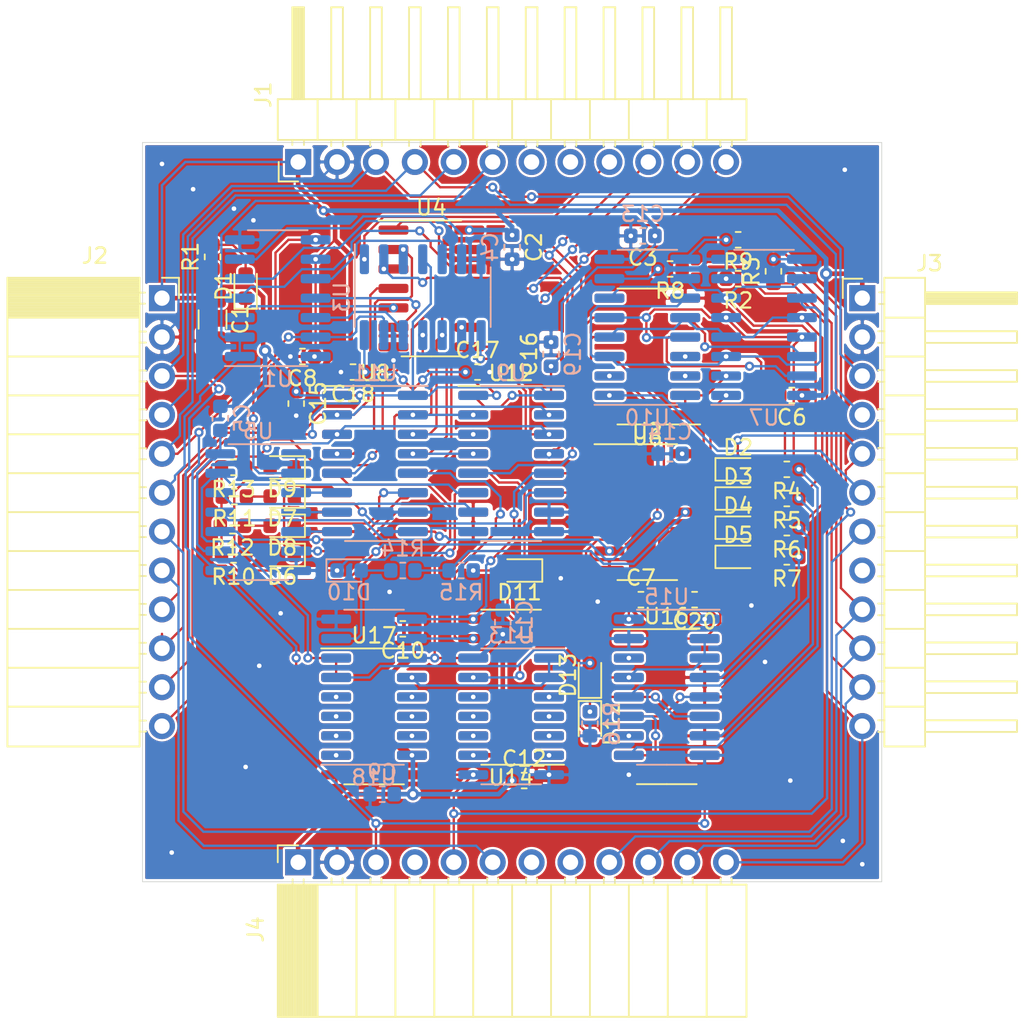
<source format=kicad_pcb>
(kicad_pcb (version 20171130) (host pcbnew 5.1.2)

  (general
    (thickness 1.6)
    (drawings 4)
    (tracks 1130)
    (zones 0)
    (modules 71)
    (nets 111)
  )

  (page A4)
  (layers
    (0 F.Cu signal)
    (31 B.Cu signal)
    (32 B.Adhes user)
    (33 F.Adhes user)
    (34 B.Paste user)
    (35 F.Paste user)
    (36 B.SilkS user)
    (37 F.SilkS user)
    (38 B.Mask user)
    (39 F.Mask user)
    (40 Dwgs.User user)
    (41 Cmts.User user)
    (42 Eco1.User user)
    (43 Eco2.User user)
    (44 Edge.Cuts user)
    (45 Margin user)
    (46 B.CrtYd user)
    (47 F.CrtYd user)
    (48 B.Fab user hide)
    (49 F.Fab user)
  )

  (setup
    (last_trace_width 0.1524)
    (user_trace_width 0.3)
    (trace_clearance 0.1524)
    (zone_clearance 0.1524)
    (zone_45_only no)
    (trace_min 0.1524)
    (via_size 0.6)
    (via_drill 0.3)
    (via_min_size 0.4)
    (via_min_drill 0.3)
    (user_via 0.8 0.4)
    (uvia_size 0.3)
    (uvia_drill 0.1)
    (uvias_allowed no)
    (uvia_min_size 0.2)
    (uvia_min_drill 0.1)
    (edge_width 0.05)
    (segment_width 0.2)
    (pcb_text_width 0.3)
    (pcb_text_size 1.5 1.5)
    (mod_edge_width 0.12)
    (mod_text_size 1 1)
    (mod_text_width 0.15)
    (pad_size 1.524 1.524)
    (pad_drill 0.762)
    (pad_to_mask_clearance 0.051)
    (solder_mask_min_width 0.25)
    (aux_axis_origin 0 0)
    (visible_elements FFFFEF7F)
    (pcbplotparams
      (layerselection 0x010fc_ffffffff)
      (usegerberextensions false)
      (usegerberattributes false)
      (usegerberadvancedattributes false)
      (creategerberjobfile false)
      (excludeedgelayer true)
      (linewidth 0.100000)
      (plotframeref false)
      (viasonmask false)
      (mode 1)
      (useauxorigin false)
      (hpglpennumber 1)
      (hpglpenspeed 20)
      (hpglpendiameter 15.000000)
      (psnegative false)
      (psa4output false)
      (plotreference true)
      (plotvalue true)
      (plotinvisibletext false)
      (padsonsilk false)
      (subtractmaskfromsilk false)
      (outputformat 1)
      (mirror false)
      (drillshape 1)
      (scaleselection 1)
      (outputdirectory ""))
  )

  (net 0 "")
  (net 1 GND)
  (net 2 VCC)
  (net 3 "Net-(D1-Pad2)")
  (net 4 /LogicBlock/cfg29)
  (net 5 "Net-(D2-Pad2)")
  (net 6 "Net-(D3-Pad2)")
  (net 7 "Net-(D4-Pad2)")
  (net 8 "Net-(D5-Pad2)")
  (net 9 "Net-(D6-Pad1)")
  (net 10 "Net-(D6-Pad2)")
  (net 11 "Net-(D7-Pad1)")
  (net 12 "Net-(D7-Pad2)")
  (net 13 "Net-(D8-Pad2)")
  (net 14 /LogicBlock/LUTD/lut_in3_n)
  (net 15 /LogicBlock/LUTD/lut_b_en_n)
  (net 16 /LogicBlock/LUTD/lut_a_en_n)
  (net 17 /LogicBlock/LUTD/async_a)
  (net 18 /LogicBlock/LUTD/async_c)
  (net 19 /LogicBlock/LUTD/async_b)
  (net 20 /fabric_t3)
  (net 21 /fabric_t2)
  (net 22 /fabric_t1)
  (net 23 /fabric_t0)
  (net 24 "Net-(J1-Pad8)")
  (net 25 "Net-(J1-Pad7)")
  (net 26 /LogicBlock/isp_mosi)
  (net 27 /LogicBlock/isp_sck)
  (net 28 /LogicBlock/rst_n)
  (net 29 /LogicBlock/clk)
  (net 30 /fabric_l0)
  (net 31 /fabric_l1)
  (net 32 /fabric_l2)
  (net 33 /fabric_l3)
  (net 34 /LogicBlock/isp_miso)
  (net 35 "Net-(J3-Pad8)")
  (net 36 /fabric_b2)
  (net 37 /fabric_b1)
  (net 38 /fabric_b0)
  (net 39 "Net-(J4-Pad8)")
  (net 40 "Net-(R2-Pad2)")
  (net 41 /LogicBlock/lut_out_a)
  (net 42 /LogicBlock/lut_out_c)
  (net 43 /LogicBlock/lut_out_b)
  (net 44 /LogicBlock/lut_out_b_async)
  (net 45 "Net-(R8-Pad2)")
  (net 46 /LogicBlock/cfg28)
  (net 47 /LogicBlock/cfg0)
  (net 48 /LogicBlock/cfg1)
  (net 49 /LogicBlock/cfg2)
  (net 50 /LogicBlock/cfg3)
  (net 51 /LogicBlock/cfg4)
  (net 52 /LogicBlock/cfg5)
  (net 53 /LogicBlock/cfg6)
  (net 54 /LogicBlock/cfg7)
  (net 55 /LogicBlock/cfg15)
  (net 56 /LogicBlock/cfg16)
  (net 57 /LogicBlock/cfg17)
  (net 58 /LogicBlock/cfg18)
  (net 59 /LogicBlock/cfg19)
  (net 60 /LogicBlock/cfg20)
  (net 61 /LogicBlock/cfg21)
  (net 62 /LogicBlock/cfg22)
  (net 63 /LogicBlock/cfg23)
  (net 64 /LogicBlock/cfg14)
  (net 65 /LogicBlock/cfg13)
  (net 66 /LogicBlock/cfg12)
  (net 67 /LogicBlock/cfg11)
  (net 68 /LogicBlock/cfg10)
  (net 69 /LogicBlock/cfg9)
  (net 70 /LogicBlock/cfg8)
  (net 71 /LogicBlock/cfg30)
  (net 72 /LogicBlock/cfg27)
  (net 73 /LogicBlock/cfg26)
  (net 74 /LogicBlock/cfg25)
  (net 75 /LogicBlock/cfg24)
  (net 76 /LogicBlock/lut_in0)
  (net 77 /LogicBlock/lut_in2)
  (net 78 /LogicBlock/lut_in1)
  (net 79 /LogicBlock/lut_in3)
  (net 80 "Net-(U13-Pad12)")
  (net 81 "Net-(U13-Pad11)")
  (net 82 "Net-(U13-Pad10)")
  (net 83 "Net-(U13-Pad6)")
  (net 84 "Net-(U13-Pad5)")
  (net 85 "Net-(U13-Pad4)")
  (net 86 "Net-(U13-Pad3)")
  (net 87 "Net-(U14-Pad6)")
  (net 88 /LogicBlock/LUTD/sync_a)
  (net 89 /LogicBlock/LUTD/sync_c)
  (net 90 /LogicBlock/LUTD/sync_b)
  (net 91 "Net-(U16-Pad15)")
  (net 92 "Net-(U16-Pad12)")
  (net 93 "Net-(U16-Pad10)")
  (net 94 "Net-(U17-Pad3)")
  (net 95 "Net-(U17-Pad4)")
  (net 96 "Net-(U17-Pad5)")
  (net 97 "Net-(U17-Pad6)")
  (net 98 "Net-(U17-Pad10)")
  (net 99 "Net-(U17-Pad11)")
  (net 100 "Net-(U17-Pad12)")
  (net 101 "Net-(U18-Pad6)")
  (net 102 "Net-(D8-Pad1)")
  (net 103 "Net-(D9-Pad2)")
  (net 104 "Net-(R3-Pad2)")
  (net 105 "Net-(R9-Pad2)")
  (net 106 /fabric_b3)
  (net 107 "Net-(U13-Pad1)")
  (net 108 /LogicBlock/cfgLO)
  (net 109 /miso)
  (net 110 /mosi_d)

  (net_class Default "This is the default net class."
    (clearance 0.1524)
    (trace_width 0.1524)
    (via_dia 0.6)
    (via_drill 0.3)
    (uvia_dia 0.3)
    (uvia_drill 0.1)
    (add_net /LogicBlock/LUTD/async_a)
    (add_net /LogicBlock/LUTD/async_b)
    (add_net /LogicBlock/LUTD/async_c)
    (add_net /LogicBlock/LUTD/lut_a_en_n)
    (add_net /LogicBlock/LUTD/lut_b_en_n)
    (add_net /LogicBlock/LUTD/lut_in3_n)
    (add_net /LogicBlock/LUTD/sync_a)
    (add_net /LogicBlock/LUTD/sync_b)
    (add_net /LogicBlock/LUTD/sync_c)
    (add_net /LogicBlock/cfg0)
    (add_net /LogicBlock/cfg1)
    (add_net /LogicBlock/cfg10)
    (add_net /LogicBlock/cfg11)
    (add_net /LogicBlock/cfg12)
    (add_net /LogicBlock/cfg13)
    (add_net /LogicBlock/cfg14)
    (add_net /LogicBlock/cfg15)
    (add_net /LogicBlock/cfg16)
    (add_net /LogicBlock/cfg17)
    (add_net /LogicBlock/cfg18)
    (add_net /LogicBlock/cfg19)
    (add_net /LogicBlock/cfg2)
    (add_net /LogicBlock/cfg20)
    (add_net /LogicBlock/cfg21)
    (add_net /LogicBlock/cfg22)
    (add_net /LogicBlock/cfg23)
    (add_net /LogicBlock/cfg24)
    (add_net /LogicBlock/cfg25)
    (add_net /LogicBlock/cfg26)
    (add_net /LogicBlock/cfg27)
    (add_net /LogicBlock/cfg28)
    (add_net /LogicBlock/cfg29)
    (add_net /LogicBlock/cfg3)
    (add_net /LogicBlock/cfg30)
    (add_net /LogicBlock/cfg4)
    (add_net /LogicBlock/cfg5)
    (add_net /LogicBlock/cfg6)
    (add_net /LogicBlock/cfg7)
    (add_net /LogicBlock/cfg8)
    (add_net /LogicBlock/cfg9)
    (add_net /LogicBlock/cfgLO)
    (add_net /LogicBlock/clk)
    (add_net /LogicBlock/isp_miso)
    (add_net /LogicBlock/isp_mosi)
    (add_net /LogicBlock/isp_sck)
    (add_net /LogicBlock/lut_in0)
    (add_net /LogicBlock/lut_in1)
    (add_net /LogicBlock/lut_in2)
    (add_net /LogicBlock/lut_in3)
    (add_net /LogicBlock/lut_out_a)
    (add_net /LogicBlock/lut_out_b)
    (add_net /LogicBlock/lut_out_b_async)
    (add_net /LogicBlock/lut_out_c)
    (add_net /LogicBlock/rst_n)
    (add_net /fabric_b0)
    (add_net /fabric_b1)
    (add_net /fabric_b2)
    (add_net /fabric_b3)
    (add_net /fabric_l0)
    (add_net /fabric_l1)
    (add_net /fabric_l2)
    (add_net /fabric_l3)
    (add_net /fabric_t0)
    (add_net /fabric_t1)
    (add_net /fabric_t2)
    (add_net /fabric_t3)
    (add_net /miso)
    (add_net /mosi_d)
    (add_net GND)
    (add_net "Net-(D1-Pad2)")
    (add_net "Net-(D2-Pad2)")
    (add_net "Net-(D3-Pad2)")
    (add_net "Net-(D4-Pad2)")
    (add_net "Net-(D5-Pad2)")
    (add_net "Net-(D6-Pad1)")
    (add_net "Net-(D6-Pad2)")
    (add_net "Net-(D7-Pad1)")
    (add_net "Net-(D7-Pad2)")
    (add_net "Net-(D8-Pad1)")
    (add_net "Net-(D8-Pad2)")
    (add_net "Net-(D9-Pad2)")
    (add_net "Net-(J1-Pad7)")
    (add_net "Net-(J1-Pad8)")
    (add_net "Net-(J3-Pad8)")
    (add_net "Net-(J4-Pad8)")
    (add_net "Net-(R2-Pad2)")
    (add_net "Net-(R3-Pad2)")
    (add_net "Net-(R8-Pad2)")
    (add_net "Net-(R9-Pad2)")
    (add_net "Net-(U13-Pad1)")
    (add_net "Net-(U13-Pad10)")
    (add_net "Net-(U13-Pad11)")
    (add_net "Net-(U13-Pad12)")
    (add_net "Net-(U13-Pad3)")
    (add_net "Net-(U13-Pad4)")
    (add_net "Net-(U13-Pad5)")
    (add_net "Net-(U13-Pad6)")
    (add_net "Net-(U14-Pad6)")
    (add_net "Net-(U16-Pad10)")
    (add_net "Net-(U16-Pad12)")
    (add_net "Net-(U16-Pad15)")
    (add_net "Net-(U17-Pad10)")
    (add_net "Net-(U17-Pad11)")
    (add_net "Net-(U17-Pad12)")
    (add_net "Net-(U17-Pad3)")
    (add_net "Net-(U17-Pad4)")
    (add_net "Net-(U17-Pad5)")
    (add_net "Net-(U17-Pad6)")
    (add_net "Net-(U18-Pad6)")
    (add_net VCC)
  )

  (module Package_SO:SOIC-16_3.9x9.9mm_P1.27mm (layer F.Cu) (tedit 5C97300E) (tstamp 5CF7D198)
    (at 223.455 64.135)
    (descr "SOIC, 16 Pin (JEDEC MS-012AC, https://www.analog.com/media/en/package-pcb-resources/package/pkg_pdf/soic_narrow-r/r_16.pdf), generated with kicad-footprint-generator ipc_gullwing_generator.py")
    (tags "SOIC SO")
    (path /5D77FDBE/5DDDB233)
    (attr smd)
    (fp_text reference U8 (at 0 -5.9) (layer F.SilkS)
      (effects (font (size 1 1) (thickness 0.15)))
    )
    (fp_text value 74251 (at 0 5.9) (layer F.Fab)
      (effects (font (size 1 1) (thickness 0.15)))
    )
    (fp_line (start 0 5.06) (end 1.95 5.06) (layer F.SilkS) (width 0.12))
    (fp_line (start 0 5.06) (end -1.95 5.06) (layer F.SilkS) (width 0.12))
    (fp_line (start 0 -5.06) (end 1.95 -5.06) (layer F.SilkS) (width 0.12))
    (fp_line (start 0 -5.06) (end -3.45 -5.06) (layer F.SilkS) (width 0.12))
    (fp_line (start -0.975 -4.95) (end 1.95 -4.95) (layer F.Fab) (width 0.1))
    (fp_line (start 1.95 -4.95) (end 1.95 4.95) (layer F.Fab) (width 0.1))
    (fp_line (start 1.95 4.95) (end -1.95 4.95) (layer F.Fab) (width 0.1))
    (fp_line (start -1.95 4.95) (end -1.95 -3.975) (layer F.Fab) (width 0.1))
    (fp_line (start -1.95 -3.975) (end -0.975 -4.95) (layer F.Fab) (width 0.1))
    (fp_line (start -3.7 -5.2) (end -3.7 5.2) (layer F.CrtYd) (width 0.05))
    (fp_line (start -3.7 5.2) (end 3.7 5.2) (layer F.CrtYd) (width 0.05))
    (fp_line (start 3.7 5.2) (end 3.7 -5.2) (layer F.CrtYd) (width 0.05))
    (fp_line (start 3.7 -5.2) (end -3.7 -5.2) (layer F.CrtYd) (width 0.05))
    (fp_text user %R (at 0 0) (layer F.Fab)
      (effects (font (size 0.98 0.98) (thickness 0.15)))
    )
    (pad 1 smd roundrect (at -2.475 -4.445) (size 1.95 0.6) (layers F.Cu F.Paste F.Mask) (roundrect_rratio 0.25)
      (net 32 /fabric_l2))
    (pad 2 smd roundrect (at -2.475 -3.175) (size 1.95 0.6) (layers F.Cu F.Paste F.Mask) (roundrect_rratio 0.25)
      (net 33 /fabric_l3))
    (pad 3 smd roundrect (at -2.475 -1.905) (size 1.95 0.6) (layers F.Cu F.Paste F.Mask) (roundrect_rratio 0.25)
      (net 30 /fabric_l0))
    (pad 4 smd roundrect (at -2.475 -0.635) (size 1.95 0.6) (layers F.Cu F.Paste F.Mask) (roundrect_rratio 0.25)
      (net 36 /fabric_b2))
    (pad 5 smd roundrect (at -2.475 0.635) (size 1.95 0.6) (layers F.Cu F.Paste F.Mask) (roundrect_rratio 0.25)
      (net 76 /LogicBlock/lut_in0))
    (pad 6 smd roundrect (at -2.475 1.905) (size 1.95 0.6) (layers F.Cu F.Paste F.Mask) (roundrect_rratio 0.25)
      (net 9 "Net-(D6-Pad1)"))
    (pad 7 smd roundrect (at -2.475 3.175) (size 1.95 0.6) (layers F.Cu F.Paste F.Mask) (roundrect_rratio 0.25)
      (net 1 GND))
    (pad 8 smd roundrect (at -2.475 4.445) (size 1.95 0.6) (layers F.Cu F.Paste F.Mask) (roundrect_rratio 0.25)
      (net 1 GND))
    (pad 9 smd roundrect (at 2.475 4.445) (size 1.95 0.6) (layers F.Cu F.Paste F.Mask) (roundrect_rratio 0.25)
      (net 59 /LogicBlock/cfg19))
    (pad 10 smd roundrect (at 2.475 3.175) (size 1.95 0.6) (layers F.Cu F.Paste F.Mask) (roundrect_rratio 0.25)
      (net 67 /LogicBlock/cfg11))
    (pad 11 smd roundrect (at 2.475 1.905) (size 1.95 0.6) (layers F.Cu F.Paste F.Mask) (roundrect_rratio 0.25)
      (net 66 /LogicBlock/cfg12))
    (pad 12 smd roundrect (at 2.475 0.635) (size 1.95 0.6) (layers F.Cu F.Paste F.Mask) (roundrect_rratio 0.25)
      (net 23 /fabric_t0))
    (pad 13 smd roundrect (at 2.475 -0.635) (size 1.95 0.6) (layers F.Cu F.Paste F.Mask) (roundrect_rratio 0.25)
      (net 38 /fabric_b0))
    (pad 14 smd roundrect (at 2.475 -1.905) (size 1.95 0.6) (layers F.Cu F.Paste F.Mask) (roundrect_rratio 0.25)
      (net 37 /fabric_b1))
    (pad 15 smd roundrect (at 2.475 -3.175) (size 1.95 0.6) (layers F.Cu F.Paste F.Mask) (roundrect_rratio 0.25)
      (net 31 /fabric_l1))
    (pad 16 smd roundrect (at 2.475 -4.445) (size 1.95 0.6) (layers F.Cu F.Paste F.Mask) (roundrect_rratio 0.25)
      (net 2 VCC))
    (model ${KISYS3DMOD}/Package_SO.3dshapes/SOIC-16_3.9x9.9mm_P1.27mm.wrl
      (at (xyz 0 0 0))
      (scale (xyz 1 1 1))
      (rotate (xyz 0 0 0))
    )
  )

  (module Capacitor_SMD:C_0603_1608Metric (layer F.Cu) (tedit 5B301BBE) (tstamp 5CF2C299)
    (at 232.41 50.0125 270)
    (descr "Capacitor SMD 0603 (1608 Metric), square (rectangular) end terminal, IPC_7351 nominal, (Body size source: http://www.tortai-tech.com/upload/download/2011102023233369053.pdf), generated with kicad-footprint-generator")
    (tags capacitor)
    (path /5D77FDBE/5D1457D8)
    (attr smd)
    (fp_text reference C2 (at 0 -1.43 90) (layer F.SilkS)
      (effects (font (size 1 1) (thickness 0.15)))
    )
    (fp_text value 100n (at 0 1.43 90) (layer F.Fab)
      (effects (font (size 1 1) (thickness 0.15)))
    )
    (fp_text user %R (at 0 0 90) (layer F.Fab)
      (effects (font (size 0.4 0.4) (thickness 0.06)))
    )
    (fp_line (start 1.48 0.73) (end -1.48 0.73) (layer F.CrtYd) (width 0.05))
    (fp_line (start 1.48 -0.73) (end 1.48 0.73) (layer F.CrtYd) (width 0.05))
    (fp_line (start -1.48 -0.73) (end 1.48 -0.73) (layer F.CrtYd) (width 0.05))
    (fp_line (start -1.48 0.73) (end -1.48 -0.73) (layer F.CrtYd) (width 0.05))
    (fp_line (start -0.162779 0.51) (end 0.162779 0.51) (layer F.SilkS) (width 0.12))
    (fp_line (start -0.162779 -0.51) (end 0.162779 -0.51) (layer F.SilkS) (width 0.12))
    (fp_line (start 0.8 0.4) (end -0.8 0.4) (layer F.Fab) (width 0.1))
    (fp_line (start 0.8 -0.4) (end 0.8 0.4) (layer F.Fab) (width 0.1))
    (fp_line (start -0.8 -0.4) (end 0.8 -0.4) (layer F.Fab) (width 0.1))
    (fp_line (start -0.8 0.4) (end -0.8 -0.4) (layer F.Fab) (width 0.1))
    (pad 2 smd roundrect (at 0.7875 0 270) (size 0.875 0.95) (layers F.Cu F.Paste F.Mask) (roundrect_rratio 0.25)
      (net 1 GND))
    (pad 1 smd roundrect (at -0.7875 0 270) (size 0.875 0.95) (layers F.Cu F.Paste F.Mask) (roundrect_rratio 0.25)
      (net 2 VCC))
    (model ${KISYS3DMOD}/Capacitor_SMD.3dshapes/C_0603_1608Metric.wrl
      (at (xyz 0 0 0))
      (scale (xyz 1 1 1))
      (rotate (xyz 0 0 0))
    )
  )

  (module Capacitor_SMD:C_0603_1608Metric (layer F.Cu) (tedit 5B301BBE) (tstamp 5CF2C2AA)
    (at 240.9445 49.276 180)
    (descr "Capacitor SMD 0603 (1608 Metric), square (rectangular) end terminal, IPC_7351 nominal, (Body size source: http://www.tortai-tech.com/upload/download/2011102023233369053.pdf), generated with kicad-footprint-generator")
    (tags capacitor)
    (path /5D77FDBE/5D14873A)
    (attr smd)
    (fp_text reference C3 (at 0 -1.43) (layer F.SilkS)
      (effects (font (size 1 1) (thickness 0.15)))
    )
    (fp_text value 100n (at 0 1.43) (layer F.Fab)
      (effects (font (size 1 1) (thickness 0.15)))
    )
    (fp_text user %R (at 0 0) (layer F.Fab)
      (effects (font (size 0.4 0.4) (thickness 0.06)))
    )
    (fp_line (start 1.48 0.73) (end -1.48 0.73) (layer F.CrtYd) (width 0.05))
    (fp_line (start 1.48 -0.73) (end 1.48 0.73) (layer F.CrtYd) (width 0.05))
    (fp_line (start -1.48 -0.73) (end 1.48 -0.73) (layer F.CrtYd) (width 0.05))
    (fp_line (start -1.48 0.73) (end -1.48 -0.73) (layer F.CrtYd) (width 0.05))
    (fp_line (start -0.162779 0.51) (end 0.162779 0.51) (layer F.SilkS) (width 0.12))
    (fp_line (start -0.162779 -0.51) (end 0.162779 -0.51) (layer F.SilkS) (width 0.12))
    (fp_line (start 0.8 0.4) (end -0.8 0.4) (layer F.Fab) (width 0.1))
    (fp_line (start 0.8 -0.4) (end 0.8 0.4) (layer F.Fab) (width 0.1))
    (fp_line (start -0.8 -0.4) (end 0.8 -0.4) (layer F.Fab) (width 0.1))
    (fp_line (start -0.8 0.4) (end -0.8 -0.4) (layer F.Fab) (width 0.1))
    (pad 2 smd roundrect (at 0.7875 0 180) (size 0.875 0.95) (layers F.Cu F.Paste F.Mask) (roundrect_rratio 0.25)
      (net 1 GND))
    (pad 1 smd roundrect (at -0.7875 0 180) (size 0.875 0.95) (layers F.Cu F.Paste F.Mask) (roundrect_rratio 0.25)
      (net 2 VCC))
    (model ${KISYS3DMOD}/Capacitor_SMD.3dshapes/C_0603_1608Metric.wrl
      (at (xyz 0 0 0))
      (scale (xyz 1 1 1))
      (rotate (xyz 0 0 0))
    )
  )

  (module Capacitor_SMD:C_0603_1608Metric (layer B.Cu) (tedit 5B301BBE) (tstamp 5CF2C2BB)
    (at 232.41 50.0125 270)
    (descr "Capacitor SMD 0603 (1608 Metric), square (rectangular) end terminal, IPC_7351 nominal, (Body size source: http://www.tortai-tech.com/upload/download/2011102023233369053.pdf), generated with kicad-footprint-generator")
    (tags capacitor)
    (path /5D77FDBE/5D148C32)
    (attr smd)
    (fp_text reference C4 (at 0 1.43 90) (layer B.SilkS)
      (effects (font (size 1 1) (thickness 0.15)) (justify mirror))
    )
    (fp_text value 100n (at 0 -1.43 90) (layer B.Fab)
      (effects (font (size 1 1) (thickness 0.15)) (justify mirror))
    )
    (fp_line (start -0.8 -0.4) (end -0.8 0.4) (layer B.Fab) (width 0.1))
    (fp_line (start -0.8 0.4) (end 0.8 0.4) (layer B.Fab) (width 0.1))
    (fp_line (start 0.8 0.4) (end 0.8 -0.4) (layer B.Fab) (width 0.1))
    (fp_line (start 0.8 -0.4) (end -0.8 -0.4) (layer B.Fab) (width 0.1))
    (fp_line (start -0.162779 0.51) (end 0.162779 0.51) (layer B.SilkS) (width 0.12))
    (fp_line (start -0.162779 -0.51) (end 0.162779 -0.51) (layer B.SilkS) (width 0.12))
    (fp_line (start -1.48 -0.73) (end -1.48 0.73) (layer B.CrtYd) (width 0.05))
    (fp_line (start -1.48 0.73) (end 1.48 0.73) (layer B.CrtYd) (width 0.05))
    (fp_line (start 1.48 0.73) (end 1.48 -0.73) (layer B.CrtYd) (width 0.05))
    (fp_line (start 1.48 -0.73) (end -1.48 -0.73) (layer B.CrtYd) (width 0.05))
    (fp_text user %R (at 0 0 90) (layer B.Fab)
      (effects (font (size 0.4 0.4) (thickness 0.06)) (justify mirror))
    )
    (pad 1 smd roundrect (at -0.7875 0 270) (size 0.875 0.95) (layers B.Cu B.Paste B.Mask) (roundrect_rratio 0.25)
      (net 2 VCC))
    (pad 2 smd roundrect (at 0.7875 0 270) (size 0.875 0.95) (layers B.Cu B.Paste B.Mask) (roundrect_rratio 0.25)
      (net 1 GND))
    (model ${KISYS3DMOD}/Capacitor_SMD.3dshapes/C_0603_1608Metric.wrl
      (at (xyz 0 0 0))
      (scale (xyz 1 1 1))
      (rotate (xyz 0 0 0))
    )
  )

  (module Capacitor_SMD:C_0603_1608Metric (layer B.Cu) (tedit 5B301BBE) (tstamp 5CF2C2CC)
    (at 213.36 61.1885 90)
    (descr "Capacitor SMD 0603 (1608 Metric), square (rectangular) end terminal, IPC_7351 nominal, (Body size source: http://www.tortai-tech.com/upload/download/2011102023233369053.pdf), generated with kicad-footprint-generator")
    (tags capacitor)
    (path /5D77FDBE/5D1490B6)
    (attr smd)
    (fp_text reference C5 (at 0 1.43 270) (layer B.SilkS)
      (effects (font (size 1 1) (thickness 0.15)) (justify mirror))
    )
    (fp_text value 100n (at 0 -1.43 270) (layer B.Fab)
      (effects (font (size 1 1) (thickness 0.15)) (justify mirror))
    )
    (fp_text user %R (at 0 0 270) (layer B.Fab)
      (effects (font (size 0.4 0.4) (thickness 0.06)) (justify mirror))
    )
    (fp_line (start 1.48 -0.73) (end -1.48 -0.73) (layer B.CrtYd) (width 0.05))
    (fp_line (start 1.48 0.73) (end 1.48 -0.73) (layer B.CrtYd) (width 0.05))
    (fp_line (start -1.48 0.73) (end 1.48 0.73) (layer B.CrtYd) (width 0.05))
    (fp_line (start -1.48 -0.73) (end -1.48 0.73) (layer B.CrtYd) (width 0.05))
    (fp_line (start -0.162779 -0.51) (end 0.162779 -0.51) (layer B.SilkS) (width 0.12))
    (fp_line (start -0.162779 0.51) (end 0.162779 0.51) (layer B.SilkS) (width 0.12))
    (fp_line (start 0.8 -0.4) (end -0.8 -0.4) (layer B.Fab) (width 0.1))
    (fp_line (start 0.8 0.4) (end 0.8 -0.4) (layer B.Fab) (width 0.1))
    (fp_line (start -0.8 0.4) (end 0.8 0.4) (layer B.Fab) (width 0.1))
    (fp_line (start -0.8 -0.4) (end -0.8 0.4) (layer B.Fab) (width 0.1))
    (pad 2 smd roundrect (at 0.7875 0 90) (size 0.875 0.95) (layers B.Cu B.Paste B.Mask) (roundrect_rratio 0.25)
      (net 1 GND))
    (pad 1 smd roundrect (at -0.7875 0 90) (size 0.875 0.95) (layers B.Cu B.Paste B.Mask) (roundrect_rratio 0.25)
      (net 2 VCC))
    (model ${KISYS3DMOD}/Capacitor_SMD.3dshapes/C_0603_1608Metric.wrl
      (at (xyz 0 0 0))
      (scale (xyz 1 1 1))
      (rotate (xyz 0 0 0))
    )
  )

  (module Capacitor_SMD:C_0603_1608Metric (layer F.Cu) (tedit 5B301BBE) (tstamp 5CF2C2DD)
    (at 250.6725 59.69 180)
    (descr "Capacitor SMD 0603 (1608 Metric), square (rectangular) end terminal, IPC_7351 nominal, (Body size source: http://www.tortai-tech.com/upload/download/2011102023233369053.pdf), generated with kicad-footprint-generator")
    (tags capacitor)
    (path /5D77FDBE/5D25277D)
    (attr smd)
    (fp_text reference C6 (at 0 -1.43) (layer F.SilkS)
      (effects (font (size 1 1) (thickness 0.15)))
    )
    (fp_text value 100n (at 0 1.43) (layer F.Fab)
      (effects (font (size 1 1) (thickness 0.15)))
    )
    (fp_line (start -0.8 0.4) (end -0.8 -0.4) (layer F.Fab) (width 0.1))
    (fp_line (start -0.8 -0.4) (end 0.8 -0.4) (layer F.Fab) (width 0.1))
    (fp_line (start 0.8 -0.4) (end 0.8 0.4) (layer F.Fab) (width 0.1))
    (fp_line (start 0.8 0.4) (end -0.8 0.4) (layer F.Fab) (width 0.1))
    (fp_line (start -0.162779 -0.51) (end 0.162779 -0.51) (layer F.SilkS) (width 0.12))
    (fp_line (start -0.162779 0.51) (end 0.162779 0.51) (layer F.SilkS) (width 0.12))
    (fp_line (start -1.48 0.73) (end -1.48 -0.73) (layer F.CrtYd) (width 0.05))
    (fp_line (start -1.48 -0.73) (end 1.48 -0.73) (layer F.CrtYd) (width 0.05))
    (fp_line (start 1.48 -0.73) (end 1.48 0.73) (layer F.CrtYd) (width 0.05))
    (fp_line (start 1.48 0.73) (end -1.48 0.73) (layer F.CrtYd) (width 0.05))
    (fp_text user %R (at 0 0) (layer F.Fab)
      (effects (font (size 0.4 0.4) (thickness 0.06)))
    )
    (pad 1 smd roundrect (at -0.7875 0 180) (size 0.875 0.95) (layers F.Cu F.Paste F.Mask) (roundrect_rratio 0.25)
      (net 2 VCC))
    (pad 2 smd roundrect (at 0.7875 0 180) (size 0.875 0.95) (layers F.Cu F.Paste F.Mask) (roundrect_rratio 0.25)
      (net 1 GND))
    (model ${KISYS3DMOD}/Capacitor_SMD.3dshapes/C_0603_1608Metric.wrl
      (at (xyz 0 0 0))
      (scale (xyz 1 1 1))
      (rotate (xyz 0 0 0))
    )
  )

  (module Capacitor_SMD:C_0603_1608Metric (layer F.Cu) (tedit 5B301BBE) (tstamp 5CF2C2EE)
    (at 240.8175 73.025)
    (descr "Capacitor SMD 0603 (1608 Metric), square (rectangular) end terminal, IPC_7351 nominal, (Body size source: http://www.tortai-tech.com/upload/download/2011102023233369053.pdf), generated with kicad-footprint-generator")
    (tags capacitor)
    (path /5D77FDBE/5D252787)
    (attr smd)
    (fp_text reference C7 (at 0 -1.43) (layer F.SilkS)
      (effects (font (size 1 1) (thickness 0.15)))
    )
    (fp_text value 100n (at 0 1.43) (layer F.Fab)
      (effects (font (size 1 1) (thickness 0.15)))
    )
    (fp_text user %R (at 0 0) (layer F.Fab)
      (effects (font (size 0.4 0.4) (thickness 0.06)))
    )
    (fp_line (start 1.48 0.73) (end -1.48 0.73) (layer F.CrtYd) (width 0.05))
    (fp_line (start 1.48 -0.73) (end 1.48 0.73) (layer F.CrtYd) (width 0.05))
    (fp_line (start -1.48 -0.73) (end 1.48 -0.73) (layer F.CrtYd) (width 0.05))
    (fp_line (start -1.48 0.73) (end -1.48 -0.73) (layer F.CrtYd) (width 0.05))
    (fp_line (start -0.162779 0.51) (end 0.162779 0.51) (layer F.SilkS) (width 0.12))
    (fp_line (start -0.162779 -0.51) (end 0.162779 -0.51) (layer F.SilkS) (width 0.12))
    (fp_line (start 0.8 0.4) (end -0.8 0.4) (layer F.Fab) (width 0.1))
    (fp_line (start 0.8 -0.4) (end 0.8 0.4) (layer F.Fab) (width 0.1))
    (fp_line (start -0.8 -0.4) (end 0.8 -0.4) (layer F.Fab) (width 0.1))
    (fp_line (start -0.8 0.4) (end -0.8 -0.4) (layer F.Fab) (width 0.1))
    (pad 2 smd roundrect (at 0.7875 0) (size 0.875 0.95) (layers F.Cu F.Paste F.Mask) (roundrect_rratio 0.25)
      (net 1 GND))
    (pad 1 smd roundrect (at -0.7875 0) (size 0.875 0.95) (layers F.Cu F.Paste F.Mask) (roundrect_rratio 0.25)
      (net 2 VCC))
    (model ${KISYS3DMOD}/Capacitor_SMD.3dshapes/C_0603_1608Metric.wrl
      (at (xyz 0 0 0))
      (scale (xyz 1 1 1))
      (rotate (xyz 0 0 0))
    )
  )

  (module Capacitor_SMD:C_0603_1608Metric (layer F.Cu) (tedit 5B301BBE) (tstamp 5CF2C2FF)
    (at 218.7195 57.15 180)
    (descr "Capacitor SMD 0603 (1608 Metric), square (rectangular) end terminal, IPC_7351 nominal, (Body size source: http://www.tortai-tech.com/upload/download/2011102023233369053.pdf), generated with kicad-footprint-generator")
    (tags capacitor)
    (path /5D77FDBE/5D252791)
    (attr smd)
    (fp_text reference C8 (at 0 -1.43) (layer F.SilkS)
      (effects (font (size 1 1) (thickness 0.15)))
    )
    (fp_text value 100n (at 0 1.43) (layer F.Fab)
      (effects (font (size 1 1) (thickness 0.15)))
    )
    (fp_line (start -0.8 0.4) (end -0.8 -0.4) (layer F.Fab) (width 0.1))
    (fp_line (start -0.8 -0.4) (end 0.8 -0.4) (layer F.Fab) (width 0.1))
    (fp_line (start 0.8 -0.4) (end 0.8 0.4) (layer F.Fab) (width 0.1))
    (fp_line (start 0.8 0.4) (end -0.8 0.4) (layer F.Fab) (width 0.1))
    (fp_line (start -0.162779 -0.51) (end 0.162779 -0.51) (layer F.SilkS) (width 0.12))
    (fp_line (start -0.162779 0.51) (end 0.162779 0.51) (layer F.SilkS) (width 0.12))
    (fp_line (start -1.48 0.73) (end -1.48 -0.73) (layer F.CrtYd) (width 0.05))
    (fp_line (start -1.48 -0.73) (end 1.48 -0.73) (layer F.CrtYd) (width 0.05))
    (fp_line (start 1.48 -0.73) (end 1.48 0.73) (layer F.CrtYd) (width 0.05))
    (fp_line (start 1.48 0.73) (end -1.48 0.73) (layer F.CrtYd) (width 0.05))
    (fp_text user %R (at 0 0) (layer F.Fab)
      (effects (font (size 0.4 0.4) (thickness 0.06)))
    )
    (pad 1 smd roundrect (at -0.7875 0 180) (size 0.875 0.95) (layers F.Cu F.Paste F.Mask) (roundrect_rratio 0.25)
      (net 2 VCC))
    (pad 2 smd roundrect (at 0.7875 0 180) (size 0.875 0.95) (layers F.Cu F.Paste F.Mask) (roundrect_rratio 0.25)
      (net 1 GND))
    (model ${KISYS3DMOD}/Capacitor_SMD.3dshapes/C_0603_1608Metric.wrl
      (at (xyz 0 0 0))
      (scale (xyz 1 1 1))
      (rotate (xyz 0 0 0))
    )
  )

  (module Capacitor_SMD:C_0603_1608Metric (layer B.Cu) (tedit 5B301BBE) (tstamp 5CF2C310)
    (at 223.9265 85.725 180)
    (descr "Capacitor SMD 0603 (1608 Metric), square (rectangular) end terminal, IPC_7351 nominal, (Body size source: http://www.tortai-tech.com/upload/download/2011102023233369053.pdf), generated with kicad-footprint-generator")
    (tags capacitor)
    (path /5D77FDBE/5D25279B)
    (attr smd)
    (fp_text reference C9 (at 0 1.43) (layer B.SilkS)
      (effects (font (size 1 1) (thickness 0.15)) (justify mirror))
    )
    (fp_text value 100n (at 0 -1.43) (layer B.Fab)
      (effects (font (size 1 1) (thickness 0.15)) (justify mirror))
    )
    (fp_text user %R (at 0 0) (layer B.Fab)
      (effects (font (size 0.4 0.4) (thickness 0.06)) (justify mirror))
    )
    (fp_line (start 1.48 -0.73) (end -1.48 -0.73) (layer B.CrtYd) (width 0.05))
    (fp_line (start 1.48 0.73) (end 1.48 -0.73) (layer B.CrtYd) (width 0.05))
    (fp_line (start -1.48 0.73) (end 1.48 0.73) (layer B.CrtYd) (width 0.05))
    (fp_line (start -1.48 -0.73) (end -1.48 0.73) (layer B.CrtYd) (width 0.05))
    (fp_line (start -0.162779 -0.51) (end 0.162779 -0.51) (layer B.SilkS) (width 0.12))
    (fp_line (start -0.162779 0.51) (end 0.162779 0.51) (layer B.SilkS) (width 0.12))
    (fp_line (start 0.8 -0.4) (end -0.8 -0.4) (layer B.Fab) (width 0.1))
    (fp_line (start 0.8 0.4) (end 0.8 -0.4) (layer B.Fab) (width 0.1))
    (fp_line (start -0.8 0.4) (end 0.8 0.4) (layer B.Fab) (width 0.1))
    (fp_line (start -0.8 -0.4) (end -0.8 0.4) (layer B.Fab) (width 0.1))
    (pad 2 smd roundrect (at 0.7875 0 180) (size 0.875 0.95) (layers B.Cu B.Paste B.Mask) (roundrect_rratio 0.25)
      (net 1 GND))
    (pad 1 smd roundrect (at -0.7875 0 180) (size 0.875 0.95) (layers B.Cu B.Paste B.Mask) (roundrect_rratio 0.25)
      (net 2 VCC))
    (model ${KISYS3DMOD}/Capacitor_SMD.3dshapes/C_0603_1608Metric.wrl
      (at (xyz 0 0 0))
      (scale (xyz 1 1 1))
      (rotate (xyz 0 0 0))
    )
  )

  (module Capacitor_SMD:C_0603_1608Metric (layer F.Cu) (tedit 5B301BBE) (tstamp 5CF2C321)
    (at 225.2725 74.93 180)
    (descr "Capacitor SMD 0603 (1608 Metric), square (rectangular) end terminal, IPC_7351 nominal, (Body size source: http://www.tortai-tech.com/upload/download/2011102023233369053.pdf), generated with kicad-footprint-generator")
    (tags capacitor)
    (path /5D77FDBE/5D28B2CB)
    (attr smd)
    (fp_text reference C10 (at 0 -1.43) (layer F.SilkS)
      (effects (font (size 1 1) (thickness 0.15)))
    )
    (fp_text value 100n (at 0 1.43) (layer F.Fab)
      (effects (font (size 1 1) (thickness 0.15)))
    )
    (fp_line (start -0.8 0.4) (end -0.8 -0.4) (layer F.Fab) (width 0.1))
    (fp_line (start -0.8 -0.4) (end 0.8 -0.4) (layer F.Fab) (width 0.1))
    (fp_line (start 0.8 -0.4) (end 0.8 0.4) (layer F.Fab) (width 0.1))
    (fp_line (start 0.8 0.4) (end -0.8 0.4) (layer F.Fab) (width 0.1))
    (fp_line (start -0.162779 -0.51) (end 0.162779 -0.51) (layer F.SilkS) (width 0.12))
    (fp_line (start -0.162779 0.51) (end 0.162779 0.51) (layer F.SilkS) (width 0.12))
    (fp_line (start -1.48 0.73) (end -1.48 -0.73) (layer F.CrtYd) (width 0.05))
    (fp_line (start -1.48 -0.73) (end 1.48 -0.73) (layer F.CrtYd) (width 0.05))
    (fp_line (start 1.48 -0.73) (end 1.48 0.73) (layer F.CrtYd) (width 0.05))
    (fp_line (start 1.48 0.73) (end -1.48 0.73) (layer F.CrtYd) (width 0.05))
    (fp_text user %R (at 0 0) (layer F.Fab)
      (effects (font (size 0.4 0.4) (thickness 0.06)))
    )
    (pad 1 smd roundrect (at -0.7875 0 180) (size 0.875 0.95) (layers F.Cu F.Paste F.Mask) (roundrect_rratio 0.25)
      (net 2 VCC))
    (pad 2 smd roundrect (at 0.7875 0 180) (size 0.875 0.95) (layers F.Cu F.Paste F.Mask) (roundrect_rratio 0.25)
      (net 1 GND))
    (model ${KISYS3DMOD}/Capacitor_SMD.3dshapes/C_0603_1608Metric.wrl
      (at (xyz 0 0 0))
      (scale (xyz 1 1 1))
      (rotate (xyz 0 0 0))
    )
  )

  (module Capacitor_SMD:C_0603_1608Metric (layer B.Cu) (tedit 5B301BBE) (tstamp 5CF2C332)
    (at 231.8004 74.49556 90)
    (descr "Capacitor SMD 0603 (1608 Metric), square (rectangular) end terminal, IPC_7351 nominal, (Body size source: http://www.tortai-tech.com/upload/download/2011102023233369053.pdf), generated with kicad-footprint-generator")
    (tags capacitor)
    (path /5D77FDBE/5D28B2D5)
    (attr smd)
    (fp_text reference C11 (at 0 1.43 270) (layer B.SilkS)
      (effects (font (size 1 1) (thickness 0.15)) (justify mirror))
    )
    (fp_text value 100n (at 0 -1.43 270) (layer B.Fab)
      (effects (font (size 1 1) (thickness 0.15)) (justify mirror))
    )
    (fp_text user %R (at 0 0 270) (layer B.Fab)
      (effects (font (size 0.4 0.4) (thickness 0.06)) (justify mirror))
    )
    (fp_line (start 1.48 -0.73) (end -1.48 -0.73) (layer B.CrtYd) (width 0.05))
    (fp_line (start 1.48 0.73) (end 1.48 -0.73) (layer B.CrtYd) (width 0.05))
    (fp_line (start -1.48 0.73) (end 1.48 0.73) (layer B.CrtYd) (width 0.05))
    (fp_line (start -1.48 -0.73) (end -1.48 0.73) (layer B.CrtYd) (width 0.05))
    (fp_line (start -0.162779 -0.51) (end 0.162779 -0.51) (layer B.SilkS) (width 0.12))
    (fp_line (start -0.162779 0.51) (end 0.162779 0.51) (layer B.SilkS) (width 0.12))
    (fp_line (start 0.8 -0.4) (end -0.8 -0.4) (layer B.Fab) (width 0.1))
    (fp_line (start 0.8 0.4) (end 0.8 -0.4) (layer B.Fab) (width 0.1))
    (fp_line (start -0.8 0.4) (end 0.8 0.4) (layer B.Fab) (width 0.1))
    (fp_line (start -0.8 -0.4) (end -0.8 0.4) (layer B.Fab) (width 0.1))
    (pad 2 smd roundrect (at 0.7875 0 90) (size 0.875 0.95) (layers B.Cu B.Paste B.Mask) (roundrect_rratio 0.25)
      (net 1 GND))
    (pad 1 smd roundrect (at -0.7875 0 90) (size 0.875 0.95) (layers B.Cu B.Paste B.Mask) (roundrect_rratio 0.25)
      (net 2 VCC))
    (model ${KISYS3DMOD}/Capacitor_SMD.3dshapes/C_0603_1608Metric.wrl
      (at (xyz 0 0 0))
      (scale (xyz 1 1 1))
      (rotate (xyz 0 0 0))
    )
  )

  (module Capacitor_SMD:C_0603_1608Metric (layer F.Cu) (tedit 5B301BBE) (tstamp 5D013CB1)
    (at 233.1975 84.836)
    (descr "Capacitor SMD 0603 (1608 Metric), square (rectangular) end terminal, IPC_7351 nominal, (Body size source: http://www.tortai-tech.com/upload/download/2011102023233369053.pdf), generated with kicad-footprint-generator")
    (tags capacitor)
    (path /5D77FDBE/5E74B4E0)
    (attr smd)
    (fp_text reference C12 (at 0 -1.43) (layer F.SilkS)
      (effects (font (size 1 1) (thickness 0.15)))
    )
    (fp_text value 100n (at 0 1.43) (layer F.Fab)
      (effects (font (size 1 1) (thickness 0.15)))
    )
    (fp_line (start -0.8 0.4) (end -0.8 -0.4) (layer F.Fab) (width 0.1))
    (fp_line (start -0.8 -0.4) (end 0.8 -0.4) (layer F.Fab) (width 0.1))
    (fp_line (start 0.8 -0.4) (end 0.8 0.4) (layer F.Fab) (width 0.1))
    (fp_line (start 0.8 0.4) (end -0.8 0.4) (layer F.Fab) (width 0.1))
    (fp_line (start -0.162779 -0.51) (end 0.162779 -0.51) (layer F.SilkS) (width 0.12))
    (fp_line (start -0.162779 0.51) (end 0.162779 0.51) (layer F.SilkS) (width 0.12))
    (fp_line (start -1.48 0.73) (end -1.48 -0.73) (layer F.CrtYd) (width 0.05))
    (fp_line (start -1.48 -0.73) (end 1.48 -0.73) (layer F.CrtYd) (width 0.05))
    (fp_line (start 1.48 -0.73) (end 1.48 0.73) (layer F.CrtYd) (width 0.05))
    (fp_line (start 1.48 0.73) (end -1.48 0.73) (layer F.CrtYd) (width 0.05))
    (fp_text user %R (at 0 0) (layer F.Fab)
      (effects (font (size 0.4 0.4) (thickness 0.06)))
    )
    (pad 1 smd roundrect (at -0.7875 0) (size 0.875 0.95) (layers F.Cu F.Paste F.Mask) (roundrect_rratio 0.25)
      (net 2 VCC))
    (pad 2 smd roundrect (at 0.7875 0) (size 0.875 0.95) (layers F.Cu F.Paste F.Mask) (roundrect_rratio 0.25)
      (net 1 GND))
    (model ${KISYS3DMOD}/Capacitor_SMD.3dshapes/C_0603_1608Metric.wrl
      (at (xyz 0 0 0))
      (scale (xyz 1 1 1))
      (rotate (xyz 0 0 0))
    )
  )

  (module Capacitor_SMD:C_0603_1608Metric (layer B.Cu) (tedit 5B301BBE) (tstamp 5CF2C354)
    (at 240.9445 49.276 180)
    (descr "Capacitor SMD 0603 (1608 Metric), square (rectangular) end terminal, IPC_7351 nominal, (Body size source: http://www.tortai-tech.com/upload/download/2011102023233369053.pdf), generated with kicad-footprint-generator")
    (tags capacitor)
    (path /5D77FDBE/5E74B4EA)
    (attr smd)
    (fp_text reference C13 (at 0 1.43) (layer B.SilkS)
      (effects (font (size 1 1) (thickness 0.15)) (justify mirror))
    )
    (fp_text value 100n (at 0 -1.43) (layer B.Fab)
      (effects (font (size 1 1) (thickness 0.15)) (justify mirror))
    )
    (fp_line (start -0.8 -0.4) (end -0.8 0.4) (layer B.Fab) (width 0.1))
    (fp_line (start -0.8 0.4) (end 0.8 0.4) (layer B.Fab) (width 0.1))
    (fp_line (start 0.8 0.4) (end 0.8 -0.4) (layer B.Fab) (width 0.1))
    (fp_line (start 0.8 -0.4) (end -0.8 -0.4) (layer B.Fab) (width 0.1))
    (fp_line (start -0.162779 0.51) (end 0.162779 0.51) (layer B.SilkS) (width 0.12))
    (fp_line (start -0.162779 -0.51) (end 0.162779 -0.51) (layer B.SilkS) (width 0.12))
    (fp_line (start -1.48 -0.73) (end -1.48 0.73) (layer B.CrtYd) (width 0.05))
    (fp_line (start -1.48 0.73) (end 1.48 0.73) (layer B.CrtYd) (width 0.05))
    (fp_line (start 1.48 0.73) (end 1.48 -0.73) (layer B.CrtYd) (width 0.05))
    (fp_line (start 1.48 -0.73) (end -1.48 -0.73) (layer B.CrtYd) (width 0.05))
    (fp_text user %R (at 0 0) (layer B.Fab)
      (effects (font (size 0.4 0.4) (thickness 0.06)) (justify mirror))
    )
    (pad 1 smd roundrect (at -0.7875 0 180) (size 0.875 0.95) (layers B.Cu B.Paste B.Mask) (roundrect_rratio 0.25)
      (net 2 VCC))
    (pad 2 smd roundrect (at 0.7875 0 180) (size 0.875 0.95) (layers B.Cu B.Paste B.Mask) (roundrect_rratio 0.25)
      (net 1 GND))
    (model ${KISYS3DMOD}/Capacitor_SMD.3dshapes/C_0603_1608Metric.wrl
      (at (xyz 0 0 0))
      (scale (xyz 1 1 1))
      (rotate (xyz 0 0 0))
    )
  )

  (module Capacitor_SMD:C_0603_1608Metric (layer B.Cu) (tedit 5B301BBE) (tstamp 5CF2C365)
    (at 242.7225 63.5 180)
    (descr "Capacitor SMD 0603 (1608 Metric), square (rectangular) end terminal, IPC_7351 nominal, (Body size source: http://www.tortai-tech.com/upload/download/2011102023233369053.pdf), generated with kicad-footprint-generator")
    (tags capacitor)
    (path /5D77FDBE/5D7AF013/5D182B36)
    (attr smd)
    (fp_text reference C14 (at 0 1.43 180) (layer B.SilkS)
      (effects (font (size 1 1) (thickness 0.15)) (justify mirror))
    )
    (fp_text value 100n (at 0 -1.43 180) (layer B.Fab)
      (effects (font (size 1 1) (thickness 0.15)) (justify mirror))
    )
    (fp_line (start -0.8 -0.4) (end -0.8 0.4) (layer B.Fab) (width 0.1))
    (fp_line (start -0.8 0.4) (end 0.8 0.4) (layer B.Fab) (width 0.1))
    (fp_line (start 0.8 0.4) (end 0.8 -0.4) (layer B.Fab) (width 0.1))
    (fp_line (start 0.8 -0.4) (end -0.8 -0.4) (layer B.Fab) (width 0.1))
    (fp_line (start -0.162779 0.51) (end 0.162779 0.51) (layer B.SilkS) (width 0.12))
    (fp_line (start -0.162779 -0.51) (end 0.162779 -0.51) (layer B.SilkS) (width 0.12))
    (fp_line (start -1.48 -0.73) (end -1.48 0.73) (layer B.CrtYd) (width 0.05))
    (fp_line (start -1.48 0.73) (end 1.48 0.73) (layer B.CrtYd) (width 0.05))
    (fp_line (start 1.48 0.73) (end 1.48 -0.73) (layer B.CrtYd) (width 0.05))
    (fp_line (start 1.48 -0.73) (end -1.48 -0.73) (layer B.CrtYd) (width 0.05))
    (fp_text user %R (at 0 0 180) (layer B.Fab)
      (effects (font (size 0.4 0.4) (thickness 0.06)) (justify mirror))
    )
    (pad 1 smd roundrect (at -0.7875 0 180) (size 0.875 0.95) (layers B.Cu B.Paste B.Mask) (roundrect_rratio 0.25)
      (net 2 VCC))
    (pad 2 smd roundrect (at 0.7875 0 180) (size 0.875 0.95) (layers B.Cu B.Paste B.Mask) (roundrect_rratio 0.25)
      (net 1 GND))
    (model ${KISYS3DMOD}/Capacitor_SMD.3dshapes/C_0603_1608Metric.wrl
      (at (xyz 0 0 0))
      (scale (xyz 1 1 1))
      (rotate (xyz 0 0 0))
    )
  )

  (module Capacitor_SMD:C_0603_1608Metric (layer F.Cu) (tedit 5B301BBE) (tstamp 5CF2C376)
    (at 218.313 60.2235 270)
    (descr "Capacitor SMD 0603 (1608 Metric), square (rectangular) end terminal, IPC_7351 nominal, (Body size source: http://www.tortai-tech.com/upload/download/2011102023233369053.pdf), generated with kicad-footprint-generator")
    (tags capacitor)
    (path /5D77FDBE/5D7AF013/5D2FCFE7)
    (attr smd)
    (fp_text reference C15 (at 0 -1.43 90) (layer F.SilkS)
      (effects (font (size 1 1) (thickness 0.15)))
    )
    (fp_text value 100n (at 0 1.43 90) (layer F.Fab)
      (effects (font (size 1 1) (thickness 0.15)))
    )
    (fp_text user %R (at 0 0 90) (layer F.Fab)
      (effects (font (size 0.4 0.4) (thickness 0.06)))
    )
    (fp_line (start 1.48 0.73) (end -1.48 0.73) (layer F.CrtYd) (width 0.05))
    (fp_line (start 1.48 -0.73) (end 1.48 0.73) (layer F.CrtYd) (width 0.05))
    (fp_line (start -1.48 -0.73) (end 1.48 -0.73) (layer F.CrtYd) (width 0.05))
    (fp_line (start -1.48 0.73) (end -1.48 -0.73) (layer F.CrtYd) (width 0.05))
    (fp_line (start -0.162779 0.51) (end 0.162779 0.51) (layer F.SilkS) (width 0.12))
    (fp_line (start -0.162779 -0.51) (end 0.162779 -0.51) (layer F.SilkS) (width 0.12))
    (fp_line (start 0.8 0.4) (end -0.8 0.4) (layer F.Fab) (width 0.1))
    (fp_line (start 0.8 -0.4) (end 0.8 0.4) (layer F.Fab) (width 0.1))
    (fp_line (start -0.8 -0.4) (end 0.8 -0.4) (layer F.Fab) (width 0.1))
    (fp_line (start -0.8 0.4) (end -0.8 -0.4) (layer F.Fab) (width 0.1))
    (pad 2 smd roundrect (at 0.7875 0 270) (size 0.875 0.95) (layers F.Cu F.Paste F.Mask) (roundrect_rratio 0.25)
      (net 1 GND))
    (pad 1 smd roundrect (at -0.7875 0 270) (size 0.875 0.95) (layers F.Cu F.Paste F.Mask) (roundrect_rratio 0.25)
      (net 2 VCC))
    (model ${KISYS3DMOD}/Capacitor_SMD.3dshapes/C_0603_1608Metric.wrl
      (at (xyz 0 0 0))
      (scale (xyz 1 1 1))
      (rotate (xyz 0 0 0))
    )
  )

  (module Capacitor_SMD:C_0603_1608Metric (layer F.Cu) (tedit 5B301BBE) (tstamp 5CF2C387)
    (at 234.95 56.9975 90)
    (descr "Capacitor SMD 0603 (1608 Metric), square (rectangular) end terminal, IPC_7351 nominal, (Body size source: http://www.tortai-tech.com/upload/download/2011102023233369053.pdf), generated with kicad-footprint-generator")
    (tags capacitor)
    (path /5D77FDBE/5D7AF013/5D2EACB1)
    (attr smd)
    (fp_text reference C16 (at 0 -1.43 90) (layer F.SilkS)
      (effects (font (size 1 1) (thickness 0.15)))
    )
    (fp_text value 100n (at 0 1.43 90) (layer F.Fab)
      (effects (font (size 1 1) (thickness 0.15)))
    )
    (fp_line (start -0.8 0.4) (end -0.8 -0.4) (layer F.Fab) (width 0.1))
    (fp_line (start -0.8 -0.4) (end 0.8 -0.4) (layer F.Fab) (width 0.1))
    (fp_line (start 0.8 -0.4) (end 0.8 0.4) (layer F.Fab) (width 0.1))
    (fp_line (start 0.8 0.4) (end -0.8 0.4) (layer F.Fab) (width 0.1))
    (fp_line (start -0.162779 -0.51) (end 0.162779 -0.51) (layer F.SilkS) (width 0.12))
    (fp_line (start -0.162779 0.51) (end 0.162779 0.51) (layer F.SilkS) (width 0.12))
    (fp_line (start -1.48 0.73) (end -1.48 -0.73) (layer F.CrtYd) (width 0.05))
    (fp_line (start -1.48 -0.73) (end 1.48 -0.73) (layer F.CrtYd) (width 0.05))
    (fp_line (start 1.48 -0.73) (end 1.48 0.73) (layer F.CrtYd) (width 0.05))
    (fp_line (start 1.48 0.73) (end -1.48 0.73) (layer F.CrtYd) (width 0.05))
    (fp_text user %R (at 0 0 90) (layer F.Fab)
      (effects (font (size 0.4 0.4) (thickness 0.06)))
    )
    (pad 1 smd roundrect (at -0.7875 0 90) (size 0.875 0.95) (layers F.Cu F.Paste F.Mask) (roundrect_rratio 0.25)
      (net 2 VCC))
    (pad 2 smd roundrect (at 0.7875 0 90) (size 0.875 0.95) (layers F.Cu F.Paste F.Mask) (roundrect_rratio 0.25)
      (net 1 GND))
    (model ${KISYS3DMOD}/Capacitor_SMD.3dshapes/C_0603_1608Metric.wrl
      (at (xyz 0 0 0))
      (scale (xyz 1 1 1))
      (rotate (xyz 0 0 0))
    )
  )

  (module Capacitor_SMD:C_0603_1608Metric (layer F.Cu) (tedit 5B301BBE) (tstamp 5CF2C398)
    (at 230.1495 58.166)
    (descr "Capacitor SMD 0603 (1608 Metric), square (rectangular) end terminal, IPC_7351 nominal, (Body size source: http://www.tortai-tech.com/upload/download/2011102023233369053.pdf), generated with kicad-footprint-generator")
    (tags capacitor)
    (path /5D77FDBE/5D7AF013/5D2EACB7)
    (attr smd)
    (fp_text reference C17 (at 0 -1.43) (layer F.SilkS)
      (effects (font (size 1 1) (thickness 0.15)))
    )
    (fp_text value 100n (at 0 1.43) (layer F.Fab)
      (effects (font (size 1 1) (thickness 0.15)))
    )
    (fp_text user %R (at 0 0) (layer F.Fab)
      (effects (font (size 0.4 0.4) (thickness 0.06)))
    )
    (fp_line (start 1.48 0.73) (end -1.48 0.73) (layer F.CrtYd) (width 0.05))
    (fp_line (start 1.48 -0.73) (end 1.48 0.73) (layer F.CrtYd) (width 0.05))
    (fp_line (start -1.48 -0.73) (end 1.48 -0.73) (layer F.CrtYd) (width 0.05))
    (fp_line (start -1.48 0.73) (end -1.48 -0.73) (layer F.CrtYd) (width 0.05))
    (fp_line (start -0.162779 0.51) (end 0.162779 0.51) (layer F.SilkS) (width 0.12))
    (fp_line (start -0.162779 -0.51) (end 0.162779 -0.51) (layer F.SilkS) (width 0.12))
    (fp_line (start 0.8 0.4) (end -0.8 0.4) (layer F.Fab) (width 0.1))
    (fp_line (start 0.8 -0.4) (end 0.8 0.4) (layer F.Fab) (width 0.1))
    (fp_line (start -0.8 -0.4) (end 0.8 -0.4) (layer F.Fab) (width 0.1))
    (fp_line (start -0.8 0.4) (end -0.8 -0.4) (layer F.Fab) (width 0.1))
    (pad 2 smd roundrect (at 0.7875 0) (size 0.875 0.95) (layers F.Cu F.Paste F.Mask) (roundrect_rratio 0.25)
      (net 1 GND))
    (pad 1 smd roundrect (at -0.7875 0) (size 0.875 0.95) (layers F.Cu F.Paste F.Mask) (roundrect_rratio 0.25)
      (net 2 VCC))
    (model ${KISYS3DMOD}/Capacitor_SMD.3dshapes/C_0603_1608Metric.wrl
      (at (xyz 0 0 0))
      (scale (xyz 1 1 1))
      (rotate (xyz 0 0 0))
    )
  )

  (module Capacitor_SMD:C_0603_1608Metric (layer F.Cu) (tedit 5B301BBE) (tstamp 5CF2C3A9)
    (at 222.0215 58.166 180)
    (descr "Capacitor SMD 0603 (1608 Metric), square (rectangular) end terminal, IPC_7351 nominal, (Body size source: http://www.tortai-tech.com/upload/download/2011102023233369053.pdf), generated with kicad-footprint-generator")
    (tags capacitor)
    (path /5D77FDBE/5D7AF013/5D2EACBD)
    (attr smd)
    (fp_text reference C18 (at 0 -1.43) (layer F.SilkS)
      (effects (font (size 1 1) (thickness 0.15)))
    )
    (fp_text value 100n (at 0 1.43) (layer F.Fab)
      (effects (font (size 1 1) (thickness 0.15)))
    )
    (fp_line (start -0.8 0.4) (end -0.8 -0.4) (layer F.Fab) (width 0.1))
    (fp_line (start -0.8 -0.4) (end 0.8 -0.4) (layer F.Fab) (width 0.1))
    (fp_line (start 0.8 -0.4) (end 0.8 0.4) (layer F.Fab) (width 0.1))
    (fp_line (start 0.8 0.4) (end -0.8 0.4) (layer F.Fab) (width 0.1))
    (fp_line (start -0.162779 -0.51) (end 0.162779 -0.51) (layer F.SilkS) (width 0.12))
    (fp_line (start -0.162779 0.51) (end 0.162779 0.51) (layer F.SilkS) (width 0.12))
    (fp_line (start -1.48 0.73) (end -1.48 -0.73) (layer F.CrtYd) (width 0.05))
    (fp_line (start -1.48 -0.73) (end 1.48 -0.73) (layer F.CrtYd) (width 0.05))
    (fp_line (start 1.48 -0.73) (end 1.48 0.73) (layer F.CrtYd) (width 0.05))
    (fp_line (start 1.48 0.73) (end -1.48 0.73) (layer F.CrtYd) (width 0.05))
    (fp_text user %R (at 0 0) (layer F.Fab)
      (effects (font (size 0.4 0.4) (thickness 0.06)))
    )
    (pad 1 smd roundrect (at -0.7875 0 180) (size 0.875 0.95) (layers F.Cu F.Paste F.Mask) (roundrect_rratio 0.25)
      (net 2 VCC))
    (pad 2 smd roundrect (at 0.7875 0 180) (size 0.875 0.95) (layers F.Cu F.Paste F.Mask) (roundrect_rratio 0.25)
      (net 1 GND))
    (model ${KISYS3DMOD}/Capacitor_SMD.3dshapes/C_0603_1608Metric.wrl
      (at (xyz 0 0 0))
      (scale (xyz 1 1 1))
      (rotate (xyz 0 0 0))
    )
  )

  (module Capacitor_SMD:C_0603_1608Metric (layer B.Cu) (tedit 5B301BBE) (tstamp 5CF2C3BA)
    (at 234.95 56.9975 90)
    (descr "Capacitor SMD 0603 (1608 Metric), square (rectangular) end terminal, IPC_7351 nominal, (Body size source: http://www.tortai-tech.com/upload/download/2011102023233369053.pdf), generated with kicad-footprint-generator")
    (tags capacitor)
    (path /5D77FDBE/5D7AF013/5D2EACC3)
    (attr smd)
    (fp_text reference C19 (at 0 1.43 90) (layer B.SilkS)
      (effects (font (size 1 1) (thickness 0.15)) (justify mirror))
    )
    (fp_text value 100n (at 0 -1.43 90) (layer B.Fab)
      (effects (font (size 1 1) (thickness 0.15)) (justify mirror))
    )
    (fp_text user %R (at 0 0 90) (layer B.Fab)
      (effects (font (size 0.4 0.4) (thickness 0.06)) (justify mirror))
    )
    (fp_line (start 1.48 -0.73) (end -1.48 -0.73) (layer B.CrtYd) (width 0.05))
    (fp_line (start 1.48 0.73) (end 1.48 -0.73) (layer B.CrtYd) (width 0.05))
    (fp_line (start -1.48 0.73) (end 1.48 0.73) (layer B.CrtYd) (width 0.05))
    (fp_line (start -1.48 -0.73) (end -1.48 0.73) (layer B.CrtYd) (width 0.05))
    (fp_line (start -0.162779 -0.51) (end 0.162779 -0.51) (layer B.SilkS) (width 0.12))
    (fp_line (start -0.162779 0.51) (end 0.162779 0.51) (layer B.SilkS) (width 0.12))
    (fp_line (start 0.8 -0.4) (end -0.8 -0.4) (layer B.Fab) (width 0.1))
    (fp_line (start 0.8 0.4) (end 0.8 -0.4) (layer B.Fab) (width 0.1))
    (fp_line (start -0.8 0.4) (end 0.8 0.4) (layer B.Fab) (width 0.1))
    (fp_line (start -0.8 -0.4) (end -0.8 0.4) (layer B.Fab) (width 0.1))
    (pad 2 smd roundrect (at 0.7875 0 90) (size 0.875 0.95) (layers B.Cu B.Paste B.Mask) (roundrect_rratio 0.25)
      (net 1 GND))
    (pad 1 smd roundrect (at -0.7875 0 90) (size 0.875 0.95) (layers B.Cu B.Paste B.Mask) (roundrect_rratio 0.25)
      (net 2 VCC))
    (model ${KISYS3DMOD}/Capacitor_SMD.3dshapes/C_0603_1608Metric.wrl
      (at (xyz 0 0 0))
      (scale (xyz 1 1 1))
      (rotate (xyz 0 0 0))
    )
  )

  (module Capacitor_SMD:C_0603_1608Metric (layer F.Cu) (tedit 5B301BBE) (tstamp 5CF2C3CB)
    (at 244.3225 73.025 180)
    (descr "Capacitor SMD 0603 (1608 Metric), square (rectangular) end terminal, IPC_7351 nominal, (Body size source: http://www.tortai-tech.com/upload/download/2011102023233369053.pdf), generated with kicad-footprint-generator")
    (tags capacitor)
    (path /5D77FDBE/5D7AF013/5D2FCD73)
    (attr smd)
    (fp_text reference C20 (at 0 -1.43) (layer F.SilkS)
      (effects (font (size 1 1) (thickness 0.15)))
    )
    (fp_text value 100n (at 0 1.43) (layer F.Fab)
      (effects (font (size 1 1) (thickness 0.15)))
    )
    (fp_text user %R (at 0 0) (layer F.Fab)
      (effects (font (size 0.4 0.4) (thickness 0.06)))
    )
    (fp_line (start 1.48 0.73) (end -1.48 0.73) (layer F.CrtYd) (width 0.05))
    (fp_line (start 1.48 -0.73) (end 1.48 0.73) (layer F.CrtYd) (width 0.05))
    (fp_line (start -1.48 -0.73) (end 1.48 -0.73) (layer F.CrtYd) (width 0.05))
    (fp_line (start -1.48 0.73) (end -1.48 -0.73) (layer F.CrtYd) (width 0.05))
    (fp_line (start -0.162779 0.51) (end 0.162779 0.51) (layer F.SilkS) (width 0.12))
    (fp_line (start -0.162779 -0.51) (end 0.162779 -0.51) (layer F.SilkS) (width 0.12))
    (fp_line (start 0.8 0.4) (end -0.8 0.4) (layer F.Fab) (width 0.1))
    (fp_line (start 0.8 -0.4) (end 0.8 0.4) (layer F.Fab) (width 0.1))
    (fp_line (start -0.8 -0.4) (end 0.8 -0.4) (layer F.Fab) (width 0.1))
    (fp_line (start -0.8 0.4) (end -0.8 -0.4) (layer F.Fab) (width 0.1))
    (pad 2 smd roundrect (at 0.7875 0 180) (size 0.875 0.95) (layers F.Cu F.Paste F.Mask) (roundrect_rratio 0.25)
      (net 1 GND))
    (pad 1 smd roundrect (at -0.7875 0 180) (size 0.875 0.95) (layers F.Cu F.Paste F.Mask) (roundrect_rratio 0.25)
      (net 2 VCC))
    (model ${KISYS3DMOD}/Capacitor_SMD.3dshapes/C_0603_1608Metric.wrl
      (at (xyz 0 0 0))
      (scale (xyz 1 1 1))
      (rotate (xyz 0 0 0))
    )
  )

  (module LED_SMD:LED_0603_1608Metric (layer F.Cu) (tedit 5B301BBE) (tstamp 5CF2C3DE)
    (at 247.1675 64.516)
    (descr "LED SMD 0603 (1608 Metric), square (rectangular) end terminal, IPC_7351 nominal, (Body size source: http://www.tortai-tech.com/upload/download/2011102023233369053.pdf), generated with kicad-footprint-generator")
    (tags diode)
    (path /5D77FDBE/5D3B34E8)
    (attr smd)
    (fp_text reference D2 (at 0 -1.43) (layer F.SilkS)
      (effects (font (size 1 1) (thickness 0.15)))
    )
    (fp_text value A (at 0 1.43) (layer F.Fab)
      (effects (font (size 1 1) (thickness 0.15)))
    )
    (fp_text user %R (at 0 0) (layer F.Fab)
      (effects (font (size 0.4 0.4) (thickness 0.06)))
    )
    (fp_line (start 1.48 0.73) (end -1.48 0.73) (layer F.CrtYd) (width 0.05))
    (fp_line (start 1.48 -0.73) (end 1.48 0.73) (layer F.CrtYd) (width 0.05))
    (fp_line (start -1.48 -0.73) (end 1.48 -0.73) (layer F.CrtYd) (width 0.05))
    (fp_line (start -1.48 0.73) (end -1.48 -0.73) (layer F.CrtYd) (width 0.05))
    (fp_line (start -1.485 0.735) (end 0.8 0.735) (layer F.SilkS) (width 0.12))
    (fp_line (start -1.485 -0.735) (end -1.485 0.735) (layer F.SilkS) (width 0.12))
    (fp_line (start 0.8 -0.735) (end -1.485 -0.735) (layer F.SilkS) (width 0.12))
    (fp_line (start 0.8 0.4) (end 0.8 -0.4) (layer F.Fab) (width 0.1))
    (fp_line (start -0.8 0.4) (end 0.8 0.4) (layer F.Fab) (width 0.1))
    (fp_line (start -0.8 -0.1) (end -0.8 0.4) (layer F.Fab) (width 0.1))
    (fp_line (start -0.5 -0.4) (end -0.8 -0.1) (layer F.Fab) (width 0.1))
    (fp_line (start 0.8 -0.4) (end -0.5 -0.4) (layer F.Fab) (width 0.1))
    (pad 2 smd roundrect (at 0.7875 0) (size 0.875 0.95) (layers F.Cu F.Paste F.Mask) (roundrect_rratio 0.25)
      (net 5 "Net-(D2-Pad2)"))
    (pad 1 smd roundrect (at -0.7875 0) (size 0.875 0.95) (layers F.Cu F.Paste F.Mask) (roundrect_rratio 0.25)
      (net 4 /LogicBlock/cfg29))
    (model ${KISYS3DMOD}/LED_SMD.3dshapes/LED_0603_1608Metric.wrl
      (at (xyz 0 0 0))
      (scale (xyz 1 1 1))
      (rotate (xyz 0 0 0))
    )
  )

  (module LED_SMD:LED_0603_1608Metric (layer F.Cu) (tedit 5B301BBE) (tstamp 5CF2C3F1)
    (at 247.1675 66.421)
    (descr "LED SMD 0603 (1608 Metric), square (rectangular) end terminal, IPC_7351 nominal, (Body size source: http://www.tortai-tech.com/upload/download/2011102023233369053.pdf), generated with kicad-footprint-generator")
    (tags diode)
    (path /5D77FDBE/5D3B34EE)
    (attr smd)
    (fp_text reference D3 (at 0 -1.43) (layer F.SilkS)
      (effects (font (size 1 1) (thickness 0.15)))
    )
    (fp_text value C (at 0 1.43) (layer F.Fab)
      (effects (font (size 1 1) (thickness 0.15)))
    )
    (fp_line (start 0.8 -0.4) (end -0.5 -0.4) (layer F.Fab) (width 0.1))
    (fp_line (start -0.5 -0.4) (end -0.8 -0.1) (layer F.Fab) (width 0.1))
    (fp_line (start -0.8 -0.1) (end -0.8 0.4) (layer F.Fab) (width 0.1))
    (fp_line (start -0.8 0.4) (end 0.8 0.4) (layer F.Fab) (width 0.1))
    (fp_line (start 0.8 0.4) (end 0.8 -0.4) (layer F.Fab) (width 0.1))
    (fp_line (start 0.8 -0.735) (end -1.485 -0.735) (layer F.SilkS) (width 0.12))
    (fp_line (start -1.485 -0.735) (end -1.485 0.735) (layer F.SilkS) (width 0.12))
    (fp_line (start -1.485 0.735) (end 0.8 0.735) (layer F.SilkS) (width 0.12))
    (fp_line (start -1.48 0.73) (end -1.48 -0.73) (layer F.CrtYd) (width 0.05))
    (fp_line (start -1.48 -0.73) (end 1.48 -0.73) (layer F.CrtYd) (width 0.05))
    (fp_line (start 1.48 -0.73) (end 1.48 0.73) (layer F.CrtYd) (width 0.05))
    (fp_line (start 1.48 0.73) (end -1.48 0.73) (layer F.CrtYd) (width 0.05))
    (fp_text user %R (at 0 0) (layer F.Fab)
      (effects (font (size 0.4 0.4) (thickness 0.06)))
    )
    (pad 1 smd roundrect (at -0.7875 0) (size 0.875 0.95) (layers F.Cu F.Paste F.Mask) (roundrect_rratio 0.25)
      (net 4 /LogicBlock/cfg29))
    (pad 2 smd roundrect (at 0.7875 0) (size 0.875 0.95) (layers F.Cu F.Paste F.Mask) (roundrect_rratio 0.25)
      (net 6 "Net-(D3-Pad2)"))
    (model ${KISYS3DMOD}/LED_SMD.3dshapes/LED_0603_1608Metric.wrl
      (at (xyz 0 0 0))
      (scale (xyz 1 1 1))
      (rotate (xyz 0 0 0))
    )
  )

  (module LED_SMD:LED_0603_1608Metric (layer F.Cu) (tedit 5B301BBE) (tstamp 5CF2C404)
    (at 247.1675 68.326)
    (descr "LED SMD 0603 (1608 Metric), square (rectangular) end terminal, IPC_7351 nominal, (Body size source: http://www.tortai-tech.com/upload/download/2011102023233369053.pdf), generated with kicad-footprint-generator")
    (tags diode)
    (path /5D77FDBE/5D3B34F4)
    (attr smd)
    (fp_text reference D4 (at 0 -1.43) (layer F.SilkS)
      (effects (font (size 1 1) (thickness 0.15)))
    )
    (fp_text value B (at 0 1.43) (layer F.Fab)
      (effects (font (size 1 1) (thickness 0.15)))
    )
    (fp_text user %R (at 0 0) (layer F.Fab)
      (effects (font (size 0.4 0.4) (thickness 0.06)))
    )
    (fp_line (start 1.48 0.73) (end -1.48 0.73) (layer F.CrtYd) (width 0.05))
    (fp_line (start 1.48 -0.73) (end 1.48 0.73) (layer F.CrtYd) (width 0.05))
    (fp_line (start -1.48 -0.73) (end 1.48 -0.73) (layer F.CrtYd) (width 0.05))
    (fp_line (start -1.48 0.73) (end -1.48 -0.73) (layer F.CrtYd) (width 0.05))
    (fp_line (start -1.485 0.735) (end 0.8 0.735) (layer F.SilkS) (width 0.12))
    (fp_line (start -1.485 -0.735) (end -1.485 0.735) (layer F.SilkS) (width 0.12))
    (fp_line (start 0.8 -0.735) (end -1.485 -0.735) (layer F.SilkS) (width 0.12))
    (fp_line (start 0.8 0.4) (end 0.8 -0.4) (layer F.Fab) (width 0.1))
    (fp_line (start -0.8 0.4) (end 0.8 0.4) (layer F.Fab) (width 0.1))
    (fp_line (start -0.8 -0.1) (end -0.8 0.4) (layer F.Fab) (width 0.1))
    (fp_line (start -0.5 -0.4) (end -0.8 -0.1) (layer F.Fab) (width 0.1))
    (fp_line (start 0.8 -0.4) (end -0.5 -0.4) (layer F.Fab) (width 0.1))
    (pad 2 smd roundrect (at 0.7875 0) (size 0.875 0.95) (layers F.Cu F.Paste F.Mask) (roundrect_rratio 0.25)
      (net 7 "Net-(D4-Pad2)"))
    (pad 1 smd roundrect (at -0.7875 0) (size 0.875 0.95) (layers F.Cu F.Paste F.Mask) (roundrect_rratio 0.25)
      (net 4 /LogicBlock/cfg29))
    (model ${KISYS3DMOD}/LED_SMD.3dshapes/LED_0603_1608Metric.wrl
      (at (xyz 0 0 0))
      (scale (xyz 1 1 1))
      (rotate (xyz 0 0 0))
    )
  )

  (module LED_SMD:LED_0603_1608Metric (layer F.Cu) (tedit 5B301BBE) (tstamp 5CF2C417)
    (at 247.1675 70.231)
    (descr "LED SMD 0603 (1608 Metric), square (rectangular) end terminal, IPC_7351 nominal, (Body size source: http://www.tortai-tech.com/upload/download/2011102023233369053.pdf), generated with kicad-footprint-generator")
    (tags diode)
    (path /5D77FDBE/5D3B34FA)
    (attr smd)
    (fp_text reference D5 (at 0 -1.43) (layer F.SilkS)
      (effects (font (size 1 1) (thickness 0.15)))
    )
    (fp_text value b (at 0 1.43) (layer F.Fab)
      (effects (font (size 1 1) (thickness 0.15)))
    )
    (fp_line (start 0.8 -0.4) (end -0.5 -0.4) (layer F.Fab) (width 0.1))
    (fp_line (start -0.5 -0.4) (end -0.8 -0.1) (layer F.Fab) (width 0.1))
    (fp_line (start -0.8 -0.1) (end -0.8 0.4) (layer F.Fab) (width 0.1))
    (fp_line (start -0.8 0.4) (end 0.8 0.4) (layer F.Fab) (width 0.1))
    (fp_line (start 0.8 0.4) (end 0.8 -0.4) (layer F.Fab) (width 0.1))
    (fp_line (start 0.8 -0.735) (end -1.485 -0.735) (layer F.SilkS) (width 0.12))
    (fp_line (start -1.485 -0.735) (end -1.485 0.735) (layer F.SilkS) (width 0.12))
    (fp_line (start -1.485 0.735) (end 0.8 0.735) (layer F.SilkS) (width 0.12))
    (fp_line (start -1.48 0.73) (end -1.48 -0.73) (layer F.CrtYd) (width 0.05))
    (fp_line (start -1.48 -0.73) (end 1.48 -0.73) (layer F.CrtYd) (width 0.05))
    (fp_line (start 1.48 -0.73) (end 1.48 0.73) (layer F.CrtYd) (width 0.05))
    (fp_line (start 1.48 0.73) (end -1.48 0.73) (layer F.CrtYd) (width 0.05))
    (fp_text user %R (at 0 0) (layer F.Fab)
      (effects (font (size 0.4 0.4) (thickness 0.06)))
    )
    (pad 1 smd roundrect (at -0.7875 0) (size 0.875 0.95) (layers F.Cu F.Paste F.Mask) (roundrect_rratio 0.25)
      (net 4 /LogicBlock/cfg29))
    (pad 2 smd roundrect (at 0.7875 0) (size 0.875 0.95) (layers F.Cu F.Paste F.Mask) (roundrect_rratio 0.25)
      (net 8 "Net-(D5-Pad2)"))
    (model ${KISYS3DMOD}/LED_SMD.3dshapes/LED_0603_1608Metric.wrl
      (at (xyz 0 0 0))
      (scale (xyz 1 1 1))
      (rotate (xyz 0 0 0))
    )
  )

  (module LED_SMD:LED_0603_1608Metric (layer F.Cu) (tedit 5B301BBE) (tstamp 5CF2C42A)
    (at 217.3985 70.104 180)
    (descr "LED SMD 0603 (1608 Metric), square (rectangular) end terminal, IPC_7351 nominal, (Body size source: http://www.tortai-tech.com/upload/download/2011102023233369053.pdf), generated with kicad-footprint-generator")
    (tags diode)
    (path /5D77FDBE/5E3D1F59)
    (attr smd)
    (fp_text reference D6 (at 0 -1.43) (layer F.SilkS)
      (effects (font (size 1 1) (thickness 0.15)))
    )
    (fp_text value 0 (at 0 1.43) (layer F.Fab)
      (effects (font (size 1 1) (thickness 0.15)))
    )
    (fp_text user %R (at 0 0) (layer F.Fab)
      (effects (font (size 0.4 0.4) (thickness 0.06)))
    )
    (fp_line (start 1.48 0.73) (end -1.48 0.73) (layer F.CrtYd) (width 0.05))
    (fp_line (start 1.48 -0.73) (end 1.48 0.73) (layer F.CrtYd) (width 0.05))
    (fp_line (start -1.48 -0.73) (end 1.48 -0.73) (layer F.CrtYd) (width 0.05))
    (fp_line (start -1.48 0.73) (end -1.48 -0.73) (layer F.CrtYd) (width 0.05))
    (fp_line (start -1.485 0.735) (end 0.8 0.735) (layer F.SilkS) (width 0.12))
    (fp_line (start -1.485 -0.735) (end -1.485 0.735) (layer F.SilkS) (width 0.12))
    (fp_line (start 0.8 -0.735) (end -1.485 -0.735) (layer F.SilkS) (width 0.12))
    (fp_line (start 0.8 0.4) (end 0.8 -0.4) (layer F.Fab) (width 0.1))
    (fp_line (start -0.8 0.4) (end 0.8 0.4) (layer F.Fab) (width 0.1))
    (fp_line (start -0.8 -0.1) (end -0.8 0.4) (layer F.Fab) (width 0.1))
    (fp_line (start -0.5 -0.4) (end -0.8 -0.1) (layer F.Fab) (width 0.1))
    (fp_line (start 0.8 -0.4) (end -0.5 -0.4) (layer F.Fab) (width 0.1))
    (pad 2 smd roundrect (at 0.7875 0 180) (size 0.875 0.95) (layers F.Cu F.Paste F.Mask) (roundrect_rratio 0.25)
      (net 10 "Net-(D6-Pad2)"))
    (pad 1 smd roundrect (at -0.7875 0 180) (size 0.875 0.95) (layers F.Cu F.Paste F.Mask) (roundrect_rratio 0.25)
      (net 9 "Net-(D6-Pad1)"))
    (model ${KISYS3DMOD}/LED_SMD.3dshapes/LED_0603_1608Metric.wrl
      (at (xyz 0 0 0))
      (scale (xyz 1 1 1))
      (rotate (xyz 0 0 0))
    )
  )

  (module LED_SMD:LED_0603_1608Metric (layer F.Cu) (tedit 5B301BBE) (tstamp 5CF2C43D)
    (at 217.3985 66.294 180)
    (descr "LED SMD 0603 (1608 Metric), square (rectangular) end terminal, IPC_7351 nominal, (Body size source: http://www.tortai-tech.com/upload/download/2011102023233369053.pdf), generated with kicad-footprint-generator")
    (tags diode)
    (path /5D77FDBE/5E44A4C7)
    (attr smd)
    (fp_text reference D7 (at 0 -1.43) (layer F.SilkS)
      (effects (font (size 1 1) (thickness 0.15)))
    )
    (fp_text value 2 (at 0 1.43) (layer F.Fab)
      (effects (font (size 1 1) (thickness 0.15)))
    )
    (fp_line (start 0.8 -0.4) (end -0.5 -0.4) (layer F.Fab) (width 0.1))
    (fp_line (start -0.5 -0.4) (end -0.8 -0.1) (layer F.Fab) (width 0.1))
    (fp_line (start -0.8 -0.1) (end -0.8 0.4) (layer F.Fab) (width 0.1))
    (fp_line (start -0.8 0.4) (end 0.8 0.4) (layer F.Fab) (width 0.1))
    (fp_line (start 0.8 0.4) (end 0.8 -0.4) (layer F.Fab) (width 0.1))
    (fp_line (start 0.8 -0.735) (end -1.485 -0.735) (layer F.SilkS) (width 0.12))
    (fp_line (start -1.485 -0.735) (end -1.485 0.735) (layer F.SilkS) (width 0.12))
    (fp_line (start -1.485 0.735) (end 0.8 0.735) (layer F.SilkS) (width 0.12))
    (fp_line (start -1.48 0.73) (end -1.48 -0.73) (layer F.CrtYd) (width 0.05))
    (fp_line (start -1.48 -0.73) (end 1.48 -0.73) (layer F.CrtYd) (width 0.05))
    (fp_line (start 1.48 -0.73) (end 1.48 0.73) (layer F.CrtYd) (width 0.05))
    (fp_line (start 1.48 0.73) (end -1.48 0.73) (layer F.CrtYd) (width 0.05))
    (fp_text user %R (at 0 0) (layer F.Fab)
      (effects (font (size 0.4 0.4) (thickness 0.06)))
    )
    (pad 1 smd roundrect (at -0.7875 0 180) (size 0.875 0.95) (layers F.Cu F.Paste F.Mask) (roundrect_rratio 0.25)
      (net 11 "Net-(D7-Pad1)"))
    (pad 2 smd roundrect (at 0.7875 0 180) (size 0.875 0.95) (layers F.Cu F.Paste F.Mask) (roundrect_rratio 0.25)
      (net 12 "Net-(D7-Pad2)"))
    (model ${KISYS3DMOD}/LED_SMD.3dshapes/LED_0603_1608Metric.wrl
      (at (xyz 0 0 0))
      (scale (xyz 1 1 1))
      (rotate (xyz 0 0 0))
    )
  )

  (module LED_SMD:LED_0603_1608Metric (layer F.Cu) (tedit 5B301BBE) (tstamp 5CF2C450)
    (at 217.3985 68.199 180)
    (descr "LED SMD 0603 (1608 Metric), square (rectangular) end terminal, IPC_7351 nominal, (Body size source: http://www.tortai-tech.com/upload/download/2011102023233369053.pdf), generated with kicad-footprint-generator")
    (tags diode)
    (path /5D77FDBE/5E49C4FE)
    (attr smd)
    (fp_text reference D8 (at 0 -1.43) (layer F.SilkS)
      (effects (font (size 1 1) (thickness 0.15)))
    )
    (fp_text value 1 (at 0 1.43) (layer F.Fab)
      (effects (font (size 1 1) (thickness 0.15)))
    )
    (fp_line (start 0.8 -0.4) (end -0.5 -0.4) (layer F.Fab) (width 0.1))
    (fp_line (start -0.5 -0.4) (end -0.8 -0.1) (layer F.Fab) (width 0.1))
    (fp_line (start -0.8 -0.1) (end -0.8 0.4) (layer F.Fab) (width 0.1))
    (fp_line (start -0.8 0.4) (end 0.8 0.4) (layer F.Fab) (width 0.1))
    (fp_line (start 0.8 0.4) (end 0.8 -0.4) (layer F.Fab) (width 0.1))
    (fp_line (start 0.8 -0.735) (end -1.485 -0.735) (layer F.SilkS) (width 0.12))
    (fp_line (start -1.485 -0.735) (end -1.485 0.735) (layer F.SilkS) (width 0.12))
    (fp_line (start -1.485 0.735) (end 0.8 0.735) (layer F.SilkS) (width 0.12))
    (fp_line (start -1.48 0.73) (end -1.48 -0.73) (layer F.CrtYd) (width 0.05))
    (fp_line (start -1.48 -0.73) (end 1.48 -0.73) (layer F.CrtYd) (width 0.05))
    (fp_line (start 1.48 -0.73) (end 1.48 0.73) (layer F.CrtYd) (width 0.05))
    (fp_line (start 1.48 0.73) (end -1.48 0.73) (layer F.CrtYd) (width 0.05))
    (fp_text user %R (at 0 0) (layer F.Fab)
      (effects (font (size 0.4 0.4) (thickness 0.06)))
    )
    (pad 1 smd roundrect (at -0.7875 0 180) (size 0.875 0.95) (layers F.Cu F.Paste F.Mask) (roundrect_rratio 0.25)
      (net 102 "Net-(D8-Pad1)"))
    (pad 2 smd roundrect (at 0.7875 0 180) (size 0.875 0.95) (layers F.Cu F.Paste F.Mask) (roundrect_rratio 0.25)
      (net 13 "Net-(D8-Pad2)"))
    (model ${KISYS3DMOD}/LED_SMD.3dshapes/LED_0603_1608Metric.wrl
      (at (xyz 0 0 0))
      (scale (xyz 1 1 1))
      (rotate (xyz 0 0 0))
    )
  )

  (module LED_SMD:LED_0603_1608Metric (layer F.Cu) (tedit 5B301BBE) (tstamp 5CF2C463)
    (at 217.3985 64.389 180)
    (descr "LED SMD 0603 (1608 Metric), square (rectangular) end terminal, IPC_7351 nominal, (Body size source: http://www.tortai-tech.com/upload/download/2011102023233369053.pdf), generated with kicad-footprint-generator")
    (tags diode)
    (path /5D77FDBE/5E49C517)
    (attr smd)
    (fp_text reference D9 (at 0 -1.43) (layer F.SilkS)
      (effects (font (size 1 1) (thickness 0.15)))
    )
    (fp_text value 3 (at 0 1.43) (layer F.Fab)
      (effects (font (size 1 1) (thickness 0.15)))
    )
    (fp_text user %R (at 0 0) (layer F.Fab)
      (effects (font (size 0.4 0.4) (thickness 0.06)))
    )
    (fp_line (start 1.48 0.73) (end -1.48 0.73) (layer F.CrtYd) (width 0.05))
    (fp_line (start 1.48 -0.73) (end 1.48 0.73) (layer F.CrtYd) (width 0.05))
    (fp_line (start -1.48 -0.73) (end 1.48 -0.73) (layer F.CrtYd) (width 0.05))
    (fp_line (start -1.48 0.73) (end -1.48 -0.73) (layer F.CrtYd) (width 0.05))
    (fp_line (start -1.485 0.735) (end 0.8 0.735) (layer F.SilkS) (width 0.12))
    (fp_line (start -1.485 -0.735) (end -1.485 0.735) (layer F.SilkS) (width 0.12))
    (fp_line (start 0.8 -0.735) (end -1.485 -0.735) (layer F.SilkS) (width 0.12))
    (fp_line (start 0.8 0.4) (end 0.8 -0.4) (layer F.Fab) (width 0.1))
    (fp_line (start -0.8 0.4) (end 0.8 0.4) (layer F.Fab) (width 0.1))
    (fp_line (start -0.8 -0.1) (end -0.8 0.4) (layer F.Fab) (width 0.1))
    (fp_line (start -0.5 -0.4) (end -0.8 -0.1) (layer F.Fab) (width 0.1))
    (fp_line (start 0.8 -0.4) (end -0.5 -0.4) (layer F.Fab) (width 0.1))
    (pad 2 smd roundrect (at 0.7875 0 180) (size 0.875 0.95) (layers F.Cu F.Paste F.Mask) (roundrect_rratio 0.25)
      (net 103 "Net-(D9-Pad2)"))
    (pad 1 smd roundrect (at -0.7875 0 180) (size 0.875 0.95) (layers F.Cu F.Paste F.Mask) (roundrect_rratio 0.25)
      (net 14 /LogicBlock/LUTD/lut_in3_n))
    (model ${KISYS3DMOD}/LED_SMD.3dshapes/LED_0603_1608Metric.wrl
      (at (xyz 0 0 0))
      (scale (xyz 1 1 1))
      (rotate (xyz 0 0 0))
    )
  )

  (module Diode_SMD:D_0603_1608Metric (layer B.Cu) (tedit 5B301BBE) (tstamp 5CF54C28)
    (at 221.7675 71.12)
    (descr "Diode SMD 0603 (1608 Metric), square (rectangular) end terminal, IPC_7351 nominal, (Body size source: http://www.tortai-tech.com/upload/download/2011102023233369053.pdf), generated with kicad-footprint-generator")
    (tags diode)
    (path /5D77FDBE/5D7AF013/5D544D70)
    (attr smd)
    (fp_text reference D10 (at 0 1.43) (layer B.SilkS)
      (effects (font (size 1 1) (thickness 0.15)) (justify mirror))
    )
    (fp_text value D_Schottky (at 0 -1.43) (layer B.Fab)
      (effects (font (size 1 1) (thickness 0.15)) (justify mirror))
    )
    (fp_line (start 0.8 0.4) (end -0.5 0.4) (layer B.Fab) (width 0.1))
    (fp_line (start -0.5 0.4) (end -0.8 0.1) (layer B.Fab) (width 0.1))
    (fp_line (start -0.8 0.1) (end -0.8 -0.4) (layer B.Fab) (width 0.1))
    (fp_line (start -0.8 -0.4) (end 0.8 -0.4) (layer B.Fab) (width 0.1))
    (fp_line (start 0.8 -0.4) (end 0.8 0.4) (layer B.Fab) (width 0.1))
    (fp_line (start 0.8 0.735) (end -1.485 0.735) (layer B.SilkS) (width 0.12))
    (fp_line (start -1.485 0.735) (end -1.485 -0.735) (layer B.SilkS) (width 0.12))
    (fp_line (start -1.485 -0.735) (end 0.8 -0.735) (layer B.SilkS) (width 0.12))
    (fp_line (start -1.48 -0.73) (end -1.48 0.73) (layer B.CrtYd) (width 0.05))
    (fp_line (start -1.48 0.73) (end 1.48 0.73) (layer B.CrtYd) (width 0.05))
    (fp_line (start 1.48 0.73) (end 1.48 -0.73) (layer B.CrtYd) (width 0.05))
    (fp_line (start 1.48 -0.73) (end -1.48 -0.73) (layer B.CrtYd) (width 0.05))
    (fp_text user %R (at 0 0) (layer B.Fab)
      (effects (font (size 0.4 0.4) (thickness 0.06)) (justify mirror))
    )
    (pad 1 smd roundrect (at -0.7875 0) (size 0.875 0.95) (layers B.Cu B.Paste B.Mask) (roundrect_rratio 0.25)
      (net 14 /LogicBlock/LUTD/lut_in3_n))
    (pad 2 smd roundrect (at 0.7875 0) (size 0.875 0.95) (layers B.Cu B.Paste B.Mask) (roundrect_rratio 0.25)
      (net 15 /LogicBlock/LUTD/lut_b_en_n))
    (model ${KISYS3DMOD}/Diode_SMD.3dshapes/D_0603_1608Metric.wrl
      (at (xyz 0 0 0))
      (scale (xyz 1 1 1))
      (rotate (xyz 0 0 0))
    )
  )

  (module Diode_SMD:D_0603_1608Metric (layer F.Cu) (tedit 5B301BBE) (tstamp 5CF2C489)
    (at 232.8925 71.12 180)
    (descr "Diode SMD 0603 (1608 Metric), square (rectangular) end terminal, IPC_7351 nominal, (Body size source: http://www.tortai-tech.com/upload/download/2011102023233369053.pdf), generated with kicad-footprint-generator")
    (tags diode)
    (path /5D77FDBE/5D7AF013/5D50C782)
    (attr smd)
    (fp_text reference D11 (at 0 -1.43) (layer F.SilkS)
      (effects (font (size 1 1) (thickness 0.15)))
    )
    (fp_text value D_Schottky (at 0 1.43) (layer F.Fab)
      (effects (font (size 1 1) (thickness 0.15)))
    )
    (fp_line (start 0.8 -0.4) (end -0.5 -0.4) (layer F.Fab) (width 0.1))
    (fp_line (start -0.5 -0.4) (end -0.8 -0.1) (layer F.Fab) (width 0.1))
    (fp_line (start -0.8 -0.1) (end -0.8 0.4) (layer F.Fab) (width 0.1))
    (fp_line (start -0.8 0.4) (end 0.8 0.4) (layer F.Fab) (width 0.1))
    (fp_line (start 0.8 0.4) (end 0.8 -0.4) (layer F.Fab) (width 0.1))
    (fp_line (start 0.8 -0.735) (end -1.485 -0.735) (layer F.SilkS) (width 0.12))
    (fp_line (start -1.485 -0.735) (end -1.485 0.735) (layer F.SilkS) (width 0.12))
    (fp_line (start -1.485 0.735) (end 0.8 0.735) (layer F.SilkS) (width 0.12))
    (fp_line (start -1.48 0.73) (end -1.48 -0.73) (layer F.CrtYd) (width 0.05))
    (fp_line (start -1.48 -0.73) (end 1.48 -0.73) (layer F.CrtYd) (width 0.05))
    (fp_line (start 1.48 -0.73) (end 1.48 0.73) (layer F.CrtYd) (width 0.05))
    (fp_line (start 1.48 0.73) (end -1.48 0.73) (layer F.CrtYd) (width 0.05))
    (fp_text user %R (at 0 0) (layer F.Fab)
      (effects (font (size 0.4 0.4) (thickness 0.06)))
    )
    (pad 1 smd roundrect (at -0.7875 0 180) (size 0.875 0.95) (layers F.Cu F.Paste F.Mask) (roundrect_rratio 0.25)
      (net 79 /LogicBlock/lut_in3))
    (pad 2 smd roundrect (at 0.7875 0 180) (size 0.875 0.95) (layers F.Cu F.Paste F.Mask) (roundrect_rratio 0.25)
      (net 16 /LogicBlock/LUTD/lut_a_en_n))
    (model ${KISYS3DMOD}/Diode_SMD.3dshapes/D_0603_1608Metric.wrl
      (at (xyz 0 0 0))
      (scale (xyz 1 1 1))
      (rotate (xyz 0 0 0))
    )
  )

  (module Diode_SMD:D_0603_1608Metric (layer F.Cu) (tedit 5B301BBE) (tstamp 5CF2C49C)
    (at 237.49 81.1275 270)
    (descr "Diode SMD 0603 (1608 Metric), square (rectangular) end terminal, IPC_7351 nominal, (Body size source: http://www.tortai-tech.com/upload/download/2011102023233369053.pdf), generated with kicad-footprint-generator")
    (tags diode)
    (path /5D77FDBE/5D7AF013/5D7F6986)
    (attr smd)
    (fp_text reference D12 (at 0 -1.43 90) (layer F.SilkS)
      (effects (font (size 1 1) (thickness 0.15)))
    )
    (fp_text value D_Schottky (at 0 1.43 90) (layer F.Fab)
      (effects (font (size 1 1) (thickness 0.15)))
    )
    (fp_text user %R (at 0 0 90) (layer F.Fab)
      (effects (font (size 0.4 0.4) (thickness 0.06)))
    )
    (fp_line (start 1.48 0.73) (end -1.48 0.73) (layer F.CrtYd) (width 0.05))
    (fp_line (start 1.48 -0.73) (end 1.48 0.73) (layer F.CrtYd) (width 0.05))
    (fp_line (start -1.48 -0.73) (end 1.48 -0.73) (layer F.CrtYd) (width 0.05))
    (fp_line (start -1.48 0.73) (end -1.48 -0.73) (layer F.CrtYd) (width 0.05))
    (fp_line (start -1.485 0.735) (end 0.8 0.735) (layer F.SilkS) (width 0.12))
    (fp_line (start -1.485 -0.735) (end -1.485 0.735) (layer F.SilkS) (width 0.12))
    (fp_line (start 0.8 -0.735) (end -1.485 -0.735) (layer F.SilkS) (width 0.12))
    (fp_line (start 0.8 0.4) (end 0.8 -0.4) (layer F.Fab) (width 0.1))
    (fp_line (start -0.8 0.4) (end 0.8 0.4) (layer F.Fab) (width 0.1))
    (fp_line (start -0.8 -0.1) (end -0.8 0.4) (layer F.Fab) (width 0.1))
    (fp_line (start -0.5 -0.4) (end -0.8 -0.1) (layer F.Fab) (width 0.1))
    (fp_line (start 0.8 -0.4) (end -0.5 -0.4) (layer F.Fab) (width 0.1))
    (pad 2 smd roundrect (at 0.7875 0 270) (size 0.875 0.95) (layers F.Cu F.Paste F.Mask) (roundrect_rratio 0.25)
      (net 17 /LogicBlock/LUTD/async_a))
    (pad 1 smd roundrect (at -0.7875 0 270) (size 0.875 0.95) (layers F.Cu F.Paste F.Mask) (roundrect_rratio 0.25)
      (net 18 /LogicBlock/LUTD/async_c))
    (model ${KISYS3DMOD}/Diode_SMD.3dshapes/D_0603_1608Metric.wrl
      (at (xyz 0 0 0))
      (scale (xyz 1 1 1))
      (rotate (xyz 0 0 0))
    )
  )

  (module Diode_SMD:D_0603_1608Metric (layer F.Cu) (tedit 5B301BBE) (tstamp 5CF2C4AF)
    (at 237.49 77.9525 90)
    (descr "Diode SMD 0603 (1608 Metric), square (rectangular) end terminal, IPC_7351 nominal, (Body size source: http://www.tortai-tech.com/upload/download/2011102023233369053.pdf), generated with kicad-footprint-generator")
    (tags diode)
    (path /5D77FDBE/5D7AF013/5D7F6FF8)
    (attr smd)
    (fp_text reference D13 (at 0 -1.43 90) (layer F.SilkS)
      (effects (font (size 1 1) (thickness 0.15)))
    )
    (fp_text value D_Schottky (at 0 1.43 90) (layer F.Fab)
      (effects (font (size 1 1) (thickness 0.15)))
    )
    (fp_text user %R (at 0 0 90) (layer F.Fab)
      (effects (font (size 0.4 0.4) (thickness 0.06)))
    )
    (fp_line (start 1.48 0.73) (end -1.48 0.73) (layer F.CrtYd) (width 0.05))
    (fp_line (start 1.48 -0.73) (end 1.48 0.73) (layer F.CrtYd) (width 0.05))
    (fp_line (start -1.48 -0.73) (end 1.48 -0.73) (layer F.CrtYd) (width 0.05))
    (fp_line (start -1.48 0.73) (end -1.48 -0.73) (layer F.CrtYd) (width 0.05))
    (fp_line (start -1.485 0.735) (end 0.8 0.735) (layer F.SilkS) (width 0.12))
    (fp_line (start -1.485 -0.735) (end -1.485 0.735) (layer F.SilkS) (width 0.12))
    (fp_line (start 0.8 -0.735) (end -1.485 -0.735) (layer F.SilkS) (width 0.12))
    (fp_line (start 0.8 0.4) (end 0.8 -0.4) (layer F.Fab) (width 0.1))
    (fp_line (start -0.8 0.4) (end 0.8 0.4) (layer F.Fab) (width 0.1))
    (fp_line (start -0.8 -0.1) (end -0.8 0.4) (layer F.Fab) (width 0.1))
    (fp_line (start -0.5 -0.4) (end -0.8 -0.1) (layer F.Fab) (width 0.1))
    (fp_line (start 0.8 -0.4) (end -0.5 -0.4) (layer F.Fab) (width 0.1))
    (pad 2 smd roundrect (at 0.7875 0 90) (size 0.875 0.95) (layers F.Cu F.Paste F.Mask) (roundrect_rratio 0.25)
      (net 19 /LogicBlock/LUTD/async_b))
    (pad 1 smd roundrect (at -0.7875 0 90) (size 0.875 0.95) (layers F.Cu F.Paste F.Mask) (roundrect_rratio 0.25)
      (net 18 /LogicBlock/LUTD/async_c))
    (model ${KISYS3DMOD}/Diode_SMD.3dshapes/D_0603_1608Metric.wrl
      (at (xyz 0 0 0))
      (scale (xyz 1 1 1))
      (rotate (xyz 0 0 0))
    )
  )

  (module Connector_PinSocket_2.54mm:PinSocket_1x12_P2.54mm_Horizontal (layer F.Cu) (tedit 5A19A41E) (tstamp 5CF37D30)
    (at 209.55 53.34)
    (descr "Through hole angled socket strip, 1x12, 2.54mm pitch, 8.51mm socket length, single row (from Kicad 4.0.7), script generated")
    (tags "Through hole angled socket strip THT 1x12 2.54mm single row")
    (path /5FE88CA2)
    (fp_text reference J2 (at -4.38 -2.77) (layer F.SilkS)
      (effects (font (size 1 1) (thickness 0.15)))
    )
    (fp_text value Left (at -4.38 30.71) (layer F.Fab)
      (effects (font (size 1 1) (thickness 0.15)))
    )
    (fp_line (start -10.03 -1.27) (end -2.49 -1.27) (layer F.Fab) (width 0.1))
    (fp_line (start -2.49 -1.27) (end -1.52 -0.3) (layer F.Fab) (width 0.1))
    (fp_line (start -1.52 -0.3) (end -1.52 29.21) (layer F.Fab) (width 0.1))
    (fp_line (start -1.52 29.21) (end -10.03 29.21) (layer F.Fab) (width 0.1))
    (fp_line (start -10.03 29.21) (end -10.03 -1.27) (layer F.Fab) (width 0.1))
    (fp_line (start 0 -0.3) (end -1.52 -0.3) (layer F.Fab) (width 0.1))
    (fp_line (start -1.52 0.3) (end 0 0.3) (layer F.Fab) (width 0.1))
    (fp_line (start 0 0.3) (end 0 -0.3) (layer F.Fab) (width 0.1))
    (fp_line (start 0 2.24) (end -1.52 2.24) (layer F.Fab) (width 0.1))
    (fp_line (start -1.52 2.84) (end 0 2.84) (layer F.Fab) (width 0.1))
    (fp_line (start 0 2.84) (end 0 2.24) (layer F.Fab) (width 0.1))
    (fp_line (start 0 4.78) (end -1.52 4.78) (layer F.Fab) (width 0.1))
    (fp_line (start -1.52 5.38) (end 0 5.38) (layer F.Fab) (width 0.1))
    (fp_line (start 0 5.38) (end 0 4.78) (layer F.Fab) (width 0.1))
    (fp_line (start 0 7.32) (end -1.52 7.32) (layer F.Fab) (width 0.1))
    (fp_line (start -1.52 7.92) (end 0 7.92) (layer F.Fab) (width 0.1))
    (fp_line (start 0 7.92) (end 0 7.32) (layer F.Fab) (width 0.1))
    (fp_line (start 0 9.86) (end -1.52 9.86) (layer F.Fab) (width 0.1))
    (fp_line (start -1.52 10.46) (end 0 10.46) (layer F.Fab) (width 0.1))
    (fp_line (start 0 10.46) (end 0 9.86) (layer F.Fab) (width 0.1))
    (fp_line (start 0 12.4) (end -1.52 12.4) (layer F.Fab) (width 0.1))
    (fp_line (start -1.52 13) (end 0 13) (layer F.Fab) (width 0.1))
    (fp_line (start 0 13) (end 0 12.4) (layer F.Fab) (width 0.1))
    (fp_line (start 0 14.94) (end -1.52 14.94) (layer F.Fab) (width 0.1))
    (fp_line (start -1.52 15.54) (end 0 15.54) (layer F.Fab) (width 0.1))
    (fp_line (start 0 15.54) (end 0 14.94) (layer F.Fab) (width 0.1))
    (fp_line (start 0 17.48) (end -1.52 17.48) (layer F.Fab) (width 0.1))
    (fp_line (start -1.52 18.08) (end 0 18.08) (layer F.Fab) (width 0.1))
    (fp_line (start 0 18.08) (end 0 17.48) (layer F.Fab) (width 0.1))
    (fp_line (start 0 20.02) (end -1.52 20.02) (layer F.Fab) (width 0.1))
    (fp_line (start -1.52 20.62) (end 0 20.62) (layer F.Fab) (width 0.1))
    (fp_line (start 0 20.62) (end 0 20.02) (layer F.Fab) (width 0.1))
    (fp_line (start 0 22.56) (end -1.52 22.56) (layer F.Fab) (width 0.1))
    (fp_line (start -1.52 23.16) (end 0 23.16) (layer F.Fab) (width 0.1))
    (fp_line (start 0 23.16) (end 0 22.56) (layer F.Fab) (width 0.1))
    (fp_line (start 0 25.1) (end -1.52 25.1) (layer F.Fab) (width 0.1))
    (fp_line (start -1.52 25.7) (end 0 25.7) (layer F.Fab) (width 0.1))
    (fp_line (start 0 25.7) (end 0 25.1) (layer F.Fab) (width 0.1))
    (fp_line (start 0 27.64) (end -1.52 27.64) (layer F.Fab) (width 0.1))
    (fp_line (start -1.52 28.24) (end 0 28.24) (layer F.Fab) (width 0.1))
    (fp_line (start 0 28.24) (end 0 27.64) (layer F.Fab) (width 0.1))
    (fp_line (start -10.09 -1.21) (end -1.46 -1.21) (layer F.SilkS) (width 0.12))
    (fp_line (start -10.09 -1.091905) (end -1.46 -1.091905) (layer F.SilkS) (width 0.12))
    (fp_line (start -10.09 -0.97381) (end -1.46 -0.97381) (layer F.SilkS) (width 0.12))
    (fp_line (start -10.09 -0.855715) (end -1.46 -0.855715) (layer F.SilkS) (width 0.12))
    (fp_line (start -10.09 -0.73762) (end -1.46 -0.73762) (layer F.SilkS) (width 0.12))
    (fp_line (start -10.09 -0.619525) (end -1.46 -0.619525) (layer F.SilkS) (width 0.12))
    (fp_line (start -10.09 -0.50143) (end -1.46 -0.50143) (layer F.SilkS) (width 0.12))
    (fp_line (start -10.09 -0.383335) (end -1.46 -0.383335) (layer F.SilkS) (width 0.12))
    (fp_line (start -10.09 -0.26524) (end -1.46 -0.26524) (layer F.SilkS) (width 0.12))
    (fp_line (start -10.09 -0.147145) (end -1.46 -0.147145) (layer F.SilkS) (width 0.12))
    (fp_line (start -10.09 -0.02905) (end -1.46 -0.02905) (layer F.SilkS) (width 0.12))
    (fp_line (start -10.09 0.089045) (end -1.46 0.089045) (layer F.SilkS) (width 0.12))
    (fp_line (start -10.09 0.20714) (end -1.46 0.20714) (layer F.SilkS) (width 0.12))
    (fp_line (start -10.09 0.325235) (end -1.46 0.325235) (layer F.SilkS) (width 0.12))
    (fp_line (start -10.09 0.44333) (end -1.46 0.44333) (layer F.SilkS) (width 0.12))
    (fp_line (start -10.09 0.561425) (end -1.46 0.561425) (layer F.SilkS) (width 0.12))
    (fp_line (start -10.09 0.67952) (end -1.46 0.67952) (layer F.SilkS) (width 0.12))
    (fp_line (start -10.09 0.797615) (end -1.46 0.797615) (layer F.SilkS) (width 0.12))
    (fp_line (start -10.09 0.91571) (end -1.46 0.91571) (layer F.SilkS) (width 0.12))
    (fp_line (start -10.09 1.033805) (end -1.46 1.033805) (layer F.SilkS) (width 0.12))
    (fp_line (start -10.09 1.1519) (end -1.46 1.1519) (layer F.SilkS) (width 0.12))
    (fp_line (start -1.46 -0.36) (end -1.11 -0.36) (layer F.SilkS) (width 0.12))
    (fp_line (start -1.46 0.36) (end -1.11 0.36) (layer F.SilkS) (width 0.12))
    (fp_line (start -1.46 2.18) (end -1.05 2.18) (layer F.SilkS) (width 0.12))
    (fp_line (start -1.46 2.9) (end -1.05 2.9) (layer F.SilkS) (width 0.12))
    (fp_line (start -1.46 4.72) (end -1.05 4.72) (layer F.SilkS) (width 0.12))
    (fp_line (start -1.46 5.44) (end -1.05 5.44) (layer F.SilkS) (width 0.12))
    (fp_line (start -1.46 7.26) (end -1.05 7.26) (layer F.SilkS) (width 0.12))
    (fp_line (start -1.46 7.98) (end -1.05 7.98) (layer F.SilkS) (width 0.12))
    (fp_line (start -1.46 9.8) (end -1.05 9.8) (layer F.SilkS) (width 0.12))
    (fp_line (start -1.46 10.52) (end -1.05 10.52) (layer F.SilkS) (width 0.12))
    (fp_line (start -1.46 12.34) (end -1.05 12.34) (layer F.SilkS) (width 0.12))
    (fp_line (start -1.46 13.06) (end -1.05 13.06) (layer F.SilkS) (width 0.12))
    (fp_line (start -1.46 14.88) (end -1.05 14.88) (layer F.SilkS) (width 0.12))
    (fp_line (start -1.46 15.6) (end -1.05 15.6) (layer F.SilkS) (width 0.12))
    (fp_line (start -1.46 17.42) (end -1.05 17.42) (layer F.SilkS) (width 0.12))
    (fp_line (start -1.46 18.14) (end -1.05 18.14) (layer F.SilkS) (width 0.12))
    (fp_line (start -1.46 19.96) (end -1.05 19.96) (layer F.SilkS) (width 0.12))
    (fp_line (start -1.46 20.68) (end -1.05 20.68) (layer F.SilkS) (width 0.12))
    (fp_line (start -1.46 22.5) (end -1.05 22.5) (layer F.SilkS) (width 0.12))
    (fp_line (start -1.46 23.22) (end -1.05 23.22) (layer F.SilkS) (width 0.12))
    (fp_line (start -1.46 25.04) (end -1.05 25.04) (layer F.SilkS) (width 0.12))
    (fp_line (start -1.46 25.76) (end -1.05 25.76) (layer F.SilkS) (width 0.12))
    (fp_line (start -1.46 27.58) (end -1.05 27.58) (layer F.SilkS) (width 0.12))
    (fp_line (start -1.46 28.3) (end -1.05 28.3) (layer F.SilkS) (width 0.12))
    (fp_line (start -10.09 1.27) (end -1.46 1.27) (layer F.SilkS) (width 0.12))
    (fp_line (start -10.09 3.81) (end -1.46 3.81) (layer F.SilkS) (width 0.12))
    (fp_line (start -10.09 6.35) (end -1.46 6.35) (layer F.SilkS) (width 0.12))
    (fp_line (start -10.09 8.89) (end -1.46 8.89) (layer F.SilkS) (width 0.12))
    (fp_line (start -10.09 11.43) (end -1.46 11.43) (layer F.SilkS) (width 0.12))
    (fp_line (start -10.09 13.97) (end -1.46 13.97) (layer F.SilkS) (width 0.12))
    (fp_line (start -10.09 16.51) (end -1.46 16.51) (layer F.SilkS) (width 0.12))
    (fp_line (start -10.09 19.05) (end -1.46 19.05) (layer F.SilkS) (width 0.12))
    (fp_line (start -10.09 21.59) (end -1.46 21.59) (layer F.SilkS) (width 0.12))
    (fp_line (start -10.09 24.13) (end -1.46 24.13) (layer F.SilkS) (width 0.12))
    (fp_line (start -10.09 26.67) (end -1.46 26.67) (layer F.SilkS) (width 0.12))
    (fp_line (start -10.09 -1.33) (end -1.46 -1.33) (layer F.SilkS) (width 0.12))
    (fp_line (start -1.46 -1.33) (end -1.46 29.27) (layer F.SilkS) (width 0.12))
    (fp_line (start -10.09 29.27) (end -1.46 29.27) (layer F.SilkS) (width 0.12))
    (fp_line (start -10.09 -1.33) (end -10.09 29.27) (layer F.SilkS) (width 0.12))
    (fp_line (start 1.11 -1.33) (end 1.11 0) (layer F.SilkS) (width 0.12))
    (fp_line (start 0 -1.33) (end 1.11 -1.33) (layer F.SilkS) (width 0.12))
    (fp_line (start 1.75 -1.75) (end -10.55 -1.75) (layer F.CrtYd) (width 0.05))
    (fp_line (start -10.55 -1.75) (end -10.55 29.75) (layer F.CrtYd) (width 0.05))
    (fp_line (start -10.55 29.75) (end 1.75 29.75) (layer F.CrtYd) (width 0.05))
    (fp_line (start 1.75 29.75) (end 1.75 -1.75) (layer F.CrtYd) (width 0.05))
    (fp_text user %R (at -5.775 13.97 90) (layer F.Fab)
      (effects (font (size 1 1) (thickness 0.15)))
    )
    (pad 1 thru_hole rect (at 0 0) (size 1.7 1.7) (drill 1) (layers *.Cu *.Mask)
      (net 2 VCC))
    (pad 2 thru_hole oval (at 0 2.54) (size 1.7 1.7) (drill 1) (layers *.Cu *.Mask)
      (net 1 GND))
    (pad 3 thru_hole oval (at 0 5.08) (size 1.7 1.7) (drill 1) (layers *.Cu *.Mask)
      (net 29 /LogicBlock/clk))
    (pad 4 thru_hole oval (at 0 7.62) (size 1.7 1.7) (drill 1) (layers *.Cu *.Mask)
      (net 28 /LogicBlock/rst_n))
    (pad 5 thru_hole oval (at 0 10.16) (size 1.7 1.7) (drill 1) (layers *.Cu *.Mask)
      (net 27 /LogicBlock/isp_sck))
    (pad 6 thru_hole oval (at 0 12.7) (size 1.7 1.7) (drill 1) (layers *.Cu *.Mask)
      (net 26 /LogicBlock/isp_mosi))
    (pad 7 thru_hole oval (at 0 15.24) (size 1.7 1.7) (drill 1) (layers *.Cu *.Mask)
      (net 109 /miso))
    (pad 8 thru_hole oval (at 0 17.78) (size 1.7 1.7) (drill 1) (layers *.Cu *.Mask)
      (net 110 /mosi_d))
    (pad 9 thru_hole oval (at 0 20.32) (size 1.7 1.7) (drill 1) (layers *.Cu *.Mask)
      (net 33 /fabric_l3))
    (pad 10 thru_hole oval (at 0 22.86) (size 1.7 1.7) (drill 1) (layers *.Cu *.Mask)
      (net 32 /fabric_l2))
    (pad 11 thru_hole oval (at 0 25.4) (size 1.7 1.7) (drill 1) (layers *.Cu *.Mask)
      (net 31 /fabric_l1))
    (pad 12 thru_hole oval (at 0 27.94) (size 1.7 1.7) (drill 1) (layers *.Cu *.Mask)
      (net 30 /fabric_l0))
    (model ${KISYS3DMOD}/Connector_PinSocket_2.54mm.3dshapes/PinSocket_1x12_P2.54mm_Horizontal.wrl
      (at (xyz 0 0 0))
      (scale (xyz 1 1 1))
      (rotate (xyz 0 0 0))
    )
  )

  (module Connector_PinHeader_2.54mm:PinHeader_1x12_P2.54mm_Horizontal (layer F.Cu) (tedit 59FED5CB) (tstamp 5CF2C65C)
    (at 255.27 53.34)
    (descr "Through hole angled pin header, 1x12, 2.54mm pitch, 6mm pin length, single row")
    (tags "Through hole angled pin header THT 1x12 2.54mm single row")
    (path /5CF23FEF)
    (fp_text reference J3 (at 4.385 -2.27) (layer F.SilkS)
      (effects (font (size 1 1) (thickness 0.15)))
    )
    (fp_text value Right (at 4.385 30.21) (layer F.Fab)
      (effects (font (size 1 1) (thickness 0.15)))
    )
    (fp_line (start 2.135 -1.27) (end 4.04 -1.27) (layer F.Fab) (width 0.1))
    (fp_line (start 4.04 -1.27) (end 4.04 29.21) (layer F.Fab) (width 0.1))
    (fp_line (start 4.04 29.21) (end 1.5 29.21) (layer F.Fab) (width 0.1))
    (fp_line (start 1.5 29.21) (end 1.5 -0.635) (layer F.Fab) (width 0.1))
    (fp_line (start 1.5 -0.635) (end 2.135 -1.27) (layer F.Fab) (width 0.1))
    (fp_line (start -0.32 -0.32) (end 1.5 -0.32) (layer F.Fab) (width 0.1))
    (fp_line (start -0.32 -0.32) (end -0.32 0.32) (layer F.Fab) (width 0.1))
    (fp_line (start -0.32 0.32) (end 1.5 0.32) (layer F.Fab) (width 0.1))
    (fp_line (start 4.04 -0.32) (end 10.04 -0.32) (layer F.Fab) (width 0.1))
    (fp_line (start 10.04 -0.32) (end 10.04 0.32) (layer F.Fab) (width 0.1))
    (fp_line (start 4.04 0.32) (end 10.04 0.32) (layer F.Fab) (width 0.1))
    (fp_line (start -0.32 2.22) (end 1.5 2.22) (layer F.Fab) (width 0.1))
    (fp_line (start -0.32 2.22) (end -0.32 2.86) (layer F.Fab) (width 0.1))
    (fp_line (start -0.32 2.86) (end 1.5 2.86) (layer F.Fab) (width 0.1))
    (fp_line (start 4.04 2.22) (end 10.04 2.22) (layer F.Fab) (width 0.1))
    (fp_line (start 10.04 2.22) (end 10.04 2.86) (layer F.Fab) (width 0.1))
    (fp_line (start 4.04 2.86) (end 10.04 2.86) (layer F.Fab) (width 0.1))
    (fp_line (start -0.32 4.76) (end 1.5 4.76) (layer F.Fab) (width 0.1))
    (fp_line (start -0.32 4.76) (end -0.32 5.4) (layer F.Fab) (width 0.1))
    (fp_line (start -0.32 5.4) (end 1.5 5.4) (layer F.Fab) (width 0.1))
    (fp_line (start 4.04 4.76) (end 10.04 4.76) (layer F.Fab) (width 0.1))
    (fp_line (start 10.04 4.76) (end 10.04 5.4) (layer F.Fab) (width 0.1))
    (fp_line (start 4.04 5.4) (end 10.04 5.4) (layer F.Fab) (width 0.1))
    (fp_line (start -0.32 7.3) (end 1.5 7.3) (layer F.Fab) (width 0.1))
    (fp_line (start -0.32 7.3) (end -0.32 7.94) (layer F.Fab) (width 0.1))
    (fp_line (start -0.32 7.94) (end 1.5 7.94) (layer F.Fab) (width 0.1))
    (fp_line (start 4.04 7.3) (end 10.04 7.3) (layer F.Fab) (width 0.1))
    (fp_line (start 10.04 7.3) (end 10.04 7.94) (layer F.Fab) (width 0.1))
    (fp_line (start 4.04 7.94) (end 10.04 7.94) (layer F.Fab) (width 0.1))
    (fp_line (start -0.32 9.84) (end 1.5 9.84) (layer F.Fab) (width 0.1))
    (fp_line (start -0.32 9.84) (end -0.32 10.48) (layer F.Fab) (width 0.1))
    (fp_line (start -0.32 10.48) (end 1.5 10.48) (layer F.Fab) (width 0.1))
    (fp_line (start 4.04 9.84) (end 10.04 9.84) (layer F.Fab) (width 0.1))
    (fp_line (start 10.04 9.84) (end 10.04 10.48) (layer F.Fab) (width 0.1))
    (fp_line (start 4.04 10.48) (end 10.04 10.48) (layer F.Fab) (width 0.1))
    (fp_line (start -0.32 12.38) (end 1.5 12.38) (layer F.Fab) (width 0.1))
    (fp_line (start -0.32 12.38) (end -0.32 13.02) (layer F.Fab) (width 0.1))
    (fp_line (start -0.32 13.02) (end 1.5 13.02) (layer F.Fab) (width 0.1))
    (fp_line (start 4.04 12.38) (end 10.04 12.38) (layer F.Fab) (width 0.1))
    (fp_line (start 10.04 12.38) (end 10.04 13.02) (layer F.Fab) (width 0.1))
    (fp_line (start 4.04 13.02) (end 10.04 13.02) (layer F.Fab) (width 0.1))
    (fp_line (start -0.32 14.92) (end 1.5 14.92) (layer F.Fab) (width 0.1))
    (fp_line (start -0.32 14.92) (end -0.32 15.56) (layer F.Fab) (width 0.1))
    (fp_line (start -0.32 15.56) (end 1.5 15.56) (layer F.Fab) (width 0.1))
    (fp_line (start 4.04 14.92) (end 10.04 14.92) (layer F.Fab) (width 0.1))
    (fp_line (start 10.04 14.92) (end 10.04 15.56) (layer F.Fab) (width 0.1))
    (fp_line (start 4.04 15.56) (end 10.04 15.56) (layer F.Fab) (width 0.1))
    (fp_line (start -0.32 17.46) (end 1.5 17.46) (layer F.Fab) (width 0.1))
    (fp_line (start -0.32 17.46) (end -0.32 18.1) (layer F.Fab) (width 0.1))
    (fp_line (start -0.32 18.1) (end 1.5 18.1) (layer F.Fab) (width 0.1))
    (fp_line (start 4.04 17.46) (end 10.04 17.46) (layer F.Fab) (width 0.1))
    (fp_line (start 10.04 17.46) (end 10.04 18.1) (layer F.Fab) (width 0.1))
    (fp_line (start 4.04 18.1) (end 10.04 18.1) (layer F.Fab) (width 0.1))
    (fp_line (start -0.32 20) (end 1.5 20) (layer F.Fab) (width 0.1))
    (fp_line (start -0.32 20) (end -0.32 20.64) (layer F.Fab) (width 0.1))
    (fp_line (start -0.32 20.64) (end 1.5 20.64) (layer F.Fab) (width 0.1))
    (fp_line (start 4.04 20) (end 10.04 20) (layer F.Fab) (width 0.1))
    (fp_line (start 10.04 20) (end 10.04 20.64) (layer F.Fab) (width 0.1))
    (fp_line (start 4.04 20.64) (end 10.04 20.64) (layer F.Fab) (width 0.1))
    (fp_line (start -0.32 22.54) (end 1.5 22.54) (layer F.Fab) (width 0.1))
    (fp_line (start -0.32 22.54) (end -0.32 23.18) (layer F.Fab) (width 0.1))
    (fp_line (start -0.32 23.18) (end 1.5 23.18) (layer F.Fab) (width 0.1))
    (fp_line (start 4.04 22.54) (end 10.04 22.54) (layer F.Fab) (width 0.1))
    (fp_line (start 10.04 22.54) (end 10.04 23.18) (layer F.Fab) (width 0.1))
    (fp_line (start 4.04 23.18) (end 10.04 23.18) (layer F.Fab) (width 0.1))
    (fp_line (start -0.32 25.08) (end 1.5 25.08) (layer F.Fab) (width 0.1))
    (fp_line (start -0.32 25.08) (end -0.32 25.72) (layer F.Fab) (width 0.1))
    (fp_line (start -0.32 25.72) (end 1.5 25.72) (layer F.Fab) (width 0.1))
    (fp_line (start 4.04 25.08) (end 10.04 25.08) (layer F.Fab) (width 0.1))
    (fp_line (start 10.04 25.08) (end 10.04 25.72) (layer F.Fab) (width 0.1))
    (fp_line (start 4.04 25.72) (end 10.04 25.72) (layer F.Fab) (width 0.1))
    (fp_line (start -0.32 27.62) (end 1.5 27.62) (layer F.Fab) (width 0.1))
    (fp_line (start -0.32 27.62) (end -0.32 28.26) (layer F.Fab) (width 0.1))
    (fp_line (start -0.32 28.26) (end 1.5 28.26) (layer F.Fab) (width 0.1))
    (fp_line (start 4.04 27.62) (end 10.04 27.62) (layer F.Fab) (width 0.1))
    (fp_line (start 10.04 27.62) (end 10.04 28.26) (layer F.Fab) (width 0.1))
    (fp_line (start 4.04 28.26) (end 10.04 28.26) (layer F.Fab) (width 0.1))
    (fp_line (start 1.44 -1.33) (end 1.44 29.27) (layer F.SilkS) (width 0.12))
    (fp_line (start 1.44 29.27) (end 4.1 29.27) (layer F.SilkS) (width 0.12))
    (fp_line (start 4.1 29.27) (end 4.1 -1.33) (layer F.SilkS) (width 0.12))
    (fp_line (start 4.1 -1.33) (end 1.44 -1.33) (layer F.SilkS) (width 0.12))
    (fp_line (start 4.1 -0.38) (end 10.1 -0.38) (layer F.SilkS) (width 0.12))
    (fp_line (start 10.1 -0.38) (end 10.1 0.38) (layer F.SilkS) (width 0.12))
    (fp_line (start 10.1 0.38) (end 4.1 0.38) (layer F.SilkS) (width 0.12))
    (fp_line (start 4.1 -0.32) (end 10.1 -0.32) (layer F.SilkS) (width 0.12))
    (fp_line (start 4.1 -0.2) (end 10.1 -0.2) (layer F.SilkS) (width 0.12))
    (fp_line (start 4.1 -0.08) (end 10.1 -0.08) (layer F.SilkS) (width 0.12))
    (fp_line (start 4.1 0.04) (end 10.1 0.04) (layer F.SilkS) (width 0.12))
    (fp_line (start 4.1 0.16) (end 10.1 0.16) (layer F.SilkS) (width 0.12))
    (fp_line (start 4.1 0.28) (end 10.1 0.28) (layer F.SilkS) (width 0.12))
    (fp_line (start 1.11 -0.38) (end 1.44 -0.38) (layer F.SilkS) (width 0.12))
    (fp_line (start 1.11 0.38) (end 1.44 0.38) (layer F.SilkS) (width 0.12))
    (fp_line (start 1.44 1.27) (end 4.1 1.27) (layer F.SilkS) (width 0.12))
    (fp_line (start 4.1 2.16) (end 10.1 2.16) (layer F.SilkS) (width 0.12))
    (fp_line (start 10.1 2.16) (end 10.1 2.92) (layer F.SilkS) (width 0.12))
    (fp_line (start 10.1 2.92) (end 4.1 2.92) (layer F.SilkS) (width 0.12))
    (fp_line (start 1.042929 2.16) (end 1.44 2.16) (layer F.SilkS) (width 0.12))
    (fp_line (start 1.042929 2.92) (end 1.44 2.92) (layer F.SilkS) (width 0.12))
    (fp_line (start 1.44 3.81) (end 4.1 3.81) (layer F.SilkS) (width 0.12))
    (fp_line (start 4.1 4.7) (end 10.1 4.7) (layer F.SilkS) (width 0.12))
    (fp_line (start 10.1 4.7) (end 10.1 5.46) (layer F.SilkS) (width 0.12))
    (fp_line (start 10.1 5.46) (end 4.1 5.46) (layer F.SilkS) (width 0.12))
    (fp_line (start 1.042929 4.7) (end 1.44 4.7) (layer F.SilkS) (width 0.12))
    (fp_line (start 1.042929 5.46) (end 1.44 5.46) (layer F.SilkS) (width 0.12))
    (fp_line (start 1.44 6.35) (end 4.1 6.35) (layer F.SilkS) (width 0.12))
    (fp_line (start 4.1 7.24) (end 10.1 7.24) (layer F.SilkS) (width 0.12))
    (fp_line (start 10.1 7.24) (end 10.1 8) (layer F.SilkS) (width 0.12))
    (fp_line (start 10.1 8) (end 4.1 8) (layer F.SilkS) (width 0.12))
    (fp_line (start 1.042929 7.24) (end 1.44 7.24) (layer F.SilkS) (width 0.12))
    (fp_line (start 1.042929 8) (end 1.44 8) (layer F.SilkS) (width 0.12))
    (fp_line (start 1.44 8.89) (end 4.1 8.89) (layer F.SilkS) (width 0.12))
    (fp_line (start 4.1 9.78) (end 10.1 9.78) (layer F.SilkS) (width 0.12))
    (fp_line (start 10.1 9.78) (end 10.1 10.54) (layer F.SilkS) (width 0.12))
    (fp_line (start 10.1 10.54) (end 4.1 10.54) (layer F.SilkS) (width 0.12))
    (fp_line (start 1.042929 9.78) (end 1.44 9.78) (layer F.SilkS) (width 0.12))
    (fp_line (start 1.042929 10.54) (end 1.44 10.54) (layer F.SilkS) (width 0.12))
    (fp_line (start 1.44 11.43) (end 4.1 11.43) (layer F.SilkS) (width 0.12))
    (fp_line (start 4.1 12.32) (end 10.1 12.32) (layer F.SilkS) (width 0.12))
    (fp_line (start 10.1 12.32) (end 10.1 13.08) (layer F.SilkS) (width 0.12))
    (fp_line (start 10.1 13.08) (end 4.1 13.08) (layer F.SilkS) (width 0.12))
    (fp_line (start 1.042929 12.32) (end 1.44 12.32) (layer F.SilkS) (width 0.12))
    (fp_line (start 1.042929 13.08) (end 1.44 13.08) (layer F.SilkS) (width 0.12))
    (fp_line (start 1.44 13.97) (end 4.1 13.97) (layer F.SilkS) (width 0.12))
    (fp_line (start 4.1 14.86) (end 10.1 14.86) (layer F.SilkS) (width 0.12))
    (fp_line (start 10.1 14.86) (end 10.1 15.62) (layer F.SilkS) (width 0.12))
    (fp_line (start 10.1 15.62) (end 4.1 15.62) (layer F.SilkS) (width 0.12))
    (fp_line (start 1.042929 14.86) (end 1.44 14.86) (layer F.SilkS) (width 0.12))
    (fp_line (start 1.042929 15.62) (end 1.44 15.62) (layer F.SilkS) (width 0.12))
    (fp_line (start 1.44 16.51) (end 4.1 16.51) (layer F.SilkS) (width 0.12))
    (fp_line (start 4.1 17.4) (end 10.1 17.4) (layer F.SilkS) (width 0.12))
    (fp_line (start 10.1 17.4) (end 10.1 18.16) (layer F.SilkS) (width 0.12))
    (fp_line (start 10.1 18.16) (end 4.1 18.16) (layer F.SilkS) (width 0.12))
    (fp_line (start 1.042929 17.4) (end 1.44 17.4) (layer F.SilkS) (width 0.12))
    (fp_line (start 1.042929 18.16) (end 1.44 18.16) (layer F.SilkS) (width 0.12))
    (fp_line (start 1.44 19.05) (end 4.1 19.05) (layer F.SilkS) (width 0.12))
    (fp_line (start 4.1 19.94) (end 10.1 19.94) (layer F.SilkS) (width 0.12))
    (fp_line (start 10.1 19.94) (end 10.1 20.7) (layer F.SilkS) (width 0.12))
    (fp_line (start 10.1 20.7) (end 4.1 20.7) (layer F.SilkS) (width 0.12))
    (fp_line (start 1.042929 19.94) (end 1.44 19.94) (layer F.SilkS) (width 0.12))
    (fp_line (start 1.042929 20.7) (end 1.44 20.7) (layer F.SilkS) (width 0.12))
    (fp_line (start 1.44 21.59) (end 4.1 21.59) (layer F.SilkS) (width 0.12))
    (fp_line (start 4.1 22.48) (end 10.1 22.48) (layer F.SilkS) (width 0.12))
    (fp_line (start 10.1 22.48) (end 10.1 23.24) (layer F.SilkS) (width 0.12))
    (fp_line (start 10.1 23.24) (end 4.1 23.24) (layer F.SilkS) (width 0.12))
    (fp_line (start 1.042929 22.48) (end 1.44 22.48) (layer F.SilkS) (width 0.12))
    (fp_line (start 1.042929 23.24) (end 1.44 23.24) (layer F.SilkS) (width 0.12))
    (fp_line (start 1.44 24.13) (end 4.1 24.13) (layer F.SilkS) (width 0.12))
    (fp_line (start 4.1 25.02) (end 10.1 25.02) (layer F.SilkS) (width 0.12))
    (fp_line (start 10.1 25.02) (end 10.1 25.78) (layer F.SilkS) (width 0.12))
    (fp_line (start 10.1 25.78) (end 4.1 25.78) (layer F.SilkS) (width 0.12))
    (fp_line (start 1.042929 25.02) (end 1.44 25.02) (layer F.SilkS) (width 0.12))
    (fp_line (start 1.042929 25.78) (end 1.44 25.78) (layer F.SilkS) (width 0.12))
    (fp_line (start 1.44 26.67) (end 4.1 26.67) (layer F.SilkS) (width 0.12))
    (fp_line (start 4.1 27.56) (end 10.1 27.56) (layer F.SilkS) (width 0.12))
    (fp_line (start 10.1 27.56) (end 10.1 28.32) (layer F.SilkS) (width 0.12))
    (fp_line (start 10.1 28.32) (end 4.1 28.32) (layer F.SilkS) (width 0.12))
    (fp_line (start 1.042929 27.56) (end 1.44 27.56) (layer F.SilkS) (width 0.12))
    (fp_line (start 1.042929 28.32) (end 1.44 28.32) (layer F.SilkS) (width 0.12))
    (fp_line (start -1.27 0) (end -1.27 -1.27) (layer F.SilkS) (width 0.12))
    (fp_line (start -1.27 -1.27) (end 0 -1.27) (layer F.SilkS) (width 0.12))
    (fp_line (start -1.8 -1.8) (end -1.8 29.75) (layer F.CrtYd) (width 0.05))
    (fp_line (start -1.8 29.75) (end 10.55 29.75) (layer F.CrtYd) (width 0.05))
    (fp_line (start 10.55 29.75) (end 10.55 -1.8) (layer F.CrtYd) (width 0.05))
    (fp_line (start 10.55 -1.8) (end -1.8 -1.8) (layer F.CrtYd) (width 0.05))
    (fp_text user %R (at 2.77 13.97 90) (layer F.Fab)
      (effects (font (size 1 1) (thickness 0.15)))
    )
    (pad 1 thru_hole rect (at 0 0) (size 1.7 1.7) (drill 1) (layers *.Cu *.Mask)
      (net 2 VCC))
    (pad 2 thru_hole oval (at 0 2.54) (size 1.7 1.7) (drill 1) (layers *.Cu *.Mask)
      (net 1 GND))
    (pad 3 thru_hole oval (at 0 5.08) (size 1.7 1.7) (drill 1) (layers *.Cu *.Mask)
      (net 29 /LogicBlock/clk))
    (pad 4 thru_hole oval (at 0 7.62) (size 1.7 1.7) (drill 1) (layers *.Cu *.Mask)
      (net 28 /LogicBlock/rst_n))
    (pad 5 thru_hole oval (at 0 10.16) (size 1.7 1.7) (drill 1) (layers *.Cu *.Mask)
      (net 27 /LogicBlock/isp_sck))
    (pad 6 thru_hole oval (at 0 12.7) (size 1.7 1.7) (drill 1) (layers *.Cu *.Mask)
      (net 34 /LogicBlock/isp_miso))
    (pad 7 thru_hole oval (at 0 15.24) (size 1.7 1.7) (drill 1) (layers *.Cu *.Mask)
      (net 109 /miso))
    (pad 8 thru_hole oval (at 0 17.78) (size 1.7 1.7) (drill 1) (layers *.Cu *.Mask)
      (net 35 "Net-(J3-Pad8)"))
    (pad 9 thru_hole oval (at 0 20.32) (size 1.7 1.7) (drill 1) (layers *.Cu *.Mask)
      (net 106 /fabric_b3))
    (pad 10 thru_hole oval (at 0 22.86) (size 1.7 1.7) (drill 1) (layers *.Cu *.Mask)
      (net 36 /fabric_b2))
    (pad 11 thru_hole oval (at 0 25.4) (size 1.7 1.7) (drill 1) (layers *.Cu *.Mask)
      (net 37 /fabric_b1))
    (pad 12 thru_hole oval (at 0 27.94) (size 1.7 1.7) (drill 1) (layers *.Cu *.Mask)
      (net 38 /fabric_b0))
    (model ${KISYS3DMOD}/Connector_PinHeader_2.54mm.3dshapes/PinHeader_1x12_P2.54mm_Horizontal.wrl
      (at (xyz 0 0 0))
      (scale (xyz 1 1 1))
      (rotate (xyz 0 0 0))
    )
  )

  (module Resistor_SMD:R_0603_1608Metric (layer F.Cu) (tedit 5B301BBD) (tstamp 5CF2C722)
    (at 247.1675 52.07 180)
    (descr "Resistor SMD 0603 (1608 Metric), square (rectangular) end terminal, IPC_7351 nominal, (Body size source: http://www.tortai-tech.com/upload/download/2011102023233369053.pdf), generated with kicad-footprint-generator")
    (tags resistor)
    (path /5D77FDBE/5F4F0B12)
    (attr smd)
    (fp_text reference R2 (at 0 -1.43) (layer F.SilkS)
      (effects (font (size 1 1) (thickness 0.15)))
    )
    (fp_text value 470 (at 0 1.43) (layer F.Fab)
      (effects (font (size 1 1) (thickness 0.15)))
    )
    (fp_line (start -0.8 0.4) (end -0.8 -0.4) (layer F.Fab) (width 0.1))
    (fp_line (start -0.8 -0.4) (end 0.8 -0.4) (layer F.Fab) (width 0.1))
    (fp_line (start 0.8 -0.4) (end 0.8 0.4) (layer F.Fab) (width 0.1))
    (fp_line (start 0.8 0.4) (end -0.8 0.4) (layer F.Fab) (width 0.1))
    (fp_line (start -0.162779 -0.51) (end 0.162779 -0.51) (layer F.SilkS) (width 0.12))
    (fp_line (start -0.162779 0.51) (end 0.162779 0.51) (layer F.SilkS) (width 0.12))
    (fp_line (start -1.48 0.73) (end -1.48 -0.73) (layer F.CrtYd) (width 0.05))
    (fp_line (start -1.48 -0.73) (end 1.48 -0.73) (layer F.CrtYd) (width 0.05))
    (fp_line (start 1.48 -0.73) (end 1.48 0.73) (layer F.CrtYd) (width 0.05))
    (fp_line (start 1.48 0.73) (end -1.48 0.73) (layer F.CrtYd) (width 0.05))
    (fp_text user %R (at 0 0) (layer F.Fab)
      (effects (font (size 0.4 0.4) (thickness 0.06)))
    )
    (pad 1 smd roundrect (at -0.7875 0 180) (size 0.875 0.95) (layers F.Cu F.Paste F.Mask) (roundrect_rratio 0.25)
      (net 38 /fabric_b0))
    (pad 2 smd roundrect (at 0.7875 0 180) (size 0.875 0.95) (layers F.Cu F.Paste F.Mask) (roundrect_rratio 0.25)
      (net 40 "Net-(R2-Pad2)"))
    (model ${KISYS3DMOD}/Resistor_SMD.3dshapes/R_0603_1608Metric.wrl
      (at (xyz 0 0 0))
      (scale (xyz 1 1 1))
      (rotate (xyz 0 0 0))
    )
  )

  (module Resistor_SMD:R_0603_1608Metric (layer F.Cu) (tedit 5B301BBD) (tstamp 5CF2C733)
    (at 249.47118 51.5875 90)
    (descr "Resistor SMD 0603 (1608 Metric), square (rectangular) end terminal, IPC_7351 nominal, (Body size source: http://www.tortai-tech.com/upload/download/2011102023233369053.pdf), generated with kicad-footprint-generator")
    (tags resistor)
    (path /5D77FDBE/5F6AC414)
    (attr smd)
    (fp_text reference R3 (at 0 -1.43 90) (layer F.SilkS)
      (effects (font (size 1 1) (thickness 0.15)))
    )
    (fp_text value 470 (at 0 1.43 90) (layer F.Fab)
      (effects (font (size 1 1) (thickness 0.15)))
    )
    (fp_line (start -0.8 0.4) (end -0.8 -0.4) (layer F.Fab) (width 0.1))
    (fp_line (start -0.8 -0.4) (end 0.8 -0.4) (layer F.Fab) (width 0.1))
    (fp_line (start 0.8 -0.4) (end 0.8 0.4) (layer F.Fab) (width 0.1))
    (fp_line (start 0.8 0.4) (end -0.8 0.4) (layer F.Fab) (width 0.1))
    (fp_line (start -0.162779 -0.51) (end 0.162779 -0.51) (layer F.SilkS) (width 0.12))
    (fp_line (start -0.162779 0.51) (end 0.162779 0.51) (layer F.SilkS) (width 0.12))
    (fp_line (start -1.48 0.73) (end -1.48 -0.73) (layer F.CrtYd) (width 0.05))
    (fp_line (start -1.48 -0.73) (end 1.48 -0.73) (layer F.CrtYd) (width 0.05))
    (fp_line (start 1.48 -0.73) (end 1.48 0.73) (layer F.CrtYd) (width 0.05))
    (fp_line (start 1.48 0.73) (end -1.48 0.73) (layer F.CrtYd) (width 0.05))
    (fp_text user %R (at 0 0 90) (layer F.Fab)
      (effects (font (size 0.4 0.4) (thickness 0.06)))
    )
    (pad 1 smd roundrect (at -0.7875 0 90) (size 0.875 0.95) (layers F.Cu F.Paste F.Mask) (roundrect_rratio 0.25)
      (net 37 /fabric_b1))
    (pad 2 smd roundrect (at 0.7875 0 90) (size 0.875 0.95) (layers F.Cu F.Paste F.Mask) (roundrect_rratio 0.25)
      (net 104 "Net-(R3-Pad2)"))
    (model ${KISYS3DMOD}/Resistor_SMD.3dshapes/R_0603_1608Metric.wrl
      (at (xyz 0 0 0))
      (scale (xyz 1 1 1))
      (rotate (xyz 0 0 0))
    )
  )

  (module Resistor_SMD:R_0603_1608Metric (layer F.Cu) (tedit 5B301BBD) (tstamp 5CF2C744)
    (at 250.3425 64.516 180)
    (descr "Resistor SMD 0603 (1608 Metric), square (rectangular) end terminal, IPC_7351 nominal, (Body size source: http://www.tortai-tech.com/upload/download/2011102023233369053.pdf), generated with kicad-footprint-generator")
    (tags resistor)
    (path /5D77FDBE/5D3B34C8)
    (attr smd)
    (fp_text reference R4 (at 0 -1.43) (layer F.SilkS)
      (effects (font (size 1 1) (thickness 0.15)))
    )
    (fp_text value 470 (at 0 1.43) (layer F.Fab)
      (effects (font (size 1 1) (thickness 0.15)))
    )
    (fp_line (start -0.8 0.4) (end -0.8 -0.4) (layer F.Fab) (width 0.1))
    (fp_line (start -0.8 -0.4) (end 0.8 -0.4) (layer F.Fab) (width 0.1))
    (fp_line (start 0.8 -0.4) (end 0.8 0.4) (layer F.Fab) (width 0.1))
    (fp_line (start 0.8 0.4) (end -0.8 0.4) (layer F.Fab) (width 0.1))
    (fp_line (start -0.162779 -0.51) (end 0.162779 -0.51) (layer F.SilkS) (width 0.12))
    (fp_line (start -0.162779 0.51) (end 0.162779 0.51) (layer F.SilkS) (width 0.12))
    (fp_line (start -1.48 0.73) (end -1.48 -0.73) (layer F.CrtYd) (width 0.05))
    (fp_line (start -1.48 -0.73) (end 1.48 -0.73) (layer F.CrtYd) (width 0.05))
    (fp_line (start 1.48 -0.73) (end 1.48 0.73) (layer F.CrtYd) (width 0.05))
    (fp_line (start 1.48 0.73) (end -1.48 0.73) (layer F.CrtYd) (width 0.05))
    (fp_text user %R (at 0 0) (layer F.Fab)
      (effects (font (size 0.4 0.4) (thickness 0.06)))
    )
    (pad 1 smd roundrect (at -0.7875 0 180) (size 0.875 0.95) (layers F.Cu F.Paste F.Mask) (roundrect_rratio 0.25)
      (net 41 /LogicBlock/lut_out_a))
    (pad 2 smd roundrect (at 0.7875 0 180) (size 0.875 0.95) (layers F.Cu F.Paste F.Mask) (roundrect_rratio 0.25)
      (net 5 "Net-(D2-Pad2)"))
    (model ${KISYS3DMOD}/Resistor_SMD.3dshapes/R_0603_1608Metric.wrl
      (at (xyz 0 0 0))
      (scale (xyz 1 1 1))
      (rotate (xyz 0 0 0))
    )
  )

  (module Resistor_SMD:R_0603_1608Metric (layer F.Cu) (tedit 5B301BBD) (tstamp 5CF2C755)
    (at 250.3425 66.421 180)
    (descr "Resistor SMD 0603 (1608 Metric), square (rectangular) end terminal, IPC_7351 nominal, (Body size source: http://www.tortai-tech.com/upload/download/2011102023233369053.pdf), generated with kicad-footprint-generator")
    (tags resistor)
    (path /5D77FDBE/5D3B34D6)
    (attr smd)
    (fp_text reference R5 (at 0 -1.43) (layer F.SilkS)
      (effects (font (size 1 1) (thickness 0.15)))
    )
    (fp_text value 470 (at 0 1.43) (layer F.Fab)
      (effects (font (size 1 1) (thickness 0.15)))
    )
    (fp_line (start -0.8 0.4) (end -0.8 -0.4) (layer F.Fab) (width 0.1))
    (fp_line (start -0.8 -0.4) (end 0.8 -0.4) (layer F.Fab) (width 0.1))
    (fp_line (start 0.8 -0.4) (end 0.8 0.4) (layer F.Fab) (width 0.1))
    (fp_line (start 0.8 0.4) (end -0.8 0.4) (layer F.Fab) (width 0.1))
    (fp_line (start -0.162779 -0.51) (end 0.162779 -0.51) (layer F.SilkS) (width 0.12))
    (fp_line (start -0.162779 0.51) (end 0.162779 0.51) (layer F.SilkS) (width 0.12))
    (fp_line (start -1.48 0.73) (end -1.48 -0.73) (layer F.CrtYd) (width 0.05))
    (fp_line (start -1.48 -0.73) (end 1.48 -0.73) (layer F.CrtYd) (width 0.05))
    (fp_line (start 1.48 -0.73) (end 1.48 0.73) (layer F.CrtYd) (width 0.05))
    (fp_line (start 1.48 0.73) (end -1.48 0.73) (layer F.CrtYd) (width 0.05))
    (fp_text user %R (at 0 0) (layer F.Fab)
      (effects (font (size 0.4 0.4) (thickness 0.06)))
    )
    (pad 1 smd roundrect (at -0.7875 0 180) (size 0.875 0.95) (layers F.Cu F.Paste F.Mask) (roundrect_rratio 0.25)
      (net 42 /LogicBlock/lut_out_c))
    (pad 2 smd roundrect (at 0.7875 0 180) (size 0.875 0.95) (layers F.Cu F.Paste F.Mask) (roundrect_rratio 0.25)
      (net 6 "Net-(D3-Pad2)"))
    (model ${KISYS3DMOD}/Resistor_SMD.3dshapes/R_0603_1608Metric.wrl
      (at (xyz 0 0 0))
      (scale (xyz 1 1 1))
      (rotate (xyz 0 0 0))
    )
  )

  (module Resistor_SMD:R_0603_1608Metric (layer F.Cu) (tedit 5B301BBD) (tstamp 5CF2C766)
    (at 250.3425 68.326 180)
    (descr "Resistor SMD 0603 (1608 Metric), square (rectangular) end terminal, IPC_7351 nominal, (Body size source: http://www.tortai-tech.com/upload/download/2011102023233369053.pdf), generated with kicad-footprint-generator")
    (tags resistor)
    (path /5D77FDBE/5D3B34DC)
    (attr smd)
    (fp_text reference R6 (at 0 -1.43) (layer F.SilkS)
      (effects (font (size 1 1) (thickness 0.15)))
    )
    (fp_text value 470 (at 0 1.43) (layer F.Fab)
      (effects (font (size 1 1) (thickness 0.15)))
    )
    (fp_text user %R (at 0 0) (layer F.Fab)
      (effects (font (size 0.4 0.4) (thickness 0.06)))
    )
    (fp_line (start 1.48 0.73) (end -1.48 0.73) (layer F.CrtYd) (width 0.05))
    (fp_line (start 1.48 -0.73) (end 1.48 0.73) (layer F.CrtYd) (width 0.05))
    (fp_line (start -1.48 -0.73) (end 1.48 -0.73) (layer F.CrtYd) (width 0.05))
    (fp_line (start -1.48 0.73) (end -1.48 -0.73) (layer F.CrtYd) (width 0.05))
    (fp_line (start -0.162779 0.51) (end 0.162779 0.51) (layer F.SilkS) (width 0.12))
    (fp_line (start -0.162779 -0.51) (end 0.162779 -0.51) (layer F.SilkS) (width 0.12))
    (fp_line (start 0.8 0.4) (end -0.8 0.4) (layer F.Fab) (width 0.1))
    (fp_line (start 0.8 -0.4) (end 0.8 0.4) (layer F.Fab) (width 0.1))
    (fp_line (start -0.8 -0.4) (end 0.8 -0.4) (layer F.Fab) (width 0.1))
    (fp_line (start -0.8 0.4) (end -0.8 -0.4) (layer F.Fab) (width 0.1))
    (pad 2 smd roundrect (at 0.7875 0 180) (size 0.875 0.95) (layers F.Cu F.Paste F.Mask) (roundrect_rratio 0.25)
      (net 7 "Net-(D4-Pad2)"))
    (pad 1 smd roundrect (at -0.7875 0 180) (size 0.875 0.95) (layers F.Cu F.Paste F.Mask) (roundrect_rratio 0.25)
      (net 43 /LogicBlock/lut_out_b))
    (model ${KISYS3DMOD}/Resistor_SMD.3dshapes/R_0603_1608Metric.wrl
      (at (xyz 0 0 0))
      (scale (xyz 1 1 1))
      (rotate (xyz 0 0 0))
    )
  )

  (module Resistor_SMD:R_0603_1608Metric (layer F.Cu) (tedit 5B301BBD) (tstamp 5CF2C777)
    (at 250.3425 70.231 180)
    (descr "Resistor SMD 0603 (1608 Metric), square (rectangular) end terminal, IPC_7351 nominal, (Body size source: http://www.tortai-tech.com/upload/download/2011102023233369053.pdf), generated with kicad-footprint-generator")
    (tags resistor)
    (path /5D77FDBE/5D3B34E2)
    (attr smd)
    (fp_text reference R7 (at 0 -1.43) (layer F.SilkS)
      (effects (font (size 1 1) (thickness 0.15)))
    )
    (fp_text value 470 (at 0 1.43) (layer F.Fab)
      (effects (font (size 1 1) (thickness 0.15)))
    )
    (fp_text user %R (at 0 0) (layer F.Fab)
      (effects (font (size 0.4 0.4) (thickness 0.06)))
    )
    (fp_line (start 1.48 0.73) (end -1.48 0.73) (layer F.CrtYd) (width 0.05))
    (fp_line (start 1.48 -0.73) (end 1.48 0.73) (layer F.CrtYd) (width 0.05))
    (fp_line (start -1.48 -0.73) (end 1.48 -0.73) (layer F.CrtYd) (width 0.05))
    (fp_line (start -1.48 0.73) (end -1.48 -0.73) (layer F.CrtYd) (width 0.05))
    (fp_line (start -0.162779 0.51) (end 0.162779 0.51) (layer F.SilkS) (width 0.12))
    (fp_line (start -0.162779 -0.51) (end 0.162779 -0.51) (layer F.SilkS) (width 0.12))
    (fp_line (start 0.8 0.4) (end -0.8 0.4) (layer F.Fab) (width 0.1))
    (fp_line (start 0.8 -0.4) (end 0.8 0.4) (layer F.Fab) (width 0.1))
    (fp_line (start -0.8 -0.4) (end 0.8 -0.4) (layer F.Fab) (width 0.1))
    (fp_line (start -0.8 0.4) (end -0.8 -0.4) (layer F.Fab) (width 0.1))
    (pad 2 smd roundrect (at 0.7875 0 180) (size 0.875 0.95) (layers F.Cu F.Paste F.Mask) (roundrect_rratio 0.25)
      (net 8 "Net-(D5-Pad2)"))
    (pad 1 smd roundrect (at -0.7875 0 180) (size 0.875 0.95) (layers F.Cu F.Paste F.Mask) (roundrect_rratio 0.25)
      (net 44 /LogicBlock/lut_out_b_async))
    (model ${KISYS3DMOD}/Resistor_SMD.3dshapes/R_0603_1608Metric.wrl
      (at (xyz 0 0 0))
      (scale (xyz 1 1 1))
      (rotate (xyz 0 0 0))
    )
  )

  (module Resistor_SMD:R_0603_1608Metric (layer F.Cu) (tedit 5B301BBD) (tstamp 5CF2C788)
    (at 242.7225 51.435 180)
    (descr "Resistor SMD 0603 (1608 Metric), square (rectangular) end terminal, IPC_7351 nominal, (Body size source: http://www.tortai-tech.com/upload/download/2011102023233369053.pdf), generated with kicad-footprint-generator")
    (tags resistor)
    (path /5D77FDBE/5F6D346A)
    (attr smd)
    (fp_text reference R8 (at 0 -1.43) (layer F.SilkS)
      (effects (font (size 1 1) (thickness 0.15)))
    )
    (fp_text value 470 (at 0 1.43) (layer F.Fab)
      (effects (font (size 1 1) (thickness 0.15)))
    )
    (fp_text user %R (at 0 0) (layer F.Fab)
      (effects (font (size 0.4 0.4) (thickness 0.06)))
    )
    (fp_line (start 1.48 0.73) (end -1.48 0.73) (layer F.CrtYd) (width 0.05))
    (fp_line (start 1.48 -0.73) (end 1.48 0.73) (layer F.CrtYd) (width 0.05))
    (fp_line (start -1.48 -0.73) (end 1.48 -0.73) (layer F.CrtYd) (width 0.05))
    (fp_line (start -1.48 0.73) (end -1.48 -0.73) (layer F.CrtYd) (width 0.05))
    (fp_line (start -0.162779 0.51) (end 0.162779 0.51) (layer F.SilkS) (width 0.12))
    (fp_line (start -0.162779 -0.51) (end 0.162779 -0.51) (layer F.SilkS) (width 0.12))
    (fp_line (start 0.8 0.4) (end -0.8 0.4) (layer F.Fab) (width 0.1))
    (fp_line (start 0.8 -0.4) (end 0.8 0.4) (layer F.Fab) (width 0.1))
    (fp_line (start -0.8 -0.4) (end 0.8 -0.4) (layer F.Fab) (width 0.1))
    (fp_line (start -0.8 0.4) (end -0.8 -0.4) (layer F.Fab) (width 0.1))
    (pad 2 smd roundrect (at 0.7875 0 180) (size 0.875 0.95) (layers F.Cu F.Paste F.Mask) (roundrect_rratio 0.25)
      (net 45 "Net-(R8-Pad2)"))
    (pad 1 smd roundrect (at -0.7875 0 180) (size 0.875 0.95) (layers F.Cu F.Paste F.Mask) (roundrect_rratio 0.25)
      (net 36 /fabric_b2))
    (model ${KISYS3DMOD}/Resistor_SMD.3dshapes/R_0603_1608Metric.wrl
      (at (xyz 0 0 0))
      (scale (xyz 1 1 1))
      (rotate (xyz 0 0 0))
    )
  )

  (module Resistor_SMD:R_0603_1608Metric (layer F.Cu) (tedit 5B301BBD) (tstamp 5CF2C799)
    (at 247.1675 49.53 180)
    (descr "Resistor SMD 0603 (1608 Metric), square (rectangular) end terminal, IPC_7351 nominal, (Body size source: http://www.tortai-tech.com/upload/download/2011102023233369053.pdf), generated with kicad-footprint-generator")
    (tags resistor)
    (path /5D77FDBE/5F6FE7F1)
    (attr smd)
    (fp_text reference R9 (at 0 -1.43) (layer F.SilkS)
      (effects (font (size 1 1) (thickness 0.15)))
    )
    (fp_text value 470 (at 0 1.43) (layer F.Fab)
      (effects (font (size 1 1) (thickness 0.15)))
    )
    (fp_line (start -0.8 0.4) (end -0.8 -0.4) (layer F.Fab) (width 0.1))
    (fp_line (start -0.8 -0.4) (end 0.8 -0.4) (layer F.Fab) (width 0.1))
    (fp_line (start 0.8 -0.4) (end 0.8 0.4) (layer F.Fab) (width 0.1))
    (fp_line (start 0.8 0.4) (end -0.8 0.4) (layer F.Fab) (width 0.1))
    (fp_line (start -0.162779 -0.51) (end 0.162779 -0.51) (layer F.SilkS) (width 0.12))
    (fp_line (start -0.162779 0.51) (end 0.162779 0.51) (layer F.SilkS) (width 0.12))
    (fp_line (start -1.48 0.73) (end -1.48 -0.73) (layer F.CrtYd) (width 0.05))
    (fp_line (start -1.48 -0.73) (end 1.48 -0.73) (layer F.CrtYd) (width 0.05))
    (fp_line (start 1.48 -0.73) (end 1.48 0.73) (layer F.CrtYd) (width 0.05))
    (fp_line (start 1.48 0.73) (end -1.48 0.73) (layer F.CrtYd) (width 0.05))
    (fp_text user %R (at 0 0) (layer F.Fab)
      (effects (font (size 0.4 0.4) (thickness 0.06)))
    )
    (pad 1 smd roundrect (at -0.7875 0 180) (size 0.875 0.95) (layers F.Cu F.Paste F.Mask) (roundrect_rratio 0.25)
      (net 106 /fabric_b3))
    (pad 2 smd roundrect (at 0.7875 0 180) (size 0.875 0.95) (layers F.Cu F.Paste F.Mask) (roundrect_rratio 0.25)
      (net 105 "Net-(R9-Pad2)"))
    (model ${KISYS3DMOD}/Resistor_SMD.3dshapes/R_0603_1608Metric.wrl
      (at (xyz 0 0 0))
      (scale (xyz 1 1 1))
      (rotate (xyz 0 0 0))
    )
  )

  (module Resistor_SMD:R_0603_1608Metric (layer F.Cu) (tedit 5B301BBD) (tstamp 5CF2C7AA)
    (at 214.2235 70.104 180)
    (descr "Resistor SMD 0603 (1608 Metric), square (rectangular) end terminal, IPC_7351 nominal, (Body size source: http://www.tortai-tech.com/upload/download/2011102023233369053.pdf), generated with kicad-footprint-generator")
    (tags resistor)
    (path /5D77FDBE/5E3D15E2)
    (attr smd)
    (fp_text reference R10 (at 0 -1.43) (layer F.SilkS)
      (effects (font (size 1 1) (thickness 0.15)))
    )
    (fp_text value 470 (at 0 1.43) (layer F.Fab)
      (effects (font (size 1 1) (thickness 0.15)))
    )
    (fp_line (start -0.8 0.4) (end -0.8 -0.4) (layer F.Fab) (width 0.1))
    (fp_line (start -0.8 -0.4) (end 0.8 -0.4) (layer F.Fab) (width 0.1))
    (fp_line (start 0.8 -0.4) (end 0.8 0.4) (layer F.Fab) (width 0.1))
    (fp_line (start 0.8 0.4) (end -0.8 0.4) (layer F.Fab) (width 0.1))
    (fp_line (start -0.162779 -0.51) (end 0.162779 -0.51) (layer F.SilkS) (width 0.12))
    (fp_line (start -0.162779 0.51) (end 0.162779 0.51) (layer F.SilkS) (width 0.12))
    (fp_line (start -1.48 0.73) (end -1.48 -0.73) (layer F.CrtYd) (width 0.05))
    (fp_line (start -1.48 -0.73) (end 1.48 -0.73) (layer F.CrtYd) (width 0.05))
    (fp_line (start 1.48 -0.73) (end 1.48 0.73) (layer F.CrtYd) (width 0.05))
    (fp_line (start 1.48 0.73) (end -1.48 0.73) (layer F.CrtYd) (width 0.05))
    (fp_text user %R (at 0 0) (layer F.Fab)
      (effects (font (size 0.4 0.4) (thickness 0.06)))
    )
    (pad 1 smd roundrect (at -0.7875 0 180) (size 0.875 0.95) (layers F.Cu F.Paste F.Mask) (roundrect_rratio 0.25)
      (net 10 "Net-(D6-Pad2)"))
    (pad 2 smd roundrect (at 0.7875 0 180) (size 0.875 0.95) (layers F.Cu F.Paste F.Mask) (roundrect_rratio 0.25)
      (net 46 /LogicBlock/cfg28))
    (model ${KISYS3DMOD}/Resistor_SMD.3dshapes/R_0603_1608Metric.wrl
      (at (xyz 0 0 0))
      (scale (xyz 1 1 1))
      (rotate (xyz 0 0 0))
    )
  )

  (module Resistor_SMD:R_0603_1608Metric (layer F.Cu) (tedit 5B301BBD) (tstamp 5CF2C7BB)
    (at 214.2745 66.294 180)
    (descr "Resistor SMD 0603 (1608 Metric), square (rectangular) end terminal, IPC_7351 nominal, (Body size source: http://www.tortai-tech.com/upload/download/2011102023233369053.pdf), generated with kicad-footprint-generator")
    (tags resistor)
    (path /5D77FDBE/5E44A4BD)
    (attr smd)
    (fp_text reference R11 (at 0 -1.43) (layer F.SilkS)
      (effects (font (size 1 1) (thickness 0.15)))
    )
    (fp_text value 470 (at 0 1.43) (layer F.Fab)
      (effects (font (size 1 1) (thickness 0.15)))
    )
    (fp_text user %R (at 0 0) (layer F.Fab)
      (effects (font (size 0.4 0.4) (thickness 0.06)))
    )
    (fp_line (start 1.48 0.73) (end -1.48 0.73) (layer F.CrtYd) (width 0.05))
    (fp_line (start 1.48 -0.73) (end 1.48 0.73) (layer F.CrtYd) (width 0.05))
    (fp_line (start -1.48 -0.73) (end 1.48 -0.73) (layer F.CrtYd) (width 0.05))
    (fp_line (start -1.48 0.73) (end -1.48 -0.73) (layer F.CrtYd) (width 0.05))
    (fp_line (start -0.162779 0.51) (end 0.162779 0.51) (layer F.SilkS) (width 0.12))
    (fp_line (start -0.162779 -0.51) (end 0.162779 -0.51) (layer F.SilkS) (width 0.12))
    (fp_line (start 0.8 0.4) (end -0.8 0.4) (layer F.Fab) (width 0.1))
    (fp_line (start 0.8 -0.4) (end 0.8 0.4) (layer F.Fab) (width 0.1))
    (fp_line (start -0.8 -0.4) (end 0.8 -0.4) (layer F.Fab) (width 0.1))
    (fp_line (start -0.8 0.4) (end -0.8 -0.4) (layer F.Fab) (width 0.1))
    (pad 2 smd roundrect (at 0.7875 0 180) (size 0.875 0.95) (layers F.Cu F.Paste F.Mask) (roundrect_rratio 0.25)
      (net 46 /LogicBlock/cfg28))
    (pad 1 smd roundrect (at -0.7875 0 180) (size 0.875 0.95) (layers F.Cu F.Paste F.Mask) (roundrect_rratio 0.25)
      (net 12 "Net-(D7-Pad2)"))
    (model ${KISYS3DMOD}/Resistor_SMD.3dshapes/R_0603_1608Metric.wrl
      (at (xyz 0 0 0))
      (scale (xyz 1 1 1))
      (rotate (xyz 0 0 0))
    )
  )

  (module Resistor_SMD:R_0603_1608Metric (layer F.Cu) (tedit 5B301BBD) (tstamp 5CF2C7CC)
    (at 214.1475 68.199 180)
    (descr "Resistor SMD 0603 (1608 Metric), square (rectangular) end terminal, IPC_7351 nominal, (Body size source: http://www.tortai-tech.com/upload/download/2011102023233369053.pdf), generated with kicad-footprint-generator")
    (tags resistor)
    (path /5D77FDBE/5E49C4F4)
    (attr smd)
    (fp_text reference R12 (at 0 -1.43) (layer F.SilkS)
      (effects (font (size 1 1) (thickness 0.15)))
    )
    (fp_text value 470 (at 0 1.43) (layer F.Fab)
      (effects (font (size 1 1) (thickness 0.15)))
    )
    (fp_line (start -0.8 0.4) (end -0.8 -0.4) (layer F.Fab) (width 0.1))
    (fp_line (start -0.8 -0.4) (end 0.8 -0.4) (layer F.Fab) (width 0.1))
    (fp_line (start 0.8 -0.4) (end 0.8 0.4) (layer F.Fab) (width 0.1))
    (fp_line (start 0.8 0.4) (end -0.8 0.4) (layer F.Fab) (width 0.1))
    (fp_line (start -0.162779 -0.51) (end 0.162779 -0.51) (layer F.SilkS) (width 0.12))
    (fp_line (start -0.162779 0.51) (end 0.162779 0.51) (layer F.SilkS) (width 0.12))
    (fp_line (start -1.48 0.73) (end -1.48 -0.73) (layer F.CrtYd) (width 0.05))
    (fp_line (start -1.48 -0.73) (end 1.48 -0.73) (layer F.CrtYd) (width 0.05))
    (fp_line (start 1.48 -0.73) (end 1.48 0.73) (layer F.CrtYd) (width 0.05))
    (fp_line (start 1.48 0.73) (end -1.48 0.73) (layer F.CrtYd) (width 0.05))
    (fp_text user %R (at 0 0) (layer F.Fab)
      (effects (font (size 0.4 0.4) (thickness 0.06)))
    )
    (pad 1 smd roundrect (at -0.7875 0 180) (size 0.875 0.95) (layers F.Cu F.Paste F.Mask) (roundrect_rratio 0.25)
      (net 13 "Net-(D8-Pad2)"))
    (pad 2 smd roundrect (at 0.7875 0 180) (size 0.875 0.95) (layers F.Cu F.Paste F.Mask) (roundrect_rratio 0.25)
      (net 46 /LogicBlock/cfg28))
    (model ${KISYS3DMOD}/Resistor_SMD.3dshapes/R_0603_1608Metric.wrl
      (at (xyz 0 0 0))
      (scale (xyz 1 1 1))
      (rotate (xyz 0 0 0))
    )
  )

  (module Resistor_SMD:R_0603_1608Metric (layer F.Cu) (tedit 5B301BBD) (tstamp 5CF2C7DD)
    (at 214.2235 64.389 180)
    (descr "Resistor SMD 0603 (1608 Metric), square (rectangular) end terminal, IPC_7351 nominal, (Body size source: http://www.tortai-tech.com/upload/download/2011102023233369053.pdf), generated with kicad-footprint-generator")
    (tags resistor)
    (path /5D77FDBE/5E49C50D)
    (attr smd)
    (fp_text reference R13 (at 0 -1.43) (layer F.SilkS)
      (effects (font (size 1 1) (thickness 0.15)))
    )
    (fp_text value 470 (at 0 1.43) (layer F.Fab)
      (effects (font (size 1 1) (thickness 0.15)))
    )
    (fp_text user %R (at 0 0) (layer F.Fab)
      (effects (font (size 0.4 0.4) (thickness 0.06)))
    )
    (fp_line (start 1.48 0.73) (end -1.48 0.73) (layer F.CrtYd) (width 0.05))
    (fp_line (start 1.48 -0.73) (end 1.48 0.73) (layer F.CrtYd) (width 0.05))
    (fp_line (start -1.48 -0.73) (end 1.48 -0.73) (layer F.CrtYd) (width 0.05))
    (fp_line (start -1.48 0.73) (end -1.48 -0.73) (layer F.CrtYd) (width 0.05))
    (fp_line (start -0.162779 0.51) (end 0.162779 0.51) (layer F.SilkS) (width 0.12))
    (fp_line (start -0.162779 -0.51) (end 0.162779 -0.51) (layer F.SilkS) (width 0.12))
    (fp_line (start 0.8 0.4) (end -0.8 0.4) (layer F.Fab) (width 0.1))
    (fp_line (start 0.8 -0.4) (end 0.8 0.4) (layer F.Fab) (width 0.1))
    (fp_line (start -0.8 -0.4) (end 0.8 -0.4) (layer F.Fab) (width 0.1))
    (fp_line (start -0.8 0.4) (end -0.8 -0.4) (layer F.Fab) (width 0.1))
    (pad 2 smd roundrect (at 0.7875 0 180) (size 0.875 0.95) (layers F.Cu F.Paste F.Mask) (roundrect_rratio 0.25)
      (net 46 /LogicBlock/cfg28))
    (pad 1 smd roundrect (at -0.7875 0 180) (size 0.875 0.95) (layers F.Cu F.Paste F.Mask) (roundrect_rratio 0.25)
      (net 103 "Net-(D9-Pad2)"))
    (model ${KISYS3DMOD}/Resistor_SMD.3dshapes/R_0603_1608Metric.wrl
      (at (xyz 0 0 0))
      (scale (xyz 1 1 1))
      (rotate (xyz 0 0 0))
    )
  )

  (module Resistor_SMD:R_0603_1608Metric (layer B.Cu) (tedit 5B301BBD) (tstamp 5CF54C80)
    (at 225.2725 71.12 180)
    (descr "Resistor SMD 0603 (1608 Metric), square (rectangular) end terminal, IPC_7351 nominal, (Body size source: http://www.tortai-tech.com/upload/download/2011102023233369053.pdf), generated with kicad-footprint-generator")
    (tags resistor)
    (path /5D77FDBE/5D7AF013/5D544A69)
    (attr smd)
    (fp_text reference R14 (at 0 1.43) (layer B.SilkS)
      (effects (font (size 1 1) (thickness 0.15)) (justify mirror))
    )
    (fp_text value 10k (at 0 -1.43) (layer B.Fab)
      (effects (font (size 1 1) (thickness 0.15)) (justify mirror))
    )
    (fp_text user %R (at 0 0) (layer B.Fab)
      (effects (font (size 0.4 0.4) (thickness 0.06)) (justify mirror))
    )
    (fp_line (start 1.48 -0.73) (end -1.48 -0.73) (layer B.CrtYd) (width 0.05))
    (fp_line (start 1.48 0.73) (end 1.48 -0.73) (layer B.CrtYd) (width 0.05))
    (fp_line (start -1.48 0.73) (end 1.48 0.73) (layer B.CrtYd) (width 0.05))
    (fp_line (start -1.48 -0.73) (end -1.48 0.73) (layer B.CrtYd) (width 0.05))
    (fp_line (start -0.162779 -0.51) (end 0.162779 -0.51) (layer B.SilkS) (width 0.12))
    (fp_line (start -0.162779 0.51) (end 0.162779 0.51) (layer B.SilkS) (width 0.12))
    (fp_line (start 0.8 -0.4) (end -0.8 -0.4) (layer B.Fab) (width 0.1))
    (fp_line (start 0.8 0.4) (end 0.8 -0.4) (layer B.Fab) (width 0.1))
    (fp_line (start -0.8 0.4) (end 0.8 0.4) (layer B.Fab) (width 0.1))
    (fp_line (start -0.8 -0.4) (end -0.8 0.4) (layer B.Fab) (width 0.1))
    (pad 2 smd roundrect (at 0.7875 0 180) (size 0.875 0.95) (layers B.Cu B.Paste B.Mask) (roundrect_rratio 0.25)
      (net 15 /LogicBlock/LUTD/lut_b_en_n))
    (pad 1 smd roundrect (at -0.7875 0 180) (size 0.875 0.95) (layers B.Cu B.Paste B.Mask) (roundrect_rratio 0.25)
      (net 61 /LogicBlock/cfg21))
    (model ${KISYS3DMOD}/Resistor_SMD.3dshapes/R_0603_1608Metric.wrl
      (at (xyz 0 0 0))
      (scale (xyz 1 1 1))
      (rotate (xyz 0 0 0))
    )
  )

  (module Resistor_SMD:R_0603_1608Metric (layer B.Cu) (tedit 5B301BBD) (tstamp 5CF2C7FF)
    (at 229.0825 71.12)
    (descr "Resistor SMD 0603 (1608 Metric), square (rectangular) end terminal, IPC_7351 nominal, (Body size source: http://www.tortai-tech.com/upload/download/2011102023233369053.pdf), generated with kicad-footprint-generator")
    (tags resistor)
    (path /5D77FDBE/5D7AF013/5D4D5C26)
    (attr smd)
    (fp_text reference R15 (at 0 1.43) (layer B.SilkS)
      (effects (font (size 1 1) (thickness 0.15)) (justify mirror))
    )
    (fp_text value 10k (at 0 -1.43) (layer B.Fab)
      (effects (font (size 1 1) (thickness 0.15)) (justify mirror))
    )
    (fp_line (start -0.8 -0.4) (end -0.8 0.4) (layer B.Fab) (width 0.1))
    (fp_line (start -0.8 0.4) (end 0.8 0.4) (layer B.Fab) (width 0.1))
    (fp_line (start 0.8 0.4) (end 0.8 -0.4) (layer B.Fab) (width 0.1))
    (fp_line (start 0.8 -0.4) (end -0.8 -0.4) (layer B.Fab) (width 0.1))
    (fp_line (start -0.162779 0.51) (end 0.162779 0.51) (layer B.SilkS) (width 0.12))
    (fp_line (start -0.162779 -0.51) (end 0.162779 -0.51) (layer B.SilkS) (width 0.12))
    (fp_line (start -1.48 -0.73) (end -1.48 0.73) (layer B.CrtYd) (width 0.05))
    (fp_line (start -1.48 0.73) (end 1.48 0.73) (layer B.CrtYd) (width 0.05))
    (fp_line (start 1.48 0.73) (end 1.48 -0.73) (layer B.CrtYd) (width 0.05))
    (fp_line (start 1.48 -0.73) (end -1.48 -0.73) (layer B.CrtYd) (width 0.05))
    (fp_text user %R (at 0 0) (layer B.Fab)
      (effects (font (size 0.4 0.4) (thickness 0.06)) (justify mirror))
    )
    (pad 1 smd roundrect (at -0.7875 0) (size 0.875 0.95) (layers B.Cu B.Paste B.Mask) (roundrect_rratio 0.25)
      (net 61 /LogicBlock/cfg21))
    (pad 2 smd roundrect (at 0.7875 0) (size 0.875 0.95) (layers B.Cu B.Paste B.Mask) (roundrect_rratio 0.25)
      (net 16 /LogicBlock/LUTD/lut_a_en_n))
    (model ${KISYS3DMOD}/Resistor_SMD.3dshapes/R_0603_1608Metric.wrl
      (at (xyz 0 0 0))
      (scale (xyz 1 1 1))
      (rotate (xyz 0 0 0))
    )
  )

  (module Resistor_SMD:R_0603_1608Metric (layer B.Cu) (tedit 5B301BBD) (tstamp 5D004829)
    (at 237.49 81.1275 90)
    (descr "Resistor SMD 0603 (1608 Metric), square (rectangular) end terminal, IPC_7351 nominal, (Body size source: http://www.tortai-tech.com/upload/download/2011102023233369053.pdf), generated with kicad-footprint-generator")
    (tags resistor)
    (path /5D77FDBE/5D7AF013/5D1A7947)
    (attr smd)
    (fp_text reference R16 (at 0 1.43 270) (layer B.SilkS)
      (effects (font (size 1 1) (thickness 0.15)) (justify mirror))
    )
    (fp_text value 10k (at 0 -1.43 270) (layer B.Fab)
      (effects (font (size 1 1) (thickness 0.15)) (justify mirror))
    )
    (fp_text user %R (at 0 0 270) (layer B.Fab)
      (effects (font (size 0.4 0.4) (thickness 0.06)) (justify mirror))
    )
    (fp_line (start 1.48 -0.73) (end -1.48 -0.73) (layer B.CrtYd) (width 0.05))
    (fp_line (start 1.48 0.73) (end 1.48 -0.73) (layer B.CrtYd) (width 0.05))
    (fp_line (start -1.48 0.73) (end 1.48 0.73) (layer B.CrtYd) (width 0.05))
    (fp_line (start -1.48 -0.73) (end -1.48 0.73) (layer B.CrtYd) (width 0.05))
    (fp_line (start -0.162779 -0.51) (end 0.162779 -0.51) (layer B.SilkS) (width 0.12))
    (fp_line (start -0.162779 0.51) (end 0.162779 0.51) (layer B.SilkS) (width 0.12))
    (fp_line (start 0.8 -0.4) (end -0.8 -0.4) (layer B.Fab) (width 0.1))
    (fp_line (start 0.8 0.4) (end 0.8 -0.4) (layer B.Fab) (width 0.1))
    (fp_line (start -0.8 0.4) (end 0.8 0.4) (layer B.Fab) (width 0.1))
    (fp_line (start -0.8 -0.4) (end -0.8 0.4) (layer B.Fab) (width 0.1))
    (pad 2 smd roundrect (at 0.7875 0 90) (size 0.875 0.95) (layers B.Cu B.Paste B.Mask) (roundrect_rratio 0.25)
      (net 18 /LogicBlock/LUTD/async_c))
    (pad 1 smd roundrect (at -0.7875 0 90) (size 0.875 0.95) (layers B.Cu B.Paste B.Mask) (roundrect_rratio 0.25)
      (net 1 GND))
    (model ${KISYS3DMOD}/Resistor_SMD.3dshapes/R_0603_1608Metric.wrl
      (at (xyz 0 0 0))
      (scale (xyz 1 1 1))
      (rotate (xyz 0 0 0))
    )
  )

  (module Package_SO:SOIC-14_3.9x8.7mm_P1.27mm (layer B.Cu) (tedit 5C97300E) (tstamp 5CF2C830)
    (at 217.105 53.34)
    (descr "SOIC, 14 Pin (JEDEC MS-012AB, https://www.analog.com/media/en/package-pcb-resources/package/pkg_pdf/soic_narrow-r/r_14.pdf), generated with kicad-footprint-generator ipc_gullwing_generator.py")
    (tags "SOIC SO")
    (path /5D77FDBE/5DA6508D)
    (attr smd)
    (fp_text reference U1 (at 0 5.28) (layer B.SilkS)
      (effects (font (size 1 1) (thickness 0.15)) (justify mirror))
    )
    (fp_text value 74164 (at 0 -5.28) (layer B.Fab)
      (effects (font (size 1 1) (thickness 0.15)) (justify mirror))
    )
    (fp_text user %R (at 0 0) (layer B.Fab)
      (effects (font (size 0.98 0.98) (thickness 0.15)) (justify mirror))
    )
    (fp_line (start 3.7 4.58) (end -3.7 4.58) (layer B.CrtYd) (width 0.05))
    (fp_line (start 3.7 -4.58) (end 3.7 4.58) (layer B.CrtYd) (width 0.05))
    (fp_line (start -3.7 -4.58) (end 3.7 -4.58) (layer B.CrtYd) (width 0.05))
    (fp_line (start -3.7 4.58) (end -3.7 -4.58) (layer B.CrtYd) (width 0.05))
    (fp_line (start -1.95 3.35) (end -0.975 4.325) (layer B.Fab) (width 0.1))
    (fp_line (start -1.95 -4.325) (end -1.95 3.35) (layer B.Fab) (width 0.1))
    (fp_line (start 1.95 -4.325) (end -1.95 -4.325) (layer B.Fab) (width 0.1))
    (fp_line (start 1.95 4.325) (end 1.95 -4.325) (layer B.Fab) (width 0.1))
    (fp_line (start -0.975 4.325) (end 1.95 4.325) (layer B.Fab) (width 0.1))
    (fp_line (start 0 4.435) (end -3.45 4.435) (layer B.SilkS) (width 0.12))
    (fp_line (start 0 4.435) (end 1.95 4.435) (layer B.SilkS) (width 0.12))
    (fp_line (start 0 -4.435) (end -1.95 -4.435) (layer B.SilkS) (width 0.12))
    (fp_line (start 0 -4.435) (end 1.95 -4.435) (layer B.SilkS) (width 0.12))
    (pad 14 smd roundrect (at 2.475 3.81) (size 1.95 0.6) (layers B.Cu B.Paste B.Mask) (roundrect_rratio 0.25)
      (net 2 VCC))
    (pad 13 smd roundrect (at 2.475 2.54) (size 1.95 0.6) (layers B.Cu B.Paste B.Mask) (roundrect_rratio 0.25)
      (net 54 /LogicBlock/cfg7))
    (pad 12 smd roundrect (at 2.475 1.27) (size 1.95 0.6) (layers B.Cu B.Paste B.Mask) (roundrect_rratio 0.25)
      (net 53 /LogicBlock/cfg6))
    (pad 11 smd roundrect (at 2.475 0) (size 1.95 0.6) (layers B.Cu B.Paste B.Mask) (roundrect_rratio 0.25)
      (net 52 /LogicBlock/cfg5))
    (pad 10 smd roundrect (at 2.475 -1.27) (size 1.95 0.6) (layers B.Cu B.Paste B.Mask) (roundrect_rratio 0.25)
      (net 51 /LogicBlock/cfg4))
    (pad 9 smd roundrect (at 2.475 -2.54) (size 1.95 0.6) (layers B.Cu B.Paste B.Mask) (roundrect_rratio 0.25)
      (net 2 VCC))
    (pad 8 smd roundrect (at 2.475 -3.81) (size 1.95 0.6) (layers B.Cu B.Paste B.Mask) (roundrect_rratio 0.25)
      (net 27 /LogicBlock/isp_sck))
    (pad 7 smd roundrect (at -2.475 -3.81) (size 1.95 0.6) (layers B.Cu B.Paste B.Mask) (roundrect_rratio 0.25)
      (net 1 GND))
    (pad 6 smd roundrect (at -2.475 -2.54) (size 1.95 0.6) (layers B.Cu B.Paste B.Mask) (roundrect_rratio 0.25)
      (net 50 /LogicBlock/cfg3))
    (pad 5 smd roundrect (at -2.475 -1.27) (size 1.95 0.6) (layers B.Cu B.Paste B.Mask) (roundrect_rratio 0.25)
      (net 49 /LogicBlock/cfg2))
    (pad 4 smd roundrect (at -2.475 0) (size 1.95 0.6) (layers B.Cu B.Paste B.Mask) (roundrect_rratio 0.25)
      (net 48 /LogicBlock/cfg1))
    (pad 3 smd roundrect (at -2.475 1.27) (size 1.95 0.6) (layers B.Cu B.Paste B.Mask) (roundrect_rratio 0.25)
      (net 47 /LogicBlock/cfg0))
    (pad 2 smd roundrect (at -2.475 2.54) (size 1.95 0.6) (layers B.Cu B.Paste B.Mask) (roundrect_rratio 0.25)
      (net 26 /LogicBlock/isp_mosi))
    (pad 1 smd roundrect (at -2.475 3.81) (size 1.95 0.6) (layers B.Cu B.Paste B.Mask) (roundrect_rratio 0.25)
      (net 26 /LogicBlock/isp_mosi))
    (model ${KISYS3DMOD}/Package_SO.3dshapes/SOIC-14_3.9x8.7mm_P1.27mm.wrl
      (at (xyz 0 0 0))
      (scale (xyz 1 1 1))
      (rotate (xyz 0 0 0))
    )
  )

  (module Package_SO:SOIC-14_3.9x8.7mm_P1.27mm (layer F.Cu) (tedit 5C97300E) (tstamp 5CFE5F96)
    (at 241.235 67.31)
    (descr "SOIC, 14 Pin (JEDEC MS-012AB, https://www.analog.com/media/en/package-pcb-resources/package/pkg_pdf/soic_narrow-r/r_14.pdf), generated with kicad-footprint-generator ipc_gullwing_generator.py")
    (tags "SOIC SO")
    (path /5D77FDBE/5DB5F0CD)
    (attr smd)
    (fp_text reference U2 (at 0 -5.28 180) (layer F.SilkS)
      (effects (font (size 1 1) (thickness 0.15)))
    )
    (fp_text value 74164 (at 0 5.28 180) (layer F.Fab)
      (effects (font (size 1 1) (thickness 0.15)))
    )
    (fp_line (start 0 4.435) (end 1.95 4.435) (layer F.SilkS) (width 0.12))
    (fp_line (start 0 4.435) (end -1.95 4.435) (layer F.SilkS) (width 0.12))
    (fp_line (start 0 -4.435) (end 1.95 -4.435) (layer F.SilkS) (width 0.12))
    (fp_line (start 0 -4.435) (end -3.45 -4.435) (layer F.SilkS) (width 0.12))
    (fp_line (start -0.975 -4.325) (end 1.95 -4.325) (layer F.Fab) (width 0.1))
    (fp_line (start 1.95 -4.325) (end 1.95 4.325) (layer F.Fab) (width 0.1))
    (fp_line (start 1.95 4.325) (end -1.95 4.325) (layer F.Fab) (width 0.1))
    (fp_line (start -1.95 4.325) (end -1.95 -3.35) (layer F.Fab) (width 0.1))
    (fp_line (start -1.95 -3.35) (end -0.975 -4.325) (layer F.Fab) (width 0.1))
    (fp_line (start -3.7 -4.58) (end -3.7 4.58) (layer F.CrtYd) (width 0.05))
    (fp_line (start -3.7 4.58) (end 3.7 4.58) (layer F.CrtYd) (width 0.05))
    (fp_line (start 3.7 4.58) (end 3.7 -4.58) (layer F.CrtYd) (width 0.05))
    (fp_line (start 3.7 -4.58) (end -3.7 -4.58) (layer F.CrtYd) (width 0.05))
    (fp_text user %R (at 0 0 180) (layer F.Fab)
      (effects (font (size 0.98 0.98) (thickness 0.15)))
    )
    (pad 1 smd roundrect (at -2.475 -3.81) (size 1.95 0.6) (layers F.Cu F.Paste F.Mask) (roundrect_rratio 0.25)
      (net 108 /LogicBlock/cfgLO))
    (pad 2 smd roundrect (at -2.475 -2.54) (size 1.95 0.6) (layers F.Cu F.Paste F.Mask) (roundrect_rratio 0.25)
      (net 108 /LogicBlock/cfgLO))
    (pad 3 smd roundrect (at -2.475 -1.27) (size 1.95 0.6) (layers F.Cu F.Paste F.Mask) (roundrect_rratio 0.25)
      (net 56 /LogicBlock/cfg16))
    (pad 4 smd roundrect (at -2.475 0) (size 1.95 0.6) (layers F.Cu F.Paste F.Mask) (roundrect_rratio 0.25)
      (net 57 /LogicBlock/cfg17))
    (pad 5 smd roundrect (at -2.475 1.27) (size 1.95 0.6) (layers F.Cu F.Paste F.Mask) (roundrect_rratio 0.25)
      (net 58 /LogicBlock/cfg18))
    (pad 6 smd roundrect (at -2.475 2.54) (size 1.95 0.6) (layers F.Cu F.Paste F.Mask) (roundrect_rratio 0.25)
      (net 59 /LogicBlock/cfg19))
    (pad 7 smd roundrect (at -2.475 3.81) (size 1.95 0.6) (layers F.Cu F.Paste F.Mask) (roundrect_rratio 0.25)
      (net 1 GND))
    (pad 8 smd roundrect (at 2.475 3.81) (size 1.95 0.6) (layers F.Cu F.Paste F.Mask) (roundrect_rratio 0.25)
      (net 27 /LogicBlock/isp_sck))
    (pad 9 smd roundrect (at 2.475 2.54) (size 1.95 0.6) (layers F.Cu F.Paste F.Mask) (roundrect_rratio 0.25)
      (net 2 VCC))
    (pad 10 smd roundrect (at 2.475 1.27) (size 1.95 0.6) (layers F.Cu F.Paste F.Mask) (roundrect_rratio 0.25)
      (net 60 /LogicBlock/cfg20))
    (pad 11 smd roundrect (at 2.475 0) (size 1.95 0.6) (layers F.Cu F.Paste F.Mask) (roundrect_rratio 0.25)
      (net 61 /LogicBlock/cfg21))
    (pad 12 smd roundrect (at 2.475 -1.27) (size 1.95 0.6) (layers F.Cu F.Paste F.Mask) (roundrect_rratio 0.25)
      (net 62 /LogicBlock/cfg22))
    (pad 13 smd roundrect (at 2.475 -2.54) (size 1.95 0.6) (layers F.Cu F.Paste F.Mask) (roundrect_rratio 0.25)
      (net 63 /LogicBlock/cfg23))
    (pad 14 smd roundrect (at 2.475 -3.81) (size 1.95 0.6) (layers F.Cu F.Paste F.Mask) (roundrect_rratio 0.25)
      (net 2 VCC))
    (model ${KISYS3DMOD}/Package_SO.3dshapes/SOIC-14_3.9x8.7mm_P1.27mm.wrl
      (at (xyz 0 0 0))
      (scale (xyz 1 1 1))
      (rotate (xyz 0 0 0))
    )
  )

  (module Package_SO:SOIC-14_3.9x8.7mm_P1.27mm (layer B.Cu) (tedit 5C97300E) (tstamp 5CF2CA92)
    (at 215.835 67.31 180)
    (descr "SOIC, 14 Pin (JEDEC MS-012AB, https://www.analog.com/media/en/package-pcb-resources/package/pkg_pdf/soic_narrow-r/r_14.pdf), generated with kicad-footprint-generator ipc_gullwing_generator.py")
    (tags "SOIC SO")
    (path /5D77FDBE/5DA841D5)
    (attr smd)
    (fp_text reference U5 (at 0 5.28) (layer B.SilkS)
      (effects (font (size 1 1) (thickness 0.15)) (justify mirror))
    )
    (fp_text value 74164 (at 0 -5.28) (layer B.Fab)
      (effects (font (size 1 1) (thickness 0.15)) (justify mirror))
    )
    (fp_text user %R (at 0 0) (layer B.Fab)
      (effects (font (size 0.98 0.98) (thickness 0.15)) (justify mirror))
    )
    (fp_line (start 3.7 4.58) (end -3.7 4.58) (layer B.CrtYd) (width 0.05))
    (fp_line (start 3.7 -4.58) (end 3.7 4.58) (layer B.CrtYd) (width 0.05))
    (fp_line (start -3.7 -4.58) (end 3.7 -4.58) (layer B.CrtYd) (width 0.05))
    (fp_line (start -3.7 4.58) (end -3.7 -4.58) (layer B.CrtYd) (width 0.05))
    (fp_line (start -1.95 3.35) (end -0.975 4.325) (layer B.Fab) (width 0.1))
    (fp_line (start -1.95 -4.325) (end -1.95 3.35) (layer B.Fab) (width 0.1))
    (fp_line (start 1.95 -4.325) (end -1.95 -4.325) (layer B.Fab) (width 0.1))
    (fp_line (start 1.95 4.325) (end 1.95 -4.325) (layer B.Fab) (width 0.1))
    (fp_line (start -0.975 4.325) (end 1.95 4.325) (layer B.Fab) (width 0.1))
    (fp_line (start 0 4.435) (end -3.45 4.435) (layer B.SilkS) (width 0.12))
    (fp_line (start 0 4.435) (end 1.95 4.435) (layer B.SilkS) (width 0.12))
    (fp_line (start 0 -4.435) (end -1.95 -4.435) (layer B.SilkS) (width 0.12))
    (fp_line (start 0 -4.435) (end 1.95 -4.435) (layer B.SilkS) (width 0.12))
    (pad 14 smd roundrect (at 2.475 3.81 180) (size 1.95 0.6) (layers B.Cu B.Paste B.Mask) (roundrect_rratio 0.25)
      (net 2 VCC))
    (pad 13 smd roundrect (at 2.475 2.54 180) (size 1.95 0.6) (layers B.Cu B.Paste B.Mask) (roundrect_rratio 0.25)
      (net 55 /LogicBlock/cfg15))
    (pad 12 smd roundrect (at 2.475 1.27 180) (size 1.95 0.6) (layers B.Cu B.Paste B.Mask) (roundrect_rratio 0.25)
      (net 64 /LogicBlock/cfg14))
    (pad 11 smd roundrect (at 2.475 0 180) (size 1.95 0.6) (layers B.Cu B.Paste B.Mask) (roundrect_rratio 0.25)
      (net 65 /LogicBlock/cfg13))
    (pad 10 smd roundrect (at 2.475 -1.27 180) (size 1.95 0.6) (layers B.Cu B.Paste B.Mask) (roundrect_rratio 0.25)
      (net 66 /LogicBlock/cfg12))
    (pad 9 smd roundrect (at 2.475 -2.54 180) (size 1.95 0.6) (layers B.Cu B.Paste B.Mask) (roundrect_rratio 0.25)
      (net 2 VCC))
    (pad 8 smd roundrect (at 2.475 -3.81 180) (size 1.95 0.6) (layers B.Cu B.Paste B.Mask) (roundrect_rratio 0.25)
      (net 27 /LogicBlock/isp_sck))
    (pad 7 smd roundrect (at -2.475 -3.81 180) (size 1.95 0.6) (layers B.Cu B.Paste B.Mask) (roundrect_rratio 0.25)
      (net 1 GND))
    (pad 6 smd roundrect (at -2.475 -2.54 180) (size 1.95 0.6) (layers B.Cu B.Paste B.Mask) (roundrect_rratio 0.25)
      (net 67 /LogicBlock/cfg11))
    (pad 5 smd roundrect (at -2.475 -1.27 180) (size 1.95 0.6) (layers B.Cu B.Paste B.Mask) (roundrect_rratio 0.25)
      (net 68 /LogicBlock/cfg10))
    (pad 4 smd roundrect (at -2.475 0 180) (size 1.95 0.6) (layers B.Cu B.Paste B.Mask) (roundrect_rratio 0.25)
      (net 69 /LogicBlock/cfg9))
    (pad 3 smd roundrect (at -2.475 1.27 180) (size 1.95 0.6) (layers B.Cu B.Paste B.Mask) (roundrect_rratio 0.25)
      (net 70 /LogicBlock/cfg8))
    (pad 2 smd roundrect (at -2.475 2.54 180) (size 1.95 0.6) (layers B.Cu B.Paste B.Mask) (roundrect_rratio 0.25)
      (net 54 /LogicBlock/cfg7))
    (pad 1 smd roundrect (at -2.475 3.81 180) (size 1.95 0.6) (layers B.Cu B.Paste B.Mask) (roundrect_rratio 0.25)
      (net 54 /LogicBlock/cfg7))
    (model ${KISYS3DMOD}/Package_SO.3dshapes/SOIC-14_3.9x8.7mm_P1.27mm.wrl
      (at (xyz 0 0 0))
      (scale (xyz 1 1 1))
      (rotate (xyz 0 0 0))
    )
  )

  (module Package_SO:SOIC-14_3.9x8.7mm_P1.27mm (layer F.Cu) (tedit 5C97300E) (tstamp 5CF57B3F)
    (at 241.235 57.15 180)
    (descr "SOIC, 14 Pin (JEDEC MS-012AB, https://www.analog.com/media/en/package-pcb-resources/package/pkg_pdf/soic_narrow-r/r_14.pdf), generated with kicad-footprint-generator ipc_gullwing_generator.py")
    (tags "SOIC SO")
    (path /5D77FDBE/5DB5F0EE)
    (attr smd)
    (fp_text reference U6 (at 0 -5.28) (layer F.SilkS)
      (effects (font (size 1 1) (thickness 0.15)))
    )
    (fp_text value 74164 (at 0 5.28) (layer F.Fab)
      (effects (font (size 1 1) (thickness 0.15)))
    )
    (fp_text user %R (at 0 0) (layer F.Fab)
      (effects (font (size 0.98 0.98) (thickness 0.15)))
    )
    (fp_line (start 3.7 -4.58) (end -3.7 -4.58) (layer F.CrtYd) (width 0.05))
    (fp_line (start 3.7 4.58) (end 3.7 -4.58) (layer F.CrtYd) (width 0.05))
    (fp_line (start -3.7 4.58) (end 3.7 4.58) (layer F.CrtYd) (width 0.05))
    (fp_line (start -3.7 -4.58) (end -3.7 4.58) (layer F.CrtYd) (width 0.05))
    (fp_line (start -1.95 -3.35) (end -0.975 -4.325) (layer F.Fab) (width 0.1))
    (fp_line (start -1.95 4.325) (end -1.95 -3.35) (layer F.Fab) (width 0.1))
    (fp_line (start 1.95 4.325) (end -1.95 4.325) (layer F.Fab) (width 0.1))
    (fp_line (start 1.95 -4.325) (end 1.95 4.325) (layer F.Fab) (width 0.1))
    (fp_line (start -0.975 -4.325) (end 1.95 -4.325) (layer F.Fab) (width 0.1))
    (fp_line (start 0 -4.435) (end -3.45 -4.435) (layer F.SilkS) (width 0.12))
    (fp_line (start 0 -4.435) (end 1.95 -4.435) (layer F.SilkS) (width 0.12))
    (fp_line (start 0 4.435) (end -1.95 4.435) (layer F.SilkS) (width 0.12))
    (fp_line (start 0 4.435) (end 1.95 4.435) (layer F.SilkS) (width 0.12))
    (pad 14 smd roundrect (at 2.475 -3.81 180) (size 1.95 0.6) (layers F.Cu F.Paste F.Mask) (roundrect_rratio 0.25)
      (net 2 VCC))
    (pad 13 smd roundrect (at 2.475 -2.54 180) (size 1.95 0.6) (layers F.Cu F.Paste F.Mask) (roundrect_rratio 0.25)
      (net 34 /LogicBlock/isp_miso))
    (pad 12 smd roundrect (at 2.475 -1.27 180) (size 1.95 0.6) (layers F.Cu F.Paste F.Mask) (roundrect_rratio 0.25)
      (net 71 /LogicBlock/cfg30))
    (pad 11 smd roundrect (at 2.475 0 180) (size 1.95 0.6) (layers F.Cu F.Paste F.Mask) (roundrect_rratio 0.25)
      (net 4 /LogicBlock/cfg29))
    (pad 10 smd roundrect (at 2.475 1.27 180) (size 1.95 0.6) (layers F.Cu F.Paste F.Mask) (roundrect_rratio 0.25)
      (net 46 /LogicBlock/cfg28))
    (pad 9 smd roundrect (at 2.475 2.54 180) (size 1.95 0.6) (layers F.Cu F.Paste F.Mask) (roundrect_rratio 0.25)
      (net 2 VCC))
    (pad 8 smd roundrect (at 2.475 3.81 180) (size 1.95 0.6) (layers F.Cu F.Paste F.Mask) (roundrect_rratio 0.25)
      (net 27 /LogicBlock/isp_sck))
    (pad 7 smd roundrect (at -2.475 3.81 180) (size 1.95 0.6) (layers F.Cu F.Paste F.Mask) (roundrect_rratio 0.25)
      (net 1 GND))
    (pad 6 smd roundrect (at -2.475 2.54 180) (size 1.95 0.6) (layers F.Cu F.Paste F.Mask) (roundrect_rratio 0.25)
      (net 72 /LogicBlock/cfg27))
    (pad 5 smd roundrect (at -2.475 1.27 180) (size 1.95 0.6) (layers F.Cu F.Paste F.Mask) (roundrect_rratio 0.25)
      (net 73 /LogicBlock/cfg26))
    (pad 4 smd roundrect (at -2.475 0 180) (size 1.95 0.6) (layers F.Cu F.Paste F.Mask) (roundrect_rratio 0.25)
      (net 74 /LogicBlock/cfg25))
    (pad 3 smd roundrect (at -2.475 -1.27 180) (size 1.95 0.6) (layers F.Cu F.Paste F.Mask) (roundrect_rratio 0.25)
      (net 75 /LogicBlock/cfg24))
    (pad 2 smd roundrect (at -2.475 -2.54 180) (size 1.95 0.6) (layers F.Cu F.Paste F.Mask) (roundrect_rratio 0.25)
      (net 63 /LogicBlock/cfg23))
    (pad 1 smd roundrect (at -2.475 -3.81 180) (size 1.95 0.6) (layers F.Cu F.Paste F.Mask) (roundrect_rratio 0.25)
      (net 63 /LogicBlock/cfg23))
    (model ${KISYS3DMOD}/Package_SO.3dshapes/SOIC-14_3.9x8.7mm_P1.27mm.wrl
      (at (xyz 0 0 0))
      (scale (xyz 1 1 1))
      (rotate (xyz 0 0 0))
    )
  )

  (module Package_SO:SOIC-16_3.9x9.9mm_P1.27mm (layer B.Cu) (tedit 5C97300E) (tstamp 5CF2CAD4)
    (at 248.855 55.245)
    (descr "SOIC, 16 Pin (JEDEC MS-012AC, https://www.analog.com/media/en/package-pcb-resources/package/pkg_pdf/soic_narrow-r/r_16.pdf), generated with kicad-footprint-generator ipc_gullwing_generator.py")
    (tags "SOIC SO")
    (path /5D77FDBE/5D7AF006)
    (attr smd)
    (fp_text reference U7 (at 0 5.9) (layer B.SilkS)
      (effects (font (size 1 1) (thickness 0.15)) (justify mirror))
    )
    (fp_text value 74253 (at 0 -5.9) (layer B.Fab)
      (effects (font (size 1 1) (thickness 0.15)) (justify mirror))
    )
    (fp_line (start 0 -5.06) (end 1.95 -5.06) (layer B.SilkS) (width 0.12))
    (fp_line (start 0 -5.06) (end -1.95 -5.06) (layer B.SilkS) (width 0.12))
    (fp_line (start 0 5.06) (end 1.95 5.06) (layer B.SilkS) (width 0.12))
    (fp_line (start 0 5.06) (end -3.45 5.06) (layer B.SilkS) (width 0.12))
    (fp_line (start -0.975 4.95) (end 1.95 4.95) (layer B.Fab) (width 0.1))
    (fp_line (start 1.95 4.95) (end 1.95 -4.95) (layer B.Fab) (width 0.1))
    (fp_line (start 1.95 -4.95) (end -1.95 -4.95) (layer B.Fab) (width 0.1))
    (fp_line (start -1.95 -4.95) (end -1.95 3.975) (layer B.Fab) (width 0.1))
    (fp_line (start -1.95 3.975) (end -0.975 4.95) (layer B.Fab) (width 0.1))
    (fp_line (start -3.7 5.2) (end -3.7 -5.2) (layer B.CrtYd) (width 0.05))
    (fp_line (start -3.7 -5.2) (end 3.7 -5.2) (layer B.CrtYd) (width 0.05))
    (fp_line (start 3.7 -5.2) (end 3.7 5.2) (layer B.CrtYd) (width 0.05))
    (fp_line (start 3.7 5.2) (end -3.7 5.2) (layer B.CrtYd) (width 0.05))
    (fp_text user %R (at 0 0) (layer B.Fab)
      (effects (font (size 0.98 0.98) (thickness 0.15)) (justify mirror))
    )
    (pad 1 smd roundrect (at -2.475 4.445) (size 1.95 0.6) (layers B.Cu B.Paste B.Mask) (roundrect_rratio 0.25)
      (net 62 /LogicBlock/cfg22))
    (pad 2 smd roundrect (at -2.475 3.175) (size 1.95 0.6) (layers B.Cu B.Paste B.Mask) (roundrect_rratio 0.25)
      (net 63 /LogicBlock/cfg23))
    (pad 3 smd roundrect (at -2.475 1.905) (size 1.95 0.6) (layers B.Cu B.Paste B.Mask) (roundrect_rratio 0.25)
      (net 44 /LogicBlock/lut_out_b_async))
    (pad 4 smd roundrect (at -2.475 0.635) (size 1.95 0.6) (layers B.Cu B.Paste B.Mask) (roundrect_rratio 0.25)
      (net 43 /LogicBlock/lut_out_b))
    (pad 5 smd roundrect (at -2.475 -0.635) (size 1.95 0.6) (layers B.Cu B.Paste B.Mask) (roundrect_rratio 0.25)
      (net 41 /LogicBlock/lut_out_a))
    (pad 6 smd roundrect (at -2.475 -1.905) (size 1.95 0.6) (layers B.Cu B.Paste B.Mask) (roundrect_rratio 0.25)
      (net 42 /LogicBlock/lut_out_c))
    (pad 7 smd roundrect (at -2.475 -3.175) (size 1.95 0.6) (layers B.Cu B.Paste B.Mask) (roundrect_rratio 0.25)
      (net 40 "Net-(R2-Pad2)"))
    (pad 8 smd roundrect (at -2.475 -4.445) (size 1.95 0.6) (layers B.Cu B.Paste B.Mask) (roundrect_rratio 0.25)
      (net 1 GND))
    (pad 9 smd roundrect (at 2.475 -4.445) (size 1.95 0.6) (layers B.Cu B.Paste B.Mask) (roundrect_rratio 0.25)
      (net 104 "Net-(R3-Pad2)"))
    (pad 10 smd roundrect (at 2.475 -3.175) (size 1.95 0.6) (layers B.Cu B.Paste B.Mask) (roundrect_rratio 0.25)
      (net 42 /LogicBlock/lut_out_c))
    (pad 11 smd roundrect (at 2.475 -1.905) (size 1.95 0.6) (layers B.Cu B.Paste B.Mask) (roundrect_rratio 0.25)
      (net 44 /LogicBlock/lut_out_b_async))
    (pad 12 smd roundrect (at 2.475 -0.635) (size 1.95 0.6) (layers B.Cu B.Paste B.Mask) (roundrect_rratio 0.25)
      (net 43 /LogicBlock/lut_out_b))
    (pad 13 smd roundrect (at 2.475 0.635) (size 1.95 0.6) (layers B.Cu B.Paste B.Mask) (roundrect_rratio 0.25)
      (net 41 /LogicBlock/lut_out_a))
    (pad 14 smd roundrect (at 2.475 1.905) (size 1.95 0.6) (layers B.Cu B.Paste B.Mask) (roundrect_rratio 0.25)
      (net 72 /LogicBlock/cfg27))
    (pad 15 smd roundrect (at 2.475 3.175) (size 1.95 0.6) (layers B.Cu B.Paste B.Mask) (roundrect_rratio 0.25)
      (net 73 /LogicBlock/cfg26))
    (pad 16 smd roundrect (at 2.475 4.445) (size 1.95 0.6) (layers B.Cu B.Paste B.Mask) (roundrect_rratio 0.25)
      (net 2 VCC))
    (model ${KISYS3DMOD}/Package_SO.3dshapes/SOIC-16_3.9x9.9mm_P1.27mm.wrl
      (at (xyz 0 0 0))
      (scale (xyz 1 1 1))
      (rotate (xyz 0 0 0))
    )
  )

  (module Package_SO:SOIC-16_3.9x9.9mm_P1.27mm (layer B.Cu) (tedit 5C97300E) (tstamp 5CF84EFF)
    (at 232.345 64.135 180)
    (descr "SOIC, 16 Pin (JEDEC MS-012AC, https://www.analog.com/media/en/package-pcb-resources/package/pkg_pdf/soic_narrow-r/r_16.pdf), generated with kicad-footprint-generator ipc_gullwing_generator.py")
    (tags "SOIC SO")
    (path /5D77FDBE/5E01B8F6)
    (attr smd)
    (fp_text reference U9 (at 0 5.9) (layer B.SilkS)
      (effects (font (size 1 1) (thickness 0.15)) (justify mirror))
    )
    (fp_text value 74251 (at 0 -5.9) (layer B.Fab)
      (effects (font (size 1 1) (thickness 0.15)) (justify mirror))
    )
    (fp_line (start 0 -5.06) (end 1.95 -5.06) (layer B.SilkS) (width 0.12))
    (fp_line (start 0 -5.06) (end -1.95 -5.06) (layer B.SilkS) (width 0.12))
    (fp_line (start 0 5.06) (end 1.95 5.06) (layer B.SilkS) (width 0.12))
    (fp_line (start 0 5.06) (end -3.45 5.06) (layer B.SilkS) (width 0.12))
    (fp_line (start -0.975 4.95) (end 1.95 4.95) (layer B.Fab) (width 0.1))
    (fp_line (start 1.95 4.95) (end 1.95 -4.95) (layer B.Fab) (width 0.1))
    (fp_line (start 1.95 -4.95) (end -1.95 -4.95) (layer B.Fab) (width 0.1))
    (fp_line (start -1.95 -4.95) (end -1.95 3.975) (layer B.Fab) (width 0.1))
    (fp_line (start -1.95 3.975) (end -0.975 4.95) (layer B.Fab) (width 0.1))
    (fp_line (start -3.7 5.2) (end -3.7 -5.2) (layer B.CrtYd) (width 0.05))
    (fp_line (start -3.7 -5.2) (end 3.7 -5.2) (layer B.CrtYd) (width 0.05))
    (fp_line (start 3.7 -5.2) (end 3.7 5.2) (layer B.CrtYd) (width 0.05))
    (fp_line (start 3.7 5.2) (end -3.7 5.2) (layer B.CrtYd) (width 0.05))
    (fp_text user %R (at 0 0) (layer B.Fab)
      (effects (font (size 0.98 0.98) (thickness 0.15)) (justify mirror))
    )
    (pad 1 smd roundrect (at -2.475 4.445 180) (size 1.95 0.6) (layers B.Cu B.Paste B.Mask) (roundrect_rratio 0.25)
      (net 32 /fabric_l2))
    (pad 2 smd roundrect (at -2.475 3.175 180) (size 1.95 0.6) (layers B.Cu B.Paste B.Mask) (roundrect_rratio 0.25)
      (net 33 /fabric_l3))
    (pad 3 smd roundrect (at -2.475 1.905 180) (size 1.95 0.6) (layers B.Cu B.Paste B.Mask) (roundrect_rratio 0.25)
      (net 30 /fabric_l0))
    (pad 4 smd roundrect (at -2.475 0.635 180) (size 1.95 0.6) (layers B.Cu B.Paste B.Mask) (roundrect_rratio 0.25)
      (net 106 /fabric_b3))
    (pad 5 smd roundrect (at -2.475 -0.635 180) (size 1.95 0.6) (layers B.Cu B.Paste B.Mask) (roundrect_rratio 0.25)
      (net 77 /LogicBlock/lut_in2))
    (pad 6 smd roundrect (at -2.475 -1.905 180) (size 1.95 0.6) (layers B.Cu B.Paste B.Mask) (roundrect_rratio 0.25)
      (net 11 "Net-(D7-Pad1)"))
    (pad 7 smd roundrect (at -2.475 -3.175 180) (size 1.95 0.6) (layers B.Cu B.Paste B.Mask) (roundrect_rratio 0.25)
      (net 1 GND))
    (pad 8 smd roundrect (at -2.475 -4.445 180) (size 1.95 0.6) (layers B.Cu B.Paste B.Mask) (roundrect_rratio 0.25)
      (net 1 GND))
    (pad 9 smd roundrect (at 2.475 -4.445 180) (size 1.95 0.6) (layers B.Cu B.Paste B.Mask) (roundrect_rratio 0.25)
      (net 65 /LogicBlock/cfg13))
    (pad 10 smd roundrect (at 2.475 -3.175 180) (size 1.95 0.6) (layers B.Cu B.Paste B.Mask) (roundrect_rratio 0.25)
      (net 64 /LogicBlock/cfg14))
    (pad 11 smd roundrect (at 2.475 -1.905 180) (size 1.95 0.6) (layers B.Cu B.Paste B.Mask) (roundrect_rratio 0.25)
      (net 55 /LogicBlock/cfg15))
    (pad 12 smd roundrect (at 2.475 -0.635 180) (size 1.95 0.6) (layers B.Cu B.Paste B.Mask) (roundrect_rratio 0.25)
      (net 21 /fabric_t2))
    (pad 13 smd roundrect (at 2.475 0.635 180) (size 1.95 0.6) (layers B.Cu B.Paste B.Mask) (roundrect_rratio 0.25)
      (net 38 /fabric_b0))
    (pad 14 smd roundrect (at 2.475 1.905 180) (size 1.95 0.6) (layers B.Cu B.Paste B.Mask) (roundrect_rratio 0.25)
      (net 37 /fabric_b1))
    (pad 15 smd roundrect (at 2.475 3.175 180) (size 1.95 0.6) (layers B.Cu B.Paste B.Mask) (roundrect_rratio 0.25)
      (net 31 /fabric_l1))
    (pad 16 smd roundrect (at 2.475 4.445 180) (size 1.95 0.6) (layers B.Cu B.Paste B.Mask) (roundrect_rratio 0.25)
      (net 2 VCC))
    (model ${KISYS3DMOD}/Package_SO.3dshapes/SOIC-16_3.9x9.9mm_P1.27mm.wrl
      (at (xyz 0 0 0))
      (scale (xyz 1 1 1))
      (rotate (xyz 0 0 0))
    )
  )

  (module Package_SO:SOIC-16_3.9x9.9mm_P1.27mm (layer B.Cu) (tedit 5C97300E) (tstamp 5CF2CB3A)
    (at 241.235 55.245)
    (descr "SOIC, 16 Pin (JEDEC MS-012AC, https://www.analog.com/media/en/package-pcb-resources/package/pkg_pdf/soic_narrow-r/r_16.pdf), generated with kicad-footprint-generator ipc_gullwing_generator.py")
    (tags "SOIC SO")
    (path /5D77FDBE/5D7AEFF3)
    (attr smd)
    (fp_text reference U10 (at 0 5.9) (layer B.SilkS)
      (effects (font (size 1 1) (thickness 0.15)) (justify mirror))
    )
    (fp_text value 74253 (at 0 -5.9) (layer B.Fab)
      (effects (font (size 1 1) (thickness 0.15)) (justify mirror))
    )
    (fp_text user %R (at 0 0) (layer B.Fab)
      (effects (font (size 0.98 0.98) (thickness 0.15)) (justify mirror))
    )
    (fp_line (start 3.7 5.2) (end -3.7 5.2) (layer B.CrtYd) (width 0.05))
    (fp_line (start 3.7 -5.2) (end 3.7 5.2) (layer B.CrtYd) (width 0.05))
    (fp_line (start -3.7 -5.2) (end 3.7 -5.2) (layer B.CrtYd) (width 0.05))
    (fp_line (start -3.7 5.2) (end -3.7 -5.2) (layer B.CrtYd) (width 0.05))
    (fp_line (start -1.95 3.975) (end -0.975 4.95) (layer B.Fab) (width 0.1))
    (fp_line (start -1.95 -4.95) (end -1.95 3.975) (layer B.Fab) (width 0.1))
    (fp_line (start 1.95 -4.95) (end -1.95 -4.95) (layer B.Fab) (width 0.1))
    (fp_line (start 1.95 4.95) (end 1.95 -4.95) (layer B.Fab) (width 0.1))
    (fp_line (start -0.975 4.95) (end 1.95 4.95) (layer B.Fab) (width 0.1))
    (fp_line (start 0 5.06) (end -3.45 5.06) (layer B.SilkS) (width 0.12))
    (fp_line (start 0 5.06) (end 1.95 5.06) (layer B.SilkS) (width 0.12))
    (fp_line (start 0 -5.06) (end -1.95 -5.06) (layer B.SilkS) (width 0.12))
    (fp_line (start 0 -5.06) (end 1.95 -5.06) (layer B.SilkS) (width 0.12))
    (pad 16 smd roundrect (at 2.475 4.445) (size 1.95 0.6) (layers B.Cu B.Paste B.Mask) (roundrect_rratio 0.25)
      (net 2 VCC))
    (pad 15 smd roundrect (at 2.475 3.175) (size 1.95 0.6) (layers B.Cu B.Paste B.Mask) (roundrect_rratio 0.25)
      (net 75 /LogicBlock/cfg24))
    (pad 14 smd roundrect (at 2.475 1.905) (size 1.95 0.6) (layers B.Cu B.Paste B.Mask) (roundrect_rratio 0.25)
      (net 74 /LogicBlock/cfg25))
    (pad 13 smd roundrect (at 2.475 0.635) (size 1.95 0.6) (layers B.Cu B.Paste B.Mask) (roundrect_rratio 0.25)
      (net 41 /LogicBlock/lut_out_a))
    (pad 12 smd roundrect (at 2.475 -0.635) (size 1.95 0.6) (layers B.Cu B.Paste B.Mask) (roundrect_rratio 0.25)
      (net 43 /LogicBlock/lut_out_b))
    (pad 11 smd roundrect (at 2.475 -1.905) (size 1.95 0.6) (layers B.Cu B.Paste B.Mask) (roundrect_rratio 0.25)
      (net 44 /LogicBlock/lut_out_b_async))
    (pad 10 smd roundrect (at 2.475 -3.175) (size 1.95 0.6) (layers B.Cu B.Paste B.Mask) (roundrect_rratio 0.25)
      (net 42 /LogicBlock/lut_out_c))
    (pad 9 smd roundrect (at 2.475 -4.445) (size 1.95 0.6) (layers B.Cu B.Paste B.Mask) (roundrect_rratio 0.25)
      (net 105 "Net-(R9-Pad2)"))
    (pad 8 smd roundrect (at -2.475 -4.445) (size 1.95 0.6) (layers B.Cu B.Paste B.Mask) (roundrect_rratio 0.25)
      (net 1 GND))
    (pad 7 smd roundrect (at -2.475 -3.175) (size 1.95 0.6) (layers B.Cu B.Paste B.Mask) (roundrect_rratio 0.25)
      (net 45 "Net-(R8-Pad2)"))
    (pad 6 smd roundrect (at -2.475 -1.905) (size 1.95 0.6) (layers B.Cu B.Paste B.Mask) (roundrect_rratio 0.25)
      (net 42 /LogicBlock/lut_out_c))
    (pad 5 smd roundrect (at -2.475 -0.635) (size 1.95 0.6) (layers B.Cu B.Paste B.Mask) (roundrect_rratio 0.25)
      (net 41 /LogicBlock/lut_out_a))
    (pad 4 smd roundrect (at -2.475 0.635) (size 1.95 0.6) (layers B.Cu B.Paste B.Mask) (roundrect_rratio 0.25)
      (net 43 /LogicBlock/lut_out_b))
    (pad 3 smd roundrect (at -2.475 1.905) (size 1.95 0.6) (layers B.Cu B.Paste B.Mask) (roundrect_rratio 0.25)
      (net 44 /LogicBlock/lut_out_b_async))
    (pad 2 smd roundrect (at -2.475 3.175) (size 1.95 0.6) (layers B.Cu B.Paste B.Mask) (roundrect_rratio 0.25)
      (net 71 /LogicBlock/cfg30))
    (pad 1 smd roundrect (at -2.475 4.445) (size 1.95 0.6) (layers B.Cu B.Paste B.Mask) (roundrect_rratio 0.25)
      (net 34 /LogicBlock/isp_miso))
    (model ${KISYS3DMOD}/Package_SO.3dshapes/SOIC-16_3.9x9.9mm_P1.27mm.wrl
      (at (xyz 0 0 0))
      (scale (xyz 1 1 1))
      (rotate (xyz 0 0 0))
    )
  )

  (module Package_SO:SOIC-16_3.9x9.9mm_P1.27mm (layer B.Cu) (tedit 5C97300E) (tstamp 5CF6D4AF)
    (at 223.455 64.135 180)
    (descr "SOIC, 16 Pin (JEDEC MS-012AC, https://www.analog.com/media/en/package-pcb-resources/package/pkg_pdf/soic_narrow-r/r_16.pdf), generated with kicad-footprint-generator ipc_gullwing_generator.py")
    (tags "SOIC SO")
    (path /5D77FDBE/5DF0DB18)
    (attr smd)
    (fp_text reference U11 (at 0 5.9) (layer B.SilkS)
      (effects (font (size 1 1) (thickness 0.15)) (justify mirror))
    )
    (fp_text value 74251 (at 0 -5.9) (layer B.Fab)
      (effects (font (size 1 1) (thickness 0.15)) (justify mirror))
    )
    (fp_text user %R (at 0 0) (layer B.Fab)
      (effects (font (size 0.98 0.98) (thickness 0.15)) (justify mirror))
    )
    (fp_line (start 3.7 5.2) (end -3.7 5.2) (layer B.CrtYd) (width 0.05))
    (fp_line (start 3.7 -5.2) (end 3.7 5.2) (layer B.CrtYd) (width 0.05))
    (fp_line (start -3.7 -5.2) (end 3.7 -5.2) (layer B.CrtYd) (width 0.05))
    (fp_line (start -3.7 5.2) (end -3.7 -5.2) (layer B.CrtYd) (width 0.05))
    (fp_line (start -1.95 3.975) (end -0.975 4.95) (layer B.Fab) (width 0.1))
    (fp_line (start -1.95 -4.95) (end -1.95 3.975) (layer B.Fab) (width 0.1))
    (fp_line (start 1.95 -4.95) (end -1.95 -4.95) (layer B.Fab) (width 0.1))
    (fp_line (start 1.95 4.95) (end 1.95 -4.95) (layer B.Fab) (width 0.1))
    (fp_line (start -0.975 4.95) (end 1.95 4.95) (layer B.Fab) (width 0.1))
    (fp_line (start 0 5.06) (end -3.45 5.06) (layer B.SilkS) (width 0.12))
    (fp_line (start 0 5.06) (end 1.95 5.06) (layer B.SilkS) (width 0.12))
    (fp_line (start 0 -5.06) (end -1.95 -5.06) (layer B.SilkS) (width 0.12))
    (fp_line (start 0 -5.06) (end 1.95 -5.06) (layer B.SilkS) (width 0.12))
    (pad 16 smd roundrect (at 2.475 4.445 180) (size 1.95 0.6) (layers B.Cu B.Paste B.Mask) (roundrect_rratio 0.25)
      (net 2 VCC))
    (pad 15 smd roundrect (at 2.475 3.175 180) (size 1.95 0.6) (layers B.Cu B.Paste B.Mask) (roundrect_rratio 0.25)
      (net 33 /fabric_l3))
    (pad 14 smd roundrect (at 2.475 1.905 180) (size 1.95 0.6) (layers B.Cu B.Paste B.Mask) (roundrect_rratio 0.25)
      (net 30 /fabric_l0))
    (pad 13 smd roundrect (at 2.475 0.635 180) (size 1.95 0.6) (layers B.Cu B.Paste B.Mask) (roundrect_rratio 0.25)
      (net 36 /fabric_b2))
    (pad 12 smd roundrect (at 2.475 -0.635 180) (size 1.95 0.6) (layers B.Cu B.Paste B.Mask) (roundrect_rratio 0.25)
      (net 22 /fabric_t1))
    (pad 11 smd roundrect (at 2.475 -1.905 180) (size 1.95 0.6) (layers B.Cu B.Paste B.Mask) (roundrect_rratio 0.25)
      (net 70 /LogicBlock/cfg8))
    (pad 10 smd roundrect (at 2.475 -3.175 180) (size 1.95 0.6) (layers B.Cu B.Paste B.Mask) (roundrect_rratio 0.25)
      (net 69 /LogicBlock/cfg9))
    (pad 9 smd roundrect (at 2.475 -4.445 180) (size 1.95 0.6) (layers B.Cu B.Paste B.Mask) (roundrect_rratio 0.25)
      (net 68 /LogicBlock/cfg10))
    (pad 8 smd roundrect (at -2.475 -4.445 180) (size 1.95 0.6) (layers B.Cu B.Paste B.Mask) (roundrect_rratio 0.25)
      (net 1 GND))
    (pad 7 smd roundrect (at -2.475 -3.175 180) (size 1.95 0.6) (layers B.Cu B.Paste B.Mask) (roundrect_rratio 0.25)
      (net 1 GND))
    (pad 6 smd roundrect (at -2.475 -1.905 180) (size 1.95 0.6) (layers B.Cu B.Paste B.Mask) (roundrect_rratio 0.25)
      (net 102 "Net-(D8-Pad1)"))
    (pad 5 smd roundrect (at -2.475 -0.635 180) (size 1.95 0.6) (layers B.Cu B.Paste B.Mask) (roundrect_rratio 0.25)
      (net 78 /LogicBlock/lut_in1))
    (pad 4 smd roundrect (at -2.475 0.635 180) (size 1.95 0.6) (layers B.Cu B.Paste B.Mask) (roundrect_rratio 0.25)
      (net 38 /fabric_b0))
    (pad 3 smd roundrect (at -2.475 1.905 180) (size 1.95 0.6) (layers B.Cu B.Paste B.Mask) (roundrect_rratio 0.25)
      (net 37 /fabric_b1))
    (pad 2 smd roundrect (at -2.475 3.175 180) (size 1.95 0.6) (layers B.Cu B.Paste B.Mask) (roundrect_rratio 0.25)
      (net 31 /fabric_l1))
    (pad 1 smd roundrect (at -2.475 4.445 180) (size 1.95 0.6) (layers B.Cu B.Paste B.Mask) (roundrect_rratio 0.25)
      (net 32 /fabric_l2))
    (model ${KISYS3DMOD}/Package_SO.3dshapes/SOIC-16_3.9x9.9mm_P1.27mm.wrl
      (at (xyz 0 0 0))
      (scale (xyz 1 1 1))
      (rotate (xyz 0 0 0))
    )
  )

  (module Package_SO:SOIC-16_3.9x9.9mm_P1.27mm (layer F.Cu) (tedit 5C97300E) (tstamp 5CF733FC)
    (at 232.345 64.135)
    (descr "SOIC, 16 Pin (JEDEC MS-012AC, https://www.analog.com/media/en/package-pcb-resources/package/pkg_pdf/soic_narrow-r/r_16.pdf), generated with kicad-footprint-generator ipc_gullwing_generator.py")
    (tags "SOIC SO")
    (path /5D77FDBE/5E01B8D6)
    (attr smd)
    (fp_text reference U12 (at 0 -5.9) (layer F.SilkS)
      (effects (font (size 1 1) (thickness 0.15)))
    )
    (fp_text value 74251 (at 0 5.9) (layer F.Fab)
      (effects (font (size 1 1) (thickness 0.15)))
    )
    (fp_text user %R (at 0 0) (layer F.Fab)
      (effects (font (size 0.98 0.98) (thickness 0.15)))
    )
    (fp_line (start 3.7 -5.2) (end -3.7 -5.2) (layer F.CrtYd) (width 0.05))
    (fp_line (start 3.7 5.2) (end 3.7 -5.2) (layer F.CrtYd) (width 0.05))
    (fp_line (start -3.7 5.2) (end 3.7 5.2) (layer F.CrtYd) (width 0.05))
    (fp_line (start -3.7 -5.2) (end -3.7 5.2) (layer F.CrtYd) (width 0.05))
    (fp_line (start -1.95 -3.975) (end -0.975 -4.95) (layer F.Fab) (width 0.1))
    (fp_line (start -1.95 4.95) (end -1.95 -3.975) (layer F.Fab) (width 0.1))
    (fp_line (start 1.95 4.95) (end -1.95 4.95) (layer F.Fab) (width 0.1))
    (fp_line (start 1.95 -4.95) (end 1.95 4.95) (layer F.Fab) (width 0.1))
    (fp_line (start -0.975 -4.95) (end 1.95 -4.95) (layer F.Fab) (width 0.1))
    (fp_line (start 0 -5.06) (end -3.45 -5.06) (layer F.SilkS) (width 0.12))
    (fp_line (start 0 -5.06) (end 1.95 -5.06) (layer F.SilkS) (width 0.12))
    (fp_line (start 0 5.06) (end -1.95 5.06) (layer F.SilkS) (width 0.12))
    (fp_line (start 0 5.06) (end 1.95 5.06) (layer F.SilkS) (width 0.12))
    (pad 16 smd roundrect (at 2.475 -4.445) (size 1.95 0.6) (layers F.Cu F.Paste F.Mask) (roundrect_rratio 0.25)
      (net 2 VCC))
    (pad 15 smd roundrect (at 2.475 -3.175) (size 1.95 0.6) (layers F.Cu F.Paste F.Mask) (roundrect_rratio 0.25)
      (net 33 /fabric_l3))
    (pad 14 smd roundrect (at 2.475 -1.905) (size 1.95 0.6) (layers F.Cu F.Paste F.Mask) (roundrect_rratio 0.25)
      (net 30 /fabric_l0))
    (pad 13 smd roundrect (at 2.475 -0.635) (size 1.95 0.6) (layers F.Cu F.Paste F.Mask) (roundrect_rratio 0.25)
      (net 106 /fabric_b3))
    (pad 12 smd roundrect (at 2.475 0.635) (size 1.95 0.6) (layers F.Cu F.Paste F.Mask) (roundrect_rratio 0.25)
      (net 20 /fabric_t3))
    (pad 11 smd roundrect (at 2.475 1.905) (size 1.95 0.6) (layers F.Cu F.Paste F.Mask) (roundrect_rratio 0.25)
      (net 56 /LogicBlock/cfg16))
    (pad 10 smd roundrect (at 2.475 3.175) (size 1.95 0.6) (layers F.Cu F.Paste F.Mask) (roundrect_rratio 0.25)
      (net 57 /LogicBlock/cfg17))
    (pad 9 smd roundrect (at 2.475 4.445) (size 1.95 0.6) (layers F.Cu F.Paste F.Mask) (roundrect_rratio 0.25)
      (net 58 /LogicBlock/cfg18))
    (pad 8 smd roundrect (at -2.475 4.445) (size 1.95 0.6) (layers F.Cu F.Paste F.Mask) (roundrect_rratio 0.25)
      (net 1 GND))
    (pad 7 smd roundrect (at -2.475 3.175) (size 1.95 0.6) (layers F.Cu F.Paste F.Mask) (roundrect_rratio 0.25)
      (net 1 GND))
    (pad 6 smd roundrect (at -2.475 1.905) (size 1.95 0.6) (layers F.Cu F.Paste F.Mask) (roundrect_rratio 0.25)
      (net 14 /LogicBlock/LUTD/lut_in3_n))
    (pad 5 smd roundrect (at -2.475 0.635) (size 1.95 0.6) (layers F.Cu F.Paste F.Mask) (roundrect_rratio 0.25)
      (net 79 /LogicBlock/lut_in3))
    (pad 4 smd roundrect (at -2.475 -0.635) (size 1.95 0.6) (layers F.Cu F.Paste F.Mask) (roundrect_rratio 0.25)
      (net 38 /fabric_b0))
    (pad 3 smd roundrect (at -2.475 -1.905) (size 1.95 0.6) (layers F.Cu F.Paste F.Mask) (roundrect_rratio 0.25)
      (net 37 /fabric_b1))
    (pad 2 smd roundrect (at -2.475 -3.175) (size 1.95 0.6) (layers F.Cu F.Paste F.Mask) (roundrect_rratio 0.25)
      (net 31 /fabric_l1))
    (pad 1 smd roundrect (at -2.475 -4.445) (size 1.95 0.6) (layers F.Cu F.Paste F.Mask) (roundrect_rratio 0.25)
      (net 32 /fabric_l2))
    (model ${KISYS3DMOD}/Package_SO.3dshapes/SOIC-16_3.9x9.9mm_P1.27mm.wrl
      (at (xyz 0 0 0))
      (scale (xyz 1 1 1))
      (rotate (xyz 0 0 0))
    )
  )

  (module Package_SO:SOIC-14_3.9x8.7mm_P1.27mm (layer B.Cu) (tedit 5C97300E) (tstamp 5CF33DA5)
    (at 232.345 80.645 180)
    (descr "SOIC, 14 Pin (JEDEC MS-012AB, https://www.analog.com/media/en/package-pcb-resources/package/pkg_pdf/soic_narrow-r/r_14.pdf), generated with kicad-footprint-generator ipc_gullwing_generator.py")
    (tags "SOIC SO")
    (path /5D77FDBE/5D7AF013/5CF42176)
    (attr smd)
    (fp_text reference U13 (at 0 5.28) (layer B.SilkS)
      (effects (font (size 1 1) (thickness 0.15)) (justify mirror))
    )
    (fp_text value 74164 (at 0 -5.28) (layer B.Fab)
      (effects (font (size 1 1) (thickness 0.15)) (justify mirror))
    )
    (fp_text user %R (at 0 0) (layer B.Fab)
      (effects (font (size 0.98 0.98) (thickness 0.15)) (justify mirror))
    )
    (fp_line (start 3.7 4.58) (end -3.7 4.58) (layer B.CrtYd) (width 0.05))
    (fp_line (start 3.7 -4.58) (end 3.7 4.58) (layer B.CrtYd) (width 0.05))
    (fp_line (start -3.7 -4.58) (end 3.7 -4.58) (layer B.CrtYd) (width 0.05))
    (fp_line (start -3.7 4.58) (end -3.7 -4.58) (layer B.CrtYd) (width 0.05))
    (fp_line (start -1.95 3.35) (end -0.975 4.325) (layer B.Fab) (width 0.1))
    (fp_line (start -1.95 -4.325) (end -1.95 3.35) (layer B.Fab) (width 0.1))
    (fp_line (start 1.95 -4.325) (end -1.95 -4.325) (layer B.Fab) (width 0.1))
    (fp_line (start 1.95 4.325) (end 1.95 -4.325) (layer B.Fab) (width 0.1))
    (fp_line (start -0.975 4.325) (end 1.95 4.325) (layer B.Fab) (width 0.1))
    (fp_line (start 0 4.435) (end -3.45 4.435) (layer B.SilkS) (width 0.12))
    (fp_line (start 0 4.435) (end 1.95 4.435) (layer B.SilkS) (width 0.12))
    (fp_line (start 0 -4.435) (end -1.95 -4.435) (layer B.SilkS) (width 0.12))
    (fp_line (start 0 -4.435) (end 1.95 -4.435) (layer B.SilkS) (width 0.12))
    (pad 14 smd roundrect (at 2.475 3.81 180) (size 1.95 0.6) (layers B.Cu B.Paste B.Mask) (roundrect_rratio 0.25)
      (net 2 VCC))
    (pad 13 smd roundrect (at 2.475 2.54 180) (size 1.95 0.6) (layers B.Cu B.Paste B.Mask) (roundrect_rratio 0.25)
      (net 108 /LogicBlock/cfgLO))
    (pad 12 smd roundrect (at 2.475 1.27 180) (size 1.95 0.6) (layers B.Cu B.Paste B.Mask) (roundrect_rratio 0.25)
      (net 80 "Net-(U13-Pad12)"))
    (pad 11 smd roundrect (at 2.475 0 180) (size 1.95 0.6) (layers B.Cu B.Paste B.Mask) (roundrect_rratio 0.25)
      (net 81 "Net-(U13-Pad11)"))
    (pad 10 smd roundrect (at 2.475 -1.27 180) (size 1.95 0.6) (layers B.Cu B.Paste B.Mask) (roundrect_rratio 0.25)
      (net 82 "Net-(U13-Pad10)"))
    (pad 9 smd roundrect (at 2.475 -2.54 180) (size 1.95 0.6) (layers B.Cu B.Paste B.Mask) (roundrect_rratio 0.25)
      (net 2 VCC))
    (pad 8 smd roundrect (at 2.475 -3.81 180) (size 1.95 0.6) (layers B.Cu B.Paste B.Mask) (roundrect_rratio 0.25)
      (net 27 /LogicBlock/isp_sck))
    (pad 7 smd roundrect (at -2.475 -3.81 180) (size 1.95 0.6) (layers B.Cu B.Paste B.Mask) (roundrect_rratio 0.25)
      (net 1 GND))
    (pad 6 smd roundrect (at -2.475 -2.54 180) (size 1.95 0.6) (layers B.Cu B.Paste B.Mask) (roundrect_rratio 0.25)
      (net 83 "Net-(U13-Pad6)"))
    (pad 5 smd roundrect (at -2.475 -1.27 180) (size 1.95 0.6) (layers B.Cu B.Paste B.Mask) (roundrect_rratio 0.25)
      (net 84 "Net-(U13-Pad5)"))
    (pad 4 smd roundrect (at -2.475 0 180) (size 1.95 0.6) (layers B.Cu B.Paste B.Mask) (roundrect_rratio 0.25)
      (net 85 "Net-(U13-Pad4)"))
    (pad 3 smd roundrect (at -2.475 1.27 180) (size 1.95 0.6) (layers B.Cu B.Paste B.Mask) (roundrect_rratio 0.25)
      (net 86 "Net-(U13-Pad3)"))
    (pad 2 smd roundrect (at -2.475 2.54 180) (size 1.95 0.6) (layers B.Cu B.Paste B.Mask) (roundrect_rratio 0.25)
      (net 107 "Net-(U13-Pad1)"))
    (pad 1 smd roundrect (at -2.475 3.81 180) (size 1.95 0.6) (layers B.Cu B.Paste B.Mask) (roundrect_rratio 0.25)
      (net 107 "Net-(U13-Pad1)"))
    (model ${KISYS3DMOD}/Package_SO.3dshapes/SOIC-14_3.9x8.7mm_P1.27mm.wrl
      (at (xyz 0 0 0))
      (scale (xyz 1 1 1))
      (rotate (xyz 0 0 0))
    )
  )

  (module Package_SO:SOIC-16_3.9x9.9mm_P1.27mm (layer B.Cu) (tedit 5C97300E) (tstamp 5CF2CBE0)
    (at 242.505 78.74 180)
    (descr "SOIC, 16 Pin (JEDEC MS-012AC, https://www.analog.com/media/en/package-pcb-resources/package/pkg_pdf/soic_narrow-r/r_16.pdf), generated with kicad-footprint-generator ipc_gullwing_generator.py")
    (tags "SOIC SO")
    (path /5D77FDBE/5D7AF013/5D187D09)
    (attr smd)
    (fp_text reference U15 (at 0 5.9) (layer B.SilkS)
      (effects (font (size 1 1) (thickness 0.15)) (justify mirror))
    )
    (fp_text value 74157 (at 0 -5.9) (layer B.Fab)
      (effects (font (size 1 1) (thickness 0.15)) (justify mirror))
    )
    (fp_line (start 0 -5.06) (end 1.95 -5.06) (layer B.SilkS) (width 0.12))
    (fp_line (start 0 -5.06) (end -1.95 -5.06) (layer B.SilkS) (width 0.12))
    (fp_line (start 0 5.06) (end 1.95 5.06) (layer B.SilkS) (width 0.12))
    (fp_line (start 0 5.06) (end -3.45 5.06) (layer B.SilkS) (width 0.12))
    (fp_line (start -0.975 4.95) (end 1.95 4.95) (layer B.Fab) (width 0.1))
    (fp_line (start 1.95 4.95) (end 1.95 -4.95) (layer B.Fab) (width 0.1))
    (fp_line (start 1.95 -4.95) (end -1.95 -4.95) (layer B.Fab) (width 0.1))
    (fp_line (start -1.95 -4.95) (end -1.95 3.975) (layer B.Fab) (width 0.1))
    (fp_line (start -1.95 3.975) (end -0.975 4.95) (layer B.Fab) (width 0.1))
    (fp_line (start -3.7 5.2) (end -3.7 -5.2) (layer B.CrtYd) (width 0.05))
    (fp_line (start -3.7 -5.2) (end 3.7 -5.2) (layer B.CrtYd) (width 0.05))
    (fp_line (start 3.7 -5.2) (end 3.7 5.2) (layer B.CrtYd) (width 0.05))
    (fp_line (start 3.7 5.2) (end -3.7 5.2) (layer B.CrtYd) (width 0.05))
    (fp_text user %R (at 0 0) (layer B.Fab)
      (effects (font (size 0.98 0.98) (thickness 0.15)) (justify mirror))
    )
    (pad 1 smd roundrect (at -2.475 4.445 180) (size 1.95 0.6) (layers B.Cu B.Paste B.Mask) (roundrect_rratio 0.25)
      (net 60 /LogicBlock/cfg20))
    (pad 2 smd roundrect (at -2.475 3.175 180) (size 1.95 0.6) (layers B.Cu B.Paste B.Mask) (roundrect_rratio 0.25)
      (net 19 /LogicBlock/LUTD/async_b))
    (pad 3 smd roundrect (at -2.475 1.905 180) (size 1.95 0.6) (layers B.Cu B.Paste B.Mask) (roundrect_rratio 0.25)
      (net 19 /LogicBlock/LUTD/async_b))
    (pad 4 smd roundrect (at -2.475 0.635 180) (size 1.95 0.6) (layers B.Cu B.Paste B.Mask) (roundrect_rratio 0.25)
      (net 44 /LogicBlock/lut_out_b_async))
    (pad 5 smd roundrect (at -2.475 -0.635 180) (size 1.95 0.6) (layers B.Cu B.Paste B.Mask) (roundrect_rratio 0.25)
      (net 89 /LogicBlock/LUTD/sync_c))
    (pad 6 smd roundrect (at -2.475 -1.905 180) (size 1.95 0.6) (layers B.Cu B.Paste B.Mask) (roundrect_rratio 0.25)
      (net 18 /LogicBlock/LUTD/async_c))
    (pad 7 smd roundrect (at -2.475 -3.175 180) (size 1.95 0.6) (layers B.Cu B.Paste B.Mask) (roundrect_rratio 0.25)
      (net 42 /LogicBlock/lut_out_c))
    (pad 8 smd roundrect (at -2.475 -4.445 180) (size 1.95 0.6) (layers B.Cu B.Paste B.Mask) (roundrect_rratio 0.25)
      (net 1 GND))
    (pad 9 smd roundrect (at 2.475 -4.445 180) (size 1.95 0.6) (layers B.Cu B.Paste B.Mask) (roundrect_rratio 0.25)
      (net 41 /LogicBlock/lut_out_a))
    (pad 10 smd roundrect (at 2.475 -3.175 180) (size 1.95 0.6) (layers B.Cu B.Paste B.Mask) (roundrect_rratio 0.25)
      (net 17 /LogicBlock/LUTD/async_a))
    (pad 11 smd roundrect (at 2.475 -1.905 180) (size 1.95 0.6) (layers B.Cu B.Paste B.Mask) (roundrect_rratio 0.25)
      (net 88 /LogicBlock/LUTD/sync_a))
    (pad 12 smd roundrect (at 2.475 -0.635 180) (size 1.95 0.6) (layers B.Cu B.Paste B.Mask) (roundrect_rratio 0.25)
      (net 43 /LogicBlock/lut_out_b))
    (pad 13 smd roundrect (at 2.475 0.635 180) (size 1.95 0.6) (layers B.Cu B.Paste B.Mask) (roundrect_rratio 0.25)
      (net 19 /LogicBlock/LUTD/async_b))
    (pad 14 smd roundrect (at 2.475 1.905 180) (size 1.95 0.6) (layers B.Cu B.Paste B.Mask) (roundrect_rratio 0.25)
      (net 90 /LogicBlock/LUTD/sync_b))
    (pad 15 smd roundrect (at 2.475 3.175 180) (size 1.95 0.6) (layers B.Cu B.Paste B.Mask) (roundrect_rratio 0.25)
      (net 1 GND))
    (pad 16 smd roundrect (at 2.475 4.445 180) (size 1.95 0.6) (layers B.Cu B.Paste B.Mask) (roundrect_rratio 0.25)
      (net 2 VCC))
    (model ${KISYS3DMOD}/Package_SO.3dshapes/SOIC-16_3.9x9.9mm_P1.27mm.wrl
      (at (xyz 0 0 0))
      (scale (xyz 1 1 1))
      (rotate (xyz 0 0 0))
    )
  )

  (module Package_SO:SOIC-16_3.9x9.9mm_P1.27mm (layer F.Cu) (tedit 5C97300E) (tstamp 5CF2CC02)
    (at 242.505 80.01)
    (descr "SOIC, 16 Pin (JEDEC MS-012AC, https://www.analog.com/media/en/package-pcb-resources/package/pkg_pdf/soic_narrow-r/r_16.pdf), generated with kicad-footprint-generator ipc_gullwing_generator.py")
    (tags "SOIC SO")
    (path /5D77FDBE/5D7AF013/5CF941AD)
    (attr smd)
    (fp_text reference U16 (at 0 -5.9) (layer F.SilkS)
      (effects (font (size 1 1) (thickness 0.15)))
    )
    (fp_text value 74LS174 (at 0 5.9) (layer F.Fab)
      (effects (font (size 1 1) (thickness 0.15)))
    )
    (fp_text user %R (at 0 0) (layer F.Fab)
      (effects (font (size 0.98 0.98) (thickness 0.15)))
    )
    (fp_line (start 3.7 -5.2) (end -3.7 -5.2) (layer F.CrtYd) (width 0.05))
    (fp_line (start 3.7 5.2) (end 3.7 -5.2) (layer F.CrtYd) (width 0.05))
    (fp_line (start -3.7 5.2) (end 3.7 5.2) (layer F.CrtYd) (width 0.05))
    (fp_line (start -3.7 -5.2) (end -3.7 5.2) (layer F.CrtYd) (width 0.05))
    (fp_line (start -1.95 -3.975) (end -0.975 -4.95) (layer F.Fab) (width 0.1))
    (fp_line (start -1.95 4.95) (end -1.95 -3.975) (layer F.Fab) (width 0.1))
    (fp_line (start 1.95 4.95) (end -1.95 4.95) (layer F.Fab) (width 0.1))
    (fp_line (start 1.95 -4.95) (end 1.95 4.95) (layer F.Fab) (width 0.1))
    (fp_line (start -0.975 -4.95) (end 1.95 -4.95) (layer F.Fab) (width 0.1))
    (fp_line (start 0 -5.06) (end -3.45 -5.06) (layer F.SilkS) (width 0.12))
    (fp_line (start 0 -5.06) (end 1.95 -5.06) (layer F.SilkS) (width 0.12))
    (fp_line (start 0 5.06) (end -1.95 5.06) (layer F.SilkS) (width 0.12))
    (fp_line (start 0 5.06) (end 1.95 5.06) (layer F.SilkS) (width 0.12))
    (pad 16 smd roundrect (at 2.475 -4.445) (size 1.95 0.6) (layers F.Cu F.Paste F.Mask) (roundrect_rratio 0.25)
      (net 2 VCC))
    (pad 15 smd roundrect (at 2.475 -3.175) (size 1.95 0.6) (layers F.Cu F.Paste F.Mask) (roundrect_rratio 0.25)
      (net 91 "Net-(U16-Pad15)"))
    (pad 14 smd roundrect (at 2.475 -1.905) (size 1.95 0.6) (layers F.Cu F.Paste F.Mask) (roundrect_rratio 0.25)
      (net 1 GND))
    (pad 13 smd roundrect (at 2.475 -0.635) (size 1.95 0.6) (layers F.Cu F.Paste F.Mask) (roundrect_rratio 0.25)
      (net 1 GND))
    (pad 12 smd roundrect (at 2.475 0.635) (size 1.95 0.6) (layers F.Cu F.Paste F.Mask) (roundrect_rratio 0.25)
      (net 92 "Net-(U16-Pad12)"))
    (pad 11 smd roundrect (at 2.475 1.905) (size 1.95 0.6) (layers F.Cu F.Paste F.Mask) (roundrect_rratio 0.25)
      (net 1 GND))
    (pad 10 smd roundrect (at 2.475 3.175) (size 1.95 0.6) (layers F.Cu F.Paste F.Mask) (roundrect_rratio 0.25)
      (net 93 "Net-(U16-Pad10)"))
    (pad 9 smd roundrect (at 2.475 4.445) (size 1.95 0.6) (layers F.Cu F.Paste F.Mask) (roundrect_rratio 0.25)
      (net 29 /LogicBlock/clk))
    (pad 8 smd roundrect (at -2.475 4.445) (size 1.95 0.6) (layers F.Cu F.Paste F.Mask) (roundrect_rratio 0.25)
      (net 1 GND))
    (pad 7 smd roundrect (at -2.475 3.175) (size 1.95 0.6) (layers F.Cu F.Paste F.Mask) (roundrect_rratio 0.25)
      (net 88 /LogicBlock/LUTD/sync_a))
    (pad 6 smd roundrect (at -2.475 1.905) (size 1.95 0.6) (layers F.Cu F.Paste F.Mask) (roundrect_rratio 0.25)
      (net 17 /LogicBlock/LUTD/async_a))
    (pad 5 smd roundrect (at -2.475 0.635) (size 1.95 0.6) (layers F.Cu F.Paste F.Mask) (roundrect_rratio 0.25)
      (net 89 /LogicBlock/LUTD/sync_c))
    (pad 4 smd roundrect (at -2.475 -0.635) (size 1.95 0.6) (layers F.Cu F.Paste F.Mask) (roundrect_rratio 0.25)
      (net 18 /LogicBlock/LUTD/async_c))
    (pad 3 smd roundrect (at -2.475 -1.905) (size 1.95 0.6) (layers F.Cu F.Paste F.Mask) (roundrect_rratio 0.25)
      (net 19 /LogicBlock/LUTD/async_b))
    (pad 2 smd roundrect (at -2.475 -3.175) (size 1.95 0.6) (layers F.Cu F.Paste F.Mask) (roundrect_rratio 0.25)
      (net 90 /LogicBlock/LUTD/sync_b))
    (pad 1 smd roundrect (at -2.475 -4.445) (size 1.95 0.6) (layers F.Cu F.Paste F.Mask) (roundrect_rratio 0.25)
      (net 28 /LogicBlock/rst_n))
    (model ${KISYS3DMOD}/Package_SO.3dshapes/SOIC-16_3.9x9.9mm_P1.27mm.wrl
      (at (xyz 0 0 0))
      (scale (xyz 1 1 1))
      (rotate (xyz 0 0 0))
    )
  )

  (module Package_SO:SOIC-14_3.9x8.7mm_P1.27mm (layer F.Cu) (tedit 5C97300E) (tstamp 5CF5447F)
    (at 223.3945 80.645)
    (descr "SOIC, 14 Pin (JEDEC MS-012AB, https://www.analog.com/media/en/package-pcb-resources/package/pkg_pdf/soic_narrow-r/r_14.pdf), generated with kicad-footprint-generator ipc_gullwing_generator.py")
    (tags "SOIC SO")
    (path /5D77FDBE/5D7AF013/5CF427E5)
    (attr smd)
    (fp_text reference U17 (at 0 -5.28) (layer F.SilkS)
      (effects (font (size 1 1) (thickness 0.15)))
    )
    (fp_text value 74164 (at 0 5.28) (layer F.Fab)
      (effects (font (size 1 1) (thickness 0.15)))
    )
    (fp_line (start 0 4.435) (end 1.95 4.435) (layer F.SilkS) (width 0.12))
    (fp_line (start 0 4.435) (end -1.95 4.435) (layer F.SilkS) (width 0.12))
    (fp_line (start 0 -4.435) (end 1.95 -4.435) (layer F.SilkS) (width 0.12))
    (fp_line (start 0 -4.435) (end -3.45 -4.435) (layer F.SilkS) (width 0.12))
    (fp_line (start -0.975 -4.325) (end 1.95 -4.325) (layer F.Fab) (width 0.1))
    (fp_line (start 1.95 -4.325) (end 1.95 4.325) (layer F.Fab) (width 0.1))
    (fp_line (start 1.95 4.325) (end -1.95 4.325) (layer F.Fab) (width 0.1))
    (fp_line (start -1.95 4.325) (end -1.95 -3.35) (layer F.Fab) (width 0.1))
    (fp_line (start -1.95 -3.35) (end -0.975 -4.325) (layer F.Fab) (width 0.1))
    (fp_line (start -3.7 -4.58) (end -3.7 4.58) (layer F.CrtYd) (width 0.05))
    (fp_line (start -3.7 4.58) (end 3.7 4.58) (layer F.CrtYd) (width 0.05))
    (fp_line (start 3.7 4.58) (end 3.7 -4.58) (layer F.CrtYd) (width 0.05))
    (fp_line (start 3.7 -4.58) (end -3.7 -4.58) (layer F.CrtYd) (width 0.05))
    (fp_text user %R (at 0 0) (layer F.Fab)
      (effects (font (size 0.98 0.98) (thickness 0.15)))
    )
    (pad 1 smd roundrect (at -2.475 -3.81) (size 1.95 0.6) (layers F.Cu F.Paste F.Mask) (roundrect_rratio 0.25)
      (net 55 /LogicBlock/cfg15))
    (pad 2 smd roundrect (at -2.475 -2.54) (size 1.95 0.6) (layers F.Cu F.Paste F.Mask) (roundrect_rratio 0.25)
      (net 55 /LogicBlock/cfg15))
    (pad 3 smd roundrect (at -2.475 -1.27) (size 1.95 0.6) (layers F.Cu F.Paste F.Mask) (roundrect_rratio 0.25)
      (net 94 "Net-(U17-Pad3)"))
    (pad 4 smd roundrect (at -2.475 0) (size 1.95 0.6) (layers F.Cu F.Paste F.Mask) (roundrect_rratio 0.25)
      (net 95 "Net-(U17-Pad4)"))
    (pad 5 smd roundrect (at -2.475 1.27) (size 1.95 0.6) (layers F.Cu F.Paste F.Mask) (roundrect_rratio 0.25)
      (net 96 "Net-(U17-Pad5)"))
    (pad 6 smd roundrect (at -2.475 2.54) (size 1.95 0.6) (layers F.Cu F.Paste F.Mask) (roundrect_rratio 0.25)
      (net 97 "Net-(U17-Pad6)"))
    (pad 7 smd roundrect (at -2.475 3.81) (size 1.95 0.6) (layers F.Cu F.Paste F.Mask) (roundrect_rratio 0.25)
      (net 1 GND))
    (pad 8 smd roundrect (at 2.475 3.81) (size 1.95 0.6) (layers F.Cu F.Paste F.Mask) (roundrect_rratio 0.25)
      (net 27 /LogicBlock/isp_sck))
    (pad 9 smd roundrect (at 2.475 2.54) (size 1.95 0.6) (layers F.Cu F.Paste F.Mask) (roundrect_rratio 0.25)
      (net 2 VCC))
    (pad 10 smd roundrect (at 2.475 1.27) (size 1.95 0.6) (layers F.Cu F.Paste F.Mask) (roundrect_rratio 0.25)
      (net 98 "Net-(U17-Pad10)"))
    (pad 11 smd roundrect (at 2.475 0) (size 1.95 0.6) (layers F.Cu F.Paste F.Mask) (roundrect_rratio 0.25)
      (net 99 "Net-(U17-Pad11)"))
    (pad 12 smd roundrect (at 2.475 -1.27) (size 1.95 0.6) (layers F.Cu F.Paste F.Mask) (roundrect_rratio 0.25)
      (net 100 "Net-(U17-Pad12)"))
    (pad 13 smd roundrect (at 2.475 -2.54) (size 1.95 0.6) (layers F.Cu F.Paste F.Mask) (roundrect_rratio 0.25)
      (net 107 "Net-(U13-Pad1)"))
    (pad 14 smd roundrect (at 2.475 -3.81) (size 1.95 0.6) (layers F.Cu F.Paste F.Mask) (roundrect_rratio 0.25)
      (net 2 VCC))
    (model ${KISYS3DMOD}/Package_SO.3dshapes/SOIC-14_3.9x8.7mm_P1.27mm.wrl
      (at (xyz 0 0 0))
      (scale (xyz 1 1 1))
      (rotate (xyz 0 0 0))
    )
  )

  (module Package_SO:SOIC-16_3.9x9.9mm_P1.27mm (layer B.Cu) (tedit 5C97300E) (tstamp 5CF5451F)
    (at 223.3945 78.74)
    (descr "SOIC, 16 Pin (JEDEC MS-012AC, https://www.analog.com/media/en/package-pcb-resources/package/pkg_pdf/soic_narrow-r/r_16.pdf), generated with kicad-footprint-generator ipc_gullwing_generator.py")
    (tags "SOIC SO")
    (path /5D77FDBE/5D7AF013/5CF5B900)
    (attr smd)
    (fp_text reference U18 (at 0 5.9) (layer B.SilkS)
      (effects (font (size 1 1) (thickness 0.15)) (justify mirror))
    )
    (fp_text value 74251 (at 0 -5.9) (layer B.Fab)
      (effects (font (size 1 1) (thickness 0.15)) (justify mirror))
    )
    (fp_line (start 0 -5.06) (end 1.95 -5.06) (layer B.SilkS) (width 0.12))
    (fp_line (start 0 -5.06) (end -1.95 -5.06) (layer B.SilkS) (width 0.12))
    (fp_line (start 0 5.06) (end 1.95 5.06) (layer B.SilkS) (width 0.12))
    (fp_line (start 0 5.06) (end -3.45 5.06) (layer B.SilkS) (width 0.12))
    (fp_line (start -0.975 4.95) (end 1.95 4.95) (layer B.Fab) (width 0.1))
    (fp_line (start 1.95 4.95) (end 1.95 -4.95) (layer B.Fab) (width 0.1))
    (fp_line (start 1.95 -4.95) (end -1.95 -4.95) (layer B.Fab) (width 0.1))
    (fp_line (start -1.95 -4.95) (end -1.95 3.975) (layer B.Fab) (width 0.1))
    (fp_line (start -1.95 3.975) (end -0.975 4.95) (layer B.Fab) (width 0.1))
    (fp_line (start -3.7 5.2) (end -3.7 -5.2) (layer B.CrtYd) (width 0.05))
    (fp_line (start -3.7 -5.2) (end 3.7 -5.2) (layer B.CrtYd) (width 0.05))
    (fp_line (start 3.7 -5.2) (end 3.7 5.2) (layer B.CrtYd) (width 0.05))
    (fp_line (start 3.7 5.2) (end -3.7 5.2) (layer B.CrtYd) (width 0.05))
    (fp_text user %R (at 0 0) (layer B.Fab)
      (effects (font (size 0.98 0.98) (thickness 0.15)) (justify mirror))
    )
    (pad 1 smd roundrect (at -2.475 4.445) (size 1.95 0.6) (layers B.Cu B.Paste B.Mask) (roundrect_rratio 0.25)
      (net 97 "Net-(U17-Pad6)"))
    (pad 2 smd roundrect (at -2.475 3.175) (size 1.95 0.6) (layers B.Cu B.Paste B.Mask) (roundrect_rratio 0.25)
      (net 96 "Net-(U17-Pad5)"))
    (pad 3 smd roundrect (at -2.475 1.905) (size 1.95 0.6) (layers B.Cu B.Paste B.Mask) (roundrect_rratio 0.25)
      (net 95 "Net-(U17-Pad4)"))
    (pad 4 smd roundrect (at -2.475 0.635) (size 1.95 0.6) (layers B.Cu B.Paste B.Mask) (roundrect_rratio 0.25)
      (net 94 "Net-(U17-Pad3)"))
    (pad 5 smd roundrect (at -2.475 -0.635) (size 1.95 0.6) (layers B.Cu B.Paste B.Mask) (roundrect_rratio 0.25)
      (net 19 /LogicBlock/LUTD/async_b))
    (pad 6 smd roundrect (at -2.475 -1.905) (size 1.95 0.6) (layers B.Cu B.Paste B.Mask) (roundrect_rratio 0.25)
      (net 101 "Net-(U18-Pad6)"))
    (pad 7 smd roundrect (at -2.475 -3.175) (size 1.95 0.6) (layers B.Cu B.Paste B.Mask) (roundrect_rratio 0.25)
      (net 15 /LogicBlock/LUTD/lut_b_en_n))
    (pad 8 smd roundrect (at -2.475 -4.445) (size 1.95 0.6) (layers B.Cu B.Paste B.Mask) (roundrect_rratio 0.25)
      (net 1 GND))
    (pad 9 smd roundrect (at 2.475 -4.445) (size 1.95 0.6) (layers B.Cu B.Paste B.Mask) (roundrect_rratio 0.25)
      (net 77 /LogicBlock/lut_in2))
    (pad 10 smd roundrect (at 2.475 -3.175) (size 1.95 0.6) (layers B.Cu B.Paste B.Mask) (roundrect_rratio 0.25)
      (net 78 /LogicBlock/lut_in1))
    (pad 11 smd roundrect (at 2.475 -1.905) (size 1.95 0.6) (layers B.Cu B.Paste B.Mask) (roundrect_rratio 0.25)
      (net 76 /LogicBlock/lut_in0))
    (pad 12 smd roundrect (at 2.475 -0.635) (size 1.95 0.6) (layers B.Cu B.Paste B.Mask) (roundrect_rratio 0.25)
      (net 107 "Net-(U13-Pad1)"))
    (pad 13 smd roundrect (at 2.475 0.635) (size 1.95 0.6) (layers B.Cu B.Paste B.Mask) (roundrect_rratio 0.25)
      (net 100 "Net-(U17-Pad12)"))
    (pad 14 smd roundrect (at 2.475 1.905) (size 1.95 0.6) (layers B.Cu B.Paste B.Mask) (roundrect_rratio 0.25)
      (net 99 "Net-(U17-Pad11)"))
    (pad 15 smd roundrect (at 2.475 3.175) (size 1.95 0.6) (layers B.Cu B.Paste B.Mask) (roundrect_rratio 0.25)
      (net 98 "Net-(U17-Pad10)"))
    (pad 16 smd roundrect (at 2.475 4.445) (size 1.95 0.6) (layers B.Cu B.Paste B.Mask) (roundrect_rratio 0.25)
      (net 2 VCC))
    (model ${KISYS3DMOD}/Package_SO.3dshapes/SOIC-16_3.9x9.9mm_P1.27mm.wrl
      (at (xyz 0 0 0))
      (scale (xyz 1 1 1))
      (rotate (xyz 0 0 0))
    )
  )

  (module Package_SO:SOIC-14_3.9x8.7mm_P1.27mm (layer B.Cu) (tedit 5C97300E) (tstamp 5CF8DCF5)
    (at 226.57346 53.275 270)
    (descr "SOIC, 14 Pin (JEDEC MS-012AB, https://www.analog.com/media/en/package-pcb-resources/package/pkg_pdf/soic_narrow-r/r_14.pdf), generated with kicad-footprint-generator ipc_gullwing_generator.py")
    (tags "SOIC SO")
    (path /5D77FDBE/5E0E0FAE)
    (attr smd)
    (fp_text reference U3 (at 0 5.28 90) (layer B.SilkS)
      (effects (font (size 1 1) (thickness 0.15)) (justify mirror))
    )
    (fp_text value 4066 (at 0 -5.28 90) (layer B.Fab)
      (effects (font (size 1 1) (thickness 0.15)) (justify mirror))
    )
    (fp_line (start 0 -4.435) (end 1.95 -4.435) (layer B.SilkS) (width 0.12))
    (fp_line (start 0 -4.435) (end -1.95 -4.435) (layer B.SilkS) (width 0.12))
    (fp_line (start 0 4.435) (end 1.95 4.435) (layer B.SilkS) (width 0.12))
    (fp_line (start 0 4.435) (end -3.45 4.435) (layer B.SilkS) (width 0.12))
    (fp_line (start -0.975 4.325) (end 1.95 4.325) (layer B.Fab) (width 0.1))
    (fp_line (start 1.95 4.325) (end 1.95 -4.325) (layer B.Fab) (width 0.1))
    (fp_line (start 1.95 -4.325) (end -1.95 -4.325) (layer B.Fab) (width 0.1))
    (fp_line (start -1.95 -4.325) (end -1.95 3.35) (layer B.Fab) (width 0.1))
    (fp_line (start -1.95 3.35) (end -0.975 4.325) (layer B.Fab) (width 0.1))
    (fp_line (start -3.7 4.58) (end -3.7 -4.58) (layer B.CrtYd) (width 0.05))
    (fp_line (start -3.7 -4.58) (end 3.7 -4.58) (layer B.CrtYd) (width 0.05))
    (fp_line (start 3.7 -4.58) (end 3.7 4.58) (layer B.CrtYd) (width 0.05))
    (fp_line (start 3.7 4.58) (end -3.7 4.58) (layer B.CrtYd) (width 0.05))
    (fp_text user %R (at 0 0 90) (layer B.Fab)
      (effects (font (size 0.98 0.98) (thickness 0.15)) (justify mirror))
    )
    (pad 1 smd roundrect (at -2.475 3.81 270) (size 1.95 0.6) (layers B.Cu B.Paste B.Mask) (roundrect_rratio 0.25)
      (net 20 /fabric_t3))
    (pad 2 smd roundrect (at -2.475 2.54 270) (size 1.95 0.6) (layers B.Cu B.Paste B.Mask) (roundrect_rratio 0.25)
      (net 106 /fabric_b3))
    (pad 3 smd roundrect (at -2.475 1.27 270) (size 1.95 0.6) (layers B.Cu B.Paste B.Mask) (roundrect_rratio 0.25)
      (net 36 /fabric_b2))
    (pad 4 smd roundrect (at -2.475 0 270) (size 1.95 0.6) (layers B.Cu B.Paste B.Mask) (roundrect_rratio 0.25)
      (net 32 /fabric_l2))
    (pad 5 smd roundrect (at -2.475 -1.27 270) (size 1.95 0.6) (layers B.Cu B.Paste B.Mask) (roundrect_rratio 0.25)
      (net 51 /LogicBlock/cfg4))
    (pad 6 smd roundrect (at -2.475 -2.54 270) (size 1.95 0.6) (layers B.Cu B.Paste B.Mask) (roundrect_rratio 0.25)
      (net 50 /LogicBlock/cfg3))
    (pad 7 smd roundrect (at -2.475 -3.81 270) (size 1.95 0.6) (layers B.Cu B.Paste B.Mask) (roundrect_rratio 0.25)
      (net 1 GND))
    (pad 8 smd roundrect (at 2.475 -3.81 270) (size 1.95 0.6) (layers B.Cu B.Paste B.Mask) (roundrect_rratio 0.25)
      (net 30 /fabric_l0))
    (pad 9 smd roundrect (at 2.475 -2.54 270) (size 1.95 0.6) (layers B.Cu B.Paste B.Mask) (roundrect_rratio 0.25)
      (net 38 /fabric_b0))
    (pad 10 smd roundrect (at 2.475 -1.27 270) (size 1.95 0.6) (layers B.Cu B.Paste B.Mask) (roundrect_rratio 0.25)
      (net 37 /fabric_b1))
    (pad 11 smd roundrect (at 2.475 0 270) (size 1.95 0.6) (layers B.Cu B.Paste B.Mask) (roundrect_rratio 0.25)
      (net 31 /fabric_l1))
    (pad 12 smd roundrect (at 2.475 1.27 270) (size 1.95 0.6) (layers B.Cu B.Paste B.Mask) (roundrect_rratio 0.25)
      (net 53 /LogicBlock/cfg6))
    (pad 13 smd roundrect (at 2.475 2.54 270) (size 1.95 0.6) (layers B.Cu B.Paste B.Mask) (roundrect_rratio 0.25)
      (net 54 /LogicBlock/cfg7))
    (pad 14 smd roundrect (at 2.475 3.81 270) (size 1.95 0.6) (layers B.Cu B.Paste B.Mask) (roundrect_rratio 0.25)
      (net 2 VCC))
    (model ${KISYS3DMOD}/Package_SO.3dshapes/SOIC-14_3.9x8.7mm_P1.27mm.wrl
      (at (xyz 0 0 0))
      (scale (xyz 1 1 1))
      (rotate (xyz 0 0 0))
    )
  )

  (module Package_SO:SOIC-14_3.9x8.7mm_P1.27mm (layer F.Cu) (tedit 5C97300E) (tstamp 5CF8DDB0)
    (at 227.138 52.705)
    (descr "SOIC, 14 Pin (JEDEC MS-012AB, https://www.analog.com/media/en/package-pcb-resources/package/pkg_pdf/soic_narrow-r/r_14.pdf), generated with kicad-footprint-generator ipc_gullwing_generator.py")
    (tags "SOIC SO")
    (path /5D77FDBE/5E0E1A05)
    (attr smd)
    (fp_text reference U4 (at 0 -5.28) (layer F.SilkS)
      (effects (font (size 1 1) (thickness 0.15)))
    )
    (fp_text value 4066 (at 0 5.28) (layer F.Fab)
      (effects (font (size 1 1) (thickness 0.15)))
    )
    (fp_text user %R (at 0 0) (layer F.Fab)
      (effects (font (size 0.98 0.98) (thickness 0.15)))
    )
    (fp_line (start 3.7 -4.58) (end -3.7 -4.58) (layer F.CrtYd) (width 0.05))
    (fp_line (start 3.7 4.58) (end 3.7 -4.58) (layer F.CrtYd) (width 0.05))
    (fp_line (start -3.7 4.58) (end 3.7 4.58) (layer F.CrtYd) (width 0.05))
    (fp_line (start -3.7 -4.58) (end -3.7 4.58) (layer F.CrtYd) (width 0.05))
    (fp_line (start -1.95 -3.35) (end -0.975 -4.325) (layer F.Fab) (width 0.1))
    (fp_line (start -1.95 4.325) (end -1.95 -3.35) (layer F.Fab) (width 0.1))
    (fp_line (start 1.95 4.325) (end -1.95 4.325) (layer F.Fab) (width 0.1))
    (fp_line (start 1.95 -4.325) (end 1.95 4.325) (layer F.Fab) (width 0.1))
    (fp_line (start -0.975 -4.325) (end 1.95 -4.325) (layer F.Fab) (width 0.1))
    (fp_line (start 0 -4.435) (end -3.45 -4.435) (layer F.SilkS) (width 0.12))
    (fp_line (start 0 -4.435) (end 1.95 -4.435) (layer F.SilkS) (width 0.12))
    (fp_line (start 0 4.435) (end -1.95 4.435) (layer F.SilkS) (width 0.12))
    (fp_line (start 0 4.435) (end 1.95 4.435) (layer F.SilkS) (width 0.12))
    (pad 14 smd roundrect (at 2.475 -3.81) (size 1.95 0.6) (layers F.Cu F.Paste F.Mask) (roundrect_rratio 0.25)
      (net 2 VCC))
    (pad 13 smd roundrect (at 2.475 -2.54) (size 1.95 0.6) (layers F.Cu F.Paste F.Mask) (roundrect_rratio 0.25)
      (net 49 /LogicBlock/cfg2))
    (pad 12 smd roundrect (at 2.475 -1.27) (size 1.95 0.6) (layers F.Cu F.Paste F.Mask) (roundrect_rratio 0.25)
      (net 48 /LogicBlock/cfg1))
    (pad 11 smd roundrect (at 2.475 0) (size 1.95 0.6) (layers F.Cu F.Paste F.Mask) (roundrect_rratio 0.25)
      (net 22 /fabric_t1))
    (pad 10 smd roundrect (at 2.475 1.27) (size 1.95 0.6) (layers F.Cu F.Paste F.Mask) (roundrect_rratio 0.25)
      (net 37 /fabric_b1))
    (pad 9 smd roundrect (at 2.475 2.54) (size 1.95 0.6) (layers F.Cu F.Paste F.Mask) (roundrect_rratio 0.25)
      (net 38 /fabric_b0))
    (pad 8 smd roundrect (at 2.475 3.81) (size 1.95 0.6) (layers F.Cu F.Paste F.Mask) (roundrect_rratio 0.25)
      (net 23 /fabric_t0))
    (pad 7 smd roundrect (at -2.475 3.81) (size 1.95 0.6) (layers F.Cu F.Paste F.Mask) (roundrect_rratio 0.25)
      (net 1 GND))
    (pad 6 smd roundrect (at -2.475 2.54) (size 1.95 0.6) (layers F.Cu F.Paste F.Mask) (roundrect_rratio 0.25)
      (net 52 /LogicBlock/cfg5))
    (pad 5 smd roundrect (at -2.475 1.27) (size 1.95 0.6) (layers F.Cu F.Paste F.Mask) (roundrect_rratio 0.25)
      (net 47 /LogicBlock/cfg0))
    (pad 4 smd roundrect (at -2.475 0) (size 1.95 0.6) (layers F.Cu F.Paste F.Mask) (roundrect_rratio 0.25)
      (net 33 /fabric_l3))
    (pad 3 smd roundrect (at -2.475 -1.27) (size 1.95 0.6) (layers F.Cu F.Paste F.Mask) (roundrect_rratio 0.25)
      (net 106 /fabric_b3))
    (pad 2 smd roundrect (at -2.475 -2.54) (size 1.95 0.6) (layers F.Cu F.Paste F.Mask) (roundrect_rratio 0.25)
      (net 36 /fabric_b2))
    (pad 1 smd roundrect (at -2.475 -3.81) (size 1.95 0.6) (layers F.Cu F.Paste F.Mask) (roundrect_rratio 0.25)
      (net 21 /fabric_t2))
    (model ${KISYS3DMOD}/Package_SO.3dshapes/SOIC-14_3.9x8.7mm_P1.27mm.wrl
      (at (xyz 0 0 0))
      (scale (xyz 1 1 1))
      (rotate (xyz 0 0 0))
    )
  )

  (module Package_SO:SOIC-16_3.9x9.9mm_P1.27mm (layer F.Cu) (tedit 5C97300E) (tstamp 5CF2ED55)
    (at 232.345 78.74 180)
    (descr "SOIC, 16 Pin (JEDEC MS-012AC, https://www.analog.com/media/en/package-pcb-resources/package/pkg_pdf/soic_narrow-r/r_16.pdf), generated with kicad-footprint-generator ipc_gullwing_generator.py")
    (tags "SOIC SO")
    (path /5D77FDBE/5D7AF013/5CF4F8AB)
    (attr smd)
    (fp_text reference U14 (at 0 -5.9) (layer F.SilkS)
      (effects (font (size 1 1) (thickness 0.15)))
    )
    (fp_text value 74251 (at 0 5.9) (layer F.Fab)
      (effects (font (size 1 1) (thickness 0.15)))
    )
    (fp_line (start 0 5.06) (end 1.95 5.06) (layer F.SilkS) (width 0.12))
    (fp_line (start 0 5.06) (end -1.95 5.06) (layer F.SilkS) (width 0.12))
    (fp_line (start 0 -5.06) (end 1.95 -5.06) (layer F.SilkS) (width 0.12))
    (fp_line (start 0 -5.06) (end -3.45 -5.06) (layer F.SilkS) (width 0.12))
    (fp_line (start -0.975 -4.95) (end 1.95 -4.95) (layer F.Fab) (width 0.1))
    (fp_line (start 1.95 -4.95) (end 1.95 4.95) (layer F.Fab) (width 0.1))
    (fp_line (start 1.95 4.95) (end -1.95 4.95) (layer F.Fab) (width 0.1))
    (fp_line (start -1.95 4.95) (end -1.95 -3.975) (layer F.Fab) (width 0.1))
    (fp_line (start -1.95 -3.975) (end -0.975 -4.95) (layer F.Fab) (width 0.1))
    (fp_line (start -3.7 -5.2) (end -3.7 5.2) (layer F.CrtYd) (width 0.05))
    (fp_line (start -3.7 5.2) (end 3.7 5.2) (layer F.CrtYd) (width 0.05))
    (fp_line (start 3.7 5.2) (end 3.7 -5.2) (layer F.CrtYd) (width 0.05))
    (fp_line (start 3.7 -5.2) (end -3.7 -5.2) (layer F.CrtYd) (width 0.05))
    (fp_text user %R (at 0 0) (layer F.Fab)
      (effects (font (size 0.98 0.98) (thickness 0.15)))
    )
    (pad 1 smd roundrect (at -2.475 -4.445 180) (size 1.95 0.6) (layers F.Cu F.Paste F.Mask) (roundrect_rratio 0.25)
      (net 83 "Net-(U13-Pad6)"))
    (pad 2 smd roundrect (at -2.475 -3.175 180) (size 1.95 0.6) (layers F.Cu F.Paste F.Mask) (roundrect_rratio 0.25)
      (net 84 "Net-(U13-Pad5)"))
    (pad 3 smd roundrect (at -2.475 -1.905 180) (size 1.95 0.6) (layers F.Cu F.Paste F.Mask) (roundrect_rratio 0.25)
      (net 85 "Net-(U13-Pad4)"))
    (pad 4 smd roundrect (at -2.475 -0.635 180) (size 1.95 0.6) (layers F.Cu F.Paste F.Mask) (roundrect_rratio 0.25)
      (net 86 "Net-(U13-Pad3)"))
    (pad 5 smd roundrect (at -2.475 0.635 180) (size 1.95 0.6) (layers F.Cu F.Paste F.Mask) (roundrect_rratio 0.25)
      (net 17 /LogicBlock/LUTD/async_a))
    (pad 6 smd roundrect (at -2.475 1.905 180) (size 1.95 0.6) (layers F.Cu F.Paste F.Mask) (roundrect_rratio 0.25)
      (net 87 "Net-(U14-Pad6)"))
    (pad 7 smd roundrect (at -2.475 3.175 180) (size 1.95 0.6) (layers F.Cu F.Paste F.Mask) (roundrect_rratio 0.25)
      (net 16 /LogicBlock/LUTD/lut_a_en_n))
    (pad 8 smd roundrect (at -2.475 4.445 180) (size 1.95 0.6) (layers F.Cu F.Paste F.Mask) (roundrect_rratio 0.25)
      (net 1 GND))
    (pad 9 smd roundrect (at 2.475 4.445 180) (size 1.95 0.6) (layers F.Cu F.Paste F.Mask) (roundrect_rratio 0.25)
      (net 77 /LogicBlock/lut_in2))
    (pad 10 smd roundrect (at 2.475 3.175 180) (size 1.95 0.6) (layers F.Cu F.Paste F.Mask) (roundrect_rratio 0.25)
      (net 78 /LogicBlock/lut_in1))
    (pad 11 smd roundrect (at 2.475 1.905 180) (size 1.95 0.6) (layers F.Cu F.Paste F.Mask) (roundrect_rratio 0.25)
      (net 76 /LogicBlock/lut_in0))
    (pad 12 smd roundrect (at 2.475 0.635 180) (size 1.95 0.6) (layers F.Cu F.Paste F.Mask) (roundrect_rratio 0.25)
      (net 108 /LogicBlock/cfgLO))
    (pad 13 smd roundrect (at 2.475 -0.635 180) (size 1.95 0.6) (layers F.Cu F.Paste F.Mask) (roundrect_rratio 0.25)
      (net 80 "Net-(U13-Pad12)"))
    (pad 14 smd roundrect (at 2.475 -1.905 180) (size 1.95 0.6) (layers F.Cu F.Paste F.Mask) (roundrect_rratio 0.25)
      (net 81 "Net-(U13-Pad11)"))
    (pad 15 smd roundrect (at 2.475 -3.175 180) (size 1.95 0.6) (layers F.Cu F.Paste F.Mask) (roundrect_rratio 
... [539138 chars truncated]
</source>
